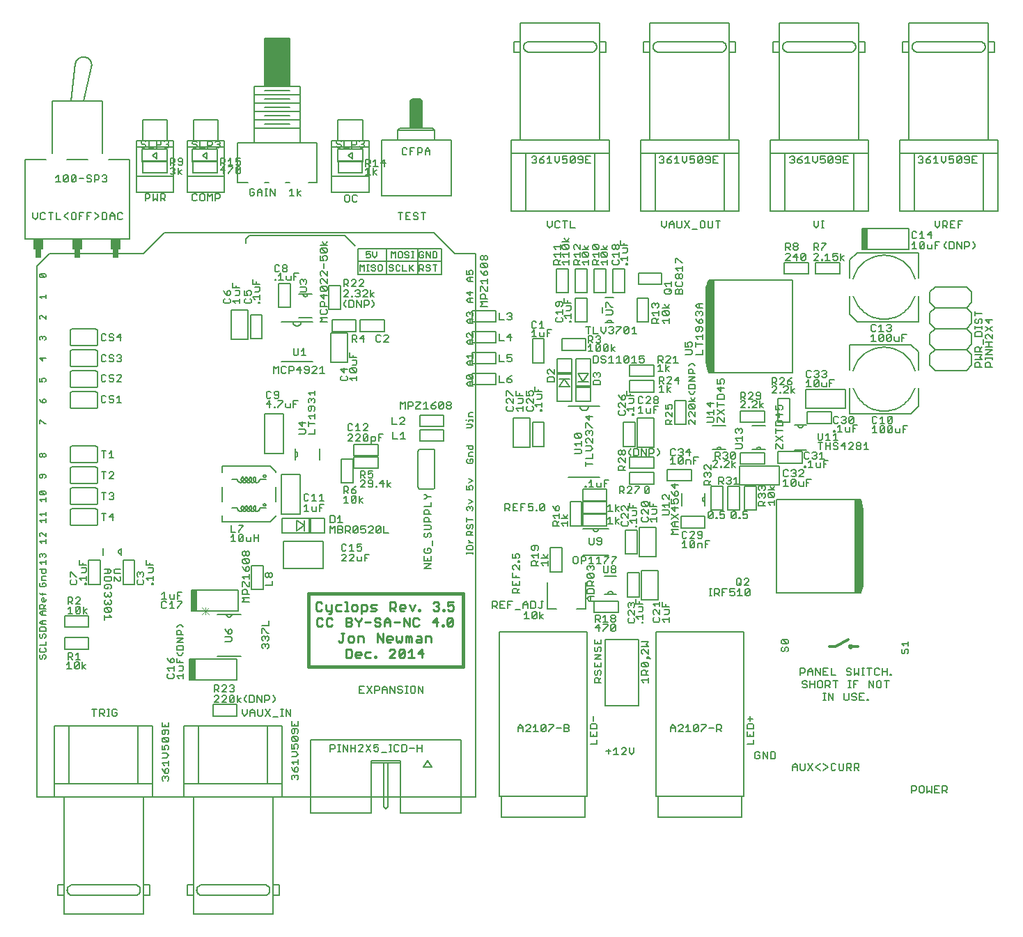
<source format=gto>
G75*
%MOIN*%
%OFA0B0*%
%FSLAX24Y24*%
%IPPOS*%
%LPD*%
%AMOC8*
5,1,8,0,0,1.08239X$1,22.5*
%
%ADD10C,0.0070*%
%ADD11C,0.0120*%
%ADD12C,0.0090*%
%ADD13C,0.0160*%
%ADD14C,0.0060*%
%ADD15C,0.0080*%
%ADD16C,0.0050*%
%ADD17R,0.0750X0.0125*%
%ADD18C,0.0030*%
%ADD19R,0.0250X0.1000*%
%ADD20R,0.1200X0.2300*%
%ADD21R,0.0500X0.0500*%
%ADD22R,0.0300X0.0400*%
%ADD23R,0.0125X0.0750*%
D10*
X011788Y009610D02*
X011788Y009940D01*
X011678Y009940D02*
X011898Y009940D01*
X012047Y009940D02*
X012212Y009940D01*
X012267Y009885D01*
X012267Y009775D01*
X012212Y009720D01*
X012047Y009720D01*
X012157Y009720D02*
X012267Y009610D01*
X012415Y009610D02*
X012525Y009610D01*
X012470Y009610D02*
X012470Y009940D01*
X012415Y009940D02*
X012525Y009940D01*
X012660Y009885D02*
X012716Y009940D01*
X012826Y009940D01*
X012881Y009885D01*
X012881Y009775D02*
X012771Y009775D01*
X012881Y009775D02*
X012881Y009665D01*
X012826Y009610D01*
X012716Y009610D01*
X012660Y009665D01*
X012660Y009885D01*
X012047Y009940D02*
X012047Y009610D01*
X011380Y011860D02*
X011215Y011970D01*
X011380Y012080D01*
X011215Y012190D02*
X011215Y011860D01*
X011067Y011915D02*
X011012Y011860D01*
X010902Y011860D01*
X010847Y011915D01*
X011067Y012135D01*
X011067Y011915D01*
X011067Y012135D02*
X011012Y012190D01*
X010902Y012190D01*
X010847Y012135D01*
X010847Y011915D01*
X010698Y011860D02*
X010478Y011860D01*
X010588Y011860D02*
X010588Y012190D01*
X010478Y012080D01*
X010528Y012310D02*
X010528Y012640D01*
X010693Y012640D01*
X010748Y012585D01*
X010748Y012475D01*
X010693Y012420D01*
X010528Y012420D01*
X010638Y012420D02*
X010748Y012310D01*
X010897Y012310D02*
X011117Y012310D01*
X011007Y012310D02*
X011007Y012640D01*
X010897Y012530D01*
X010952Y014510D02*
X010897Y014565D01*
X011117Y014785D01*
X011117Y014565D01*
X011062Y014510D01*
X010952Y014510D01*
X010897Y014565D02*
X010897Y014785D01*
X010952Y014840D01*
X011062Y014840D01*
X011117Y014785D01*
X011265Y014840D02*
X011265Y014510D01*
X011265Y014620D02*
X011430Y014730D01*
X011265Y014620D02*
X011430Y014510D01*
X011117Y014960D02*
X010897Y014960D01*
X011117Y015180D01*
X011117Y015235D01*
X011062Y015290D01*
X010952Y015290D01*
X010897Y015235D01*
X010748Y015235D02*
X010748Y015125D01*
X010693Y015070D01*
X010528Y015070D01*
X010528Y014960D02*
X010528Y015290D01*
X010693Y015290D01*
X010748Y015235D01*
X010638Y015070D02*
X010748Y014960D01*
X010638Y014840D02*
X010638Y014510D01*
X010528Y014510D02*
X010748Y014510D01*
X010528Y014730D02*
X010638Y014840D01*
X010683Y015910D02*
X010903Y015910D01*
X010958Y015965D01*
X010958Y016075D01*
X010903Y016130D01*
X010903Y016278D02*
X010958Y016278D01*
X010903Y016278D02*
X010683Y016499D01*
X010628Y016499D01*
X010628Y016278D01*
X010683Y016130D02*
X010628Y016075D01*
X010628Y015965D01*
X010683Y015910D01*
X011078Y016204D02*
X011408Y016204D01*
X011408Y016094D02*
X011408Y016314D01*
X011353Y016462D02*
X011408Y016518D01*
X011408Y016683D01*
X011188Y016683D01*
X011243Y016831D02*
X011243Y016941D01*
X011078Y016831D02*
X011078Y017051D01*
X011078Y016831D02*
X011408Y016831D01*
X011353Y016462D02*
X011188Y016462D01*
X011078Y016204D02*
X011188Y016094D01*
X011353Y015965D02*
X011408Y015965D01*
X011408Y015910D01*
X011353Y015910D01*
X011353Y015965D01*
X012278Y015848D02*
X012278Y015738D01*
X012333Y015683D01*
X012443Y015683D01*
X012443Y015793D01*
X012333Y015903D02*
X012278Y015848D01*
X012333Y015903D02*
X012554Y015903D01*
X012609Y015848D01*
X012609Y015738D01*
X012554Y015683D01*
X012554Y015535D02*
X012609Y015480D01*
X012609Y015370D01*
X012554Y015315D01*
X012498Y015315D01*
X012443Y015370D01*
X012388Y015315D01*
X012333Y015315D01*
X012278Y015370D01*
X012278Y015480D01*
X012333Y015535D01*
X012443Y015425D02*
X012443Y015370D01*
X012333Y015167D02*
X012278Y015112D01*
X012278Y015002D01*
X012333Y014947D01*
X012388Y014947D01*
X012443Y015002D01*
X012443Y015057D01*
X012443Y015002D02*
X012498Y014947D01*
X012554Y014947D01*
X012609Y015002D01*
X012609Y015112D01*
X012554Y015167D01*
X012554Y014798D02*
X012333Y014798D01*
X012554Y014578D01*
X012333Y014578D01*
X012278Y014633D01*
X012278Y014743D01*
X012333Y014798D01*
X012554Y014798D02*
X012609Y014743D01*
X012609Y014633D01*
X012554Y014578D01*
X012498Y014430D02*
X012609Y014320D01*
X012278Y014320D01*
X012278Y014430D02*
X012278Y014210D01*
X013883Y015910D02*
X014103Y015910D01*
X014158Y015965D01*
X014158Y016075D01*
X014103Y016130D01*
X014103Y016278D02*
X014158Y016333D01*
X014158Y016443D01*
X014103Y016499D01*
X014048Y016499D01*
X013993Y016443D01*
X013993Y016388D01*
X013993Y016443D02*
X013938Y016499D01*
X013883Y016499D01*
X013828Y016443D01*
X013828Y016333D01*
X013883Y016278D01*
X013883Y016130D02*
X013828Y016075D01*
X013828Y015965D01*
X013883Y015910D01*
X014278Y016204D02*
X014608Y016204D01*
X014608Y016094D02*
X014608Y016314D01*
X014553Y016462D02*
X014608Y016518D01*
X014608Y016683D01*
X014388Y016683D01*
X014443Y016831D02*
X014443Y016941D01*
X014278Y016831D02*
X014278Y017051D01*
X014278Y016831D02*
X014608Y016831D01*
X014553Y016462D02*
X014388Y016462D01*
X014278Y016204D02*
X014388Y016094D01*
X014553Y015965D02*
X014608Y015965D01*
X014608Y015910D01*
X014553Y015910D01*
X014553Y015965D01*
X015026Y015427D02*
X015136Y015538D01*
X015136Y015207D01*
X015026Y015207D02*
X015246Y015207D01*
X015191Y015088D02*
X015081Y015088D01*
X015026Y015032D01*
X015026Y014812D01*
X015081Y014757D01*
X015191Y014757D01*
X015246Y014812D01*
X015394Y014757D02*
X015615Y014757D01*
X015505Y014757D02*
X015505Y015088D01*
X015394Y014977D01*
X015246Y015032D02*
X015191Y015088D01*
X015394Y015262D02*
X015449Y015207D01*
X015615Y015207D01*
X015615Y015427D01*
X015763Y015372D02*
X015873Y015372D01*
X015763Y015207D02*
X015763Y015538D01*
X015983Y015538D01*
X015983Y015088D02*
X015983Y015032D01*
X015763Y014812D01*
X015763Y014757D01*
X015763Y015088D02*
X015983Y015088D01*
X015394Y015262D02*
X015394Y015427D01*
X015838Y013971D02*
X015728Y013860D01*
X015838Y013971D02*
X015948Y013971D01*
X016058Y013860D01*
X015893Y013712D02*
X015948Y013657D01*
X015948Y013492D01*
X016058Y013492D02*
X015728Y013492D01*
X015728Y013657D01*
X015783Y013712D01*
X015893Y013712D01*
X016058Y013344D02*
X015728Y013344D01*
X015728Y013124D02*
X016058Y013344D01*
X016058Y013124D02*
X015728Y013124D01*
X015783Y012976D02*
X015728Y012921D01*
X015728Y012756D01*
X016058Y012756D01*
X016058Y012921D01*
X016003Y012976D01*
X015783Y012976D01*
X015728Y012620D02*
X015838Y012510D01*
X015948Y012510D01*
X016058Y012620D01*
X015893Y012259D02*
X015893Y012149D01*
X015838Y012001D02*
X016058Y012001D01*
X016058Y011836D01*
X016003Y011781D01*
X015838Y011781D01*
X015608Y011781D02*
X015608Y012001D01*
X015608Y011891D02*
X015278Y011891D01*
X015388Y011781D01*
X015333Y011633D02*
X015278Y011578D01*
X015278Y011468D01*
X015333Y011413D01*
X015553Y011413D01*
X015608Y011468D01*
X015608Y011578D01*
X015553Y011633D01*
X015728Y011523D02*
X016058Y011523D01*
X016058Y011413D02*
X016058Y011633D01*
X015838Y011413D02*
X015728Y011523D01*
X015728Y012149D02*
X015728Y012370D01*
X015608Y012315D02*
X015553Y012370D01*
X015498Y012370D01*
X015443Y012315D01*
X015443Y012149D01*
X015553Y012149D01*
X015608Y012204D01*
X015608Y012315D01*
X015728Y012149D02*
X016058Y012149D01*
X015443Y012149D02*
X015333Y012259D01*
X015278Y012370D01*
X017528Y011090D02*
X017693Y011090D01*
X017748Y011035D01*
X017748Y010925D01*
X017693Y010870D01*
X017528Y010870D01*
X017528Y010760D02*
X017528Y011090D01*
X017638Y010870D02*
X017748Y010760D01*
X017897Y010760D02*
X018117Y010980D01*
X018117Y011035D01*
X018062Y011090D01*
X017952Y011090D01*
X017897Y011035D01*
X017897Y010760D02*
X018117Y010760D01*
X018265Y010815D02*
X018320Y010760D01*
X018430Y010760D01*
X018485Y010815D01*
X018485Y010870D01*
X018430Y010925D01*
X018375Y010925D01*
X018430Y010925D02*
X018485Y010980D01*
X018485Y011035D01*
X018430Y011090D01*
X018320Y011090D01*
X018265Y011035D01*
X018320Y010590D02*
X018430Y010590D01*
X018485Y010535D01*
X018265Y010315D01*
X018320Y010260D01*
X018430Y010260D01*
X018485Y010315D01*
X018485Y010535D01*
X018633Y010590D02*
X018633Y010260D01*
X018633Y010370D02*
X018798Y010480D01*
X018978Y010480D02*
X019088Y010590D01*
X019224Y010590D02*
X019389Y010590D01*
X019444Y010535D01*
X019444Y010315D01*
X019389Y010260D01*
X019224Y010260D01*
X019224Y010590D01*
X018978Y010480D02*
X018978Y010370D01*
X019088Y010260D01*
X018798Y010260D02*
X018633Y010370D01*
X018265Y010315D02*
X018265Y010535D01*
X018320Y010590D01*
X018117Y010535D02*
X018062Y010590D01*
X017952Y010590D01*
X017897Y010535D01*
X017748Y010535D02*
X017693Y010590D01*
X017583Y010590D01*
X017528Y010535D01*
X017748Y010535D02*
X017748Y010480D01*
X017528Y010260D01*
X017748Y010260D01*
X017897Y010260D02*
X018117Y010480D01*
X018117Y010535D01*
X018117Y010260D02*
X017897Y010260D01*
X018878Y009940D02*
X018878Y009720D01*
X018988Y009610D01*
X019098Y009720D01*
X019098Y009940D01*
X019247Y009830D02*
X019357Y009940D01*
X019467Y009830D01*
X019467Y009610D01*
X019615Y009665D02*
X019670Y009610D01*
X019780Y009610D01*
X019835Y009665D01*
X019835Y009940D01*
X019983Y009940D02*
X020203Y009610D01*
X020352Y009555D02*
X020572Y009555D01*
X020720Y009610D02*
X020830Y009610D01*
X020775Y009610D02*
X020775Y009940D01*
X020720Y009940D02*
X020830Y009940D01*
X020965Y009940D02*
X021186Y009610D01*
X021186Y009940D01*
X020965Y009940D02*
X020965Y009610D01*
X021228Y009358D02*
X021228Y009138D01*
X021558Y009138D01*
X021558Y009358D01*
X021393Y009248D02*
X021393Y009138D01*
X021393Y008990D02*
X021393Y008825D01*
X021338Y008770D01*
X021283Y008770D01*
X021228Y008825D01*
X021228Y008935D01*
X021283Y008990D01*
X021503Y008990D01*
X021558Y008935D01*
X021558Y008825D01*
X021503Y008770D01*
X021503Y008622D02*
X021558Y008567D01*
X021558Y008457D01*
X021503Y008402D01*
X021283Y008622D01*
X021503Y008622D01*
X021283Y008622D02*
X021228Y008567D01*
X021228Y008457D01*
X021283Y008402D01*
X021503Y008402D01*
X021503Y008253D02*
X021558Y008198D01*
X021558Y008088D01*
X021503Y008033D01*
X021393Y008033D02*
X021338Y008143D01*
X021338Y008198D01*
X021393Y008253D01*
X021503Y008253D01*
X021393Y008033D02*
X021228Y008033D01*
X021228Y008253D01*
X021228Y007885D02*
X021448Y007885D01*
X021558Y007775D01*
X021448Y007665D01*
X021228Y007665D01*
X021228Y007407D02*
X021558Y007407D01*
X021558Y007297D02*
X021558Y007517D01*
X021338Y007297D02*
X021228Y007407D01*
X021228Y007149D02*
X021283Y007038D01*
X021393Y006928D01*
X021393Y007093D01*
X021448Y007149D01*
X021503Y007149D01*
X021558Y007093D01*
X021558Y006983D01*
X021503Y006928D01*
X021393Y006928D01*
X021338Y006780D02*
X021393Y006725D01*
X021448Y006780D01*
X021503Y006780D01*
X021558Y006725D01*
X021558Y006615D01*
X021503Y006560D01*
X021393Y006670D02*
X021393Y006725D01*
X021338Y006780D02*
X021283Y006780D01*
X021228Y006725D01*
X021228Y006615D01*
X021283Y006560D01*
X023086Y007910D02*
X023086Y008240D01*
X023251Y008240D01*
X023306Y008185D01*
X023306Y008075D01*
X023251Y008020D01*
X023086Y008020D01*
X023454Y007910D02*
X023564Y007910D01*
X023509Y007910D02*
X023509Y008240D01*
X023454Y008240D02*
X023564Y008240D01*
X023700Y008240D02*
X023920Y007910D01*
X023920Y008240D01*
X024068Y008240D02*
X024068Y007910D01*
X024068Y008075D02*
X024288Y008075D01*
X024288Y008240D02*
X024288Y007910D01*
X024436Y007910D02*
X024656Y008130D01*
X024656Y008185D01*
X024601Y008240D01*
X024491Y008240D01*
X024436Y008185D01*
X024436Y007910D02*
X024656Y007910D01*
X024805Y007910D02*
X025025Y008240D01*
X025173Y008240D02*
X025173Y008075D01*
X025283Y008130D01*
X025338Y008130D01*
X025393Y008075D01*
X025393Y007965D01*
X025338Y007910D01*
X025228Y007910D01*
X025173Y007965D01*
X025025Y007910D02*
X024805Y008240D01*
X025173Y008240D02*
X025393Y008240D01*
X025541Y007855D02*
X025761Y007855D01*
X025910Y007910D02*
X026020Y007910D01*
X025965Y007910D02*
X025965Y008240D01*
X025910Y008240D02*
X026020Y008240D01*
X026155Y008185D02*
X026155Y007965D01*
X026210Y007910D01*
X026320Y007910D01*
X026375Y007965D01*
X026523Y007910D02*
X026689Y007910D01*
X026744Y007965D01*
X026744Y008185D01*
X026689Y008240D01*
X026523Y008240D01*
X026523Y007910D01*
X026375Y008185D02*
X026320Y008240D01*
X026210Y008240D01*
X026155Y008185D01*
X026892Y008075D02*
X027112Y008075D01*
X027260Y008075D02*
X027480Y008075D01*
X027480Y008240D02*
X027480Y007910D01*
X027260Y007910D02*
X027260Y008240D01*
X027302Y010710D02*
X027302Y011040D01*
X027522Y010710D01*
X027522Y011040D01*
X027154Y010985D02*
X027099Y011040D01*
X026989Y011040D01*
X026934Y010985D01*
X026934Y010765D01*
X026989Y010710D01*
X027099Y010710D01*
X027154Y010765D01*
X027154Y010985D01*
X026798Y011040D02*
X026688Y011040D01*
X026743Y011040D02*
X026743Y010710D01*
X026688Y010710D02*
X026798Y010710D01*
X026540Y010765D02*
X026485Y010710D01*
X026375Y010710D01*
X026320Y010765D01*
X026375Y010875D02*
X026485Y010875D01*
X026540Y010820D01*
X026540Y010765D01*
X026375Y010875D02*
X026320Y010930D01*
X026320Y010985D01*
X026375Y011040D01*
X026485Y011040D01*
X026540Y010985D01*
X026172Y011040D02*
X026172Y010710D01*
X025952Y011040D01*
X025952Y010710D01*
X025803Y010710D02*
X025803Y010930D01*
X025693Y011040D01*
X025583Y010930D01*
X025583Y010710D01*
X025583Y010875D02*
X025803Y010875D01*
X025435Y010875D02*
X025380Y010820D01*
X025215Y010820D01*
X025215Y010710D02*
X025215Y011040D01*
X025380Y011040D01*
X025435Y010985D01*
X025435Y010875D01*
X025067Y010710D02*
X024847Y011040D01*
X024698Y011040D02*
X024478Y011040D01*
X024478Y010710D01*
X024698Y010710D01*
X024847Y010710D02*
X025067Y011040D01*
X024588Y010875D02*
X024478Y010875D01*
X023700Y008240D02*
X023700Y007910D01*
X020203Y009940D02*
X019983Y009610D01*
X019615Y009665D02*
X019615Y009940D01*
X019467Y009775D02*
X019247Y009775D01*
X019247Y009830D02*
X019247Y009610D01*
X019592Y010260D02*
X019592Y010590D01*
X019812Y010260D01*
X019812Y010590D01*
X019960Y010590D02*
X020126Y010590D01*
X020181Y010535D01*
X020181Y010425D01*
X020126Y010370D01*
X019960Y010370D01*
X019960Y010260D02*
X019960Y010590D01*
X020329Y010590D02*
X020439Y010480D01*
X020439Y010370D01*
X020329Y010260D01*
X020086Y012837D02*
X020141Y012892D01*
X020141Y013002D01*
X020086Y013057D01*
X020031Y013057D01*
X019976Y013002D01*
X019976Y012947D01*
X019976Y013002D02*
X019921Y013057D01*
X019866Y013057D01*
X019811Y013002D01*
X019811Y012892D01*
X019866Y012837D01*
X019866Y013205D02*
X019811Y013260D01*
X019811Y013370D01*
X019866Y013425D01*
X019921Y013425D01*
X019976Y013370D01*
X020031Y013425D01*
X020086Y013425D01*
X020141Y013370D01*
X020141Y013260D01*
X020086Y013205D01*
X019976Y013315D02*
X019976Y013370D01*
X020086Y013573D02*
X020141Y013573D01*
X020086Y013573D02*
X019866Y013794D01*
X019811Y013794D01*
X019811Y013573D01*
X019811Y013942D02*
X020141Y013942D01*
X020141Y014162D01*
X019208Y015060D02*
X018878Y015060D01*
X018988Y015170D01*
X018878Y015280D01*
X019208Y015280D01*
X019208Y015428D02*
X018878Y015428D01*
X018878Y015593D01*
X018933Y015649D01*
X019043Y015649D01*
X019098Y015593D01*
X019098Y015428D01*
X019153Y015797D02*
X019208Y015797D01*
X019208Y016017D01*
X019208Y016165D02*
X019208Y016385D01*
X019208Y016275D02*
X018878Y016275D01*
X018988Y016165D01*
X018933Y016017D02*
X019153Y015797D01*
X018878Y015797D02*
X018878Y016017D01*
X018933Y016017D01*
X019043Y016533D02*
X019043Y016698D01*
X019098Y016753D01*
X019153Y016753D01*
X019208Y016698D01*
X019208Y016588D01*
X019153Y016533D01*
X019043Y016533D01*
X018933Y016643D01*
X018878Y016753D01*
X018933Y016902D02*
X018878Y016957D01*
X018878Y017067D01*
X018933Y017122D01*
X019153Y016902D01*
X019208Y016957D01*
X019208Y017067D01*
X019153Y017122D01*
X018933Y017122D01*
X018933Y017270D02*
X018988Y017270D01*
X019043Y017325D01*
X019043Y017435D01*
X019098Y017490D01*
X019153Y017490D01*
X019208Y017435D01*
X019208Y017325D01*
X019153Y017270D01*
X019098Y017270D01*
X019043Y017325D01*
X019043Y017435D02*
X018988Y017490D01*
X018933Y017490D01*
X018878Y017435D01*
X018878Y017325D01*
X018933Y017270D01*
X018933Y016902D02*
X019153Y016902D01*
X019978Y016393D02*
X020033Y016449D01*
X020088Y016449D01*
X020143Y016393D01*
X020143Y016283D01*
X020088Y016228D01*
X020033Y016228D01*
X019978Y016283D01*
X019978Y016393D01*
X020143Y016393D02*
X020198Y016449D01*
X020253Y016449D01*
X020308Y016393D01*
X020308Y016283D01*
X020253Y016228D01*
X020198Y016228D01*
X020143Y016283D01*
X020308Y016080D02*
X020308Y015860D01*
X019978Y015860D01*
X018326Y013762D02*
X018271Y013762D01*
X018216Y013707D01*
X018216Y013542D01*
X018326Y013542D01*
X018381Y013597D01*
X018381Y013707D01*
X018326Y013762D01*
X018106Y013652D02*
X018216Y013542D01*
X018106Y013652D02*
X018051Y013762D01*
X018051Y013394D02*
X018326Y013394D01*
X018381Y013339D01*
X018381Y013228D01*
X018326Y013173D01*
X018051Y013173D01*
X015358Y009308D02*
X015358Y009088D01*
X015028Y009088D01*
X015028Y009308D01*
X015193Y009198D02*
X015193Y009088D01*
X015193Y008940D02*
X015193Y008775D01*
X015138Y008720D01*
X015083Y008720D01*
X015028Y008775D01*
X015028Y008885D01*
X015083Y008940D01*
X015303Y008940D01*
X015358Y008885D01*
X015358Y008775D01*
X015303Y008720D01*
X015303Y008572D02*
X015358Y008517D01*
X015358Y008407D01*
X015303Y008352D01*
X015083Y008572D01*
X015303Y008572D01*
X015083Y008572D02*
X015028Y008517D01*
X015028Y008407D01*
X015083Y008352D01*
X015303Y008352D01*
X015303Y008203D02*
X015358Y008148D01*
X015358Y008038D01*
X015303Y007983D01*
X015193Y007983D02*
X015138Y008093D01*
X015138Y008148D01*
X015193Y008203D01*
X015303Y008203D01*
X015193Y007983D02*
X015028Y007983D01*
X015028Y008203D01*
X015028Y007835D02*
X015248Y007835D01*
X015358Y007725D01*
X015248Y007615D01*
X015028Y007615D01*
X015028Y007357D02*
X015358Y007357D01*
X015358Y007247D02*
X015358Y007467D01*
X015138Y007247D02*
X015028Y007357D01*
X015028Y007099D02*
X015083Y006988D01*
X015193Y006878D01*
X015193Y007043D01*
X015248Y007099D01*
X015303Y007099D01*
X015358Y007043D01*
X015358Y006933D01*
X015303Y006878D01*
X015193Y006878D01*
X015138Y006730D02*
X015193Y006675D01*
X015248Y006730D01*
X015303Y006730D01*
X015358Y006675D01*
X015358Y006565D01*
X015303Y006510D01*
X015193Y006620D02*
X015193Y006675D01*
X015138Y006730D02*
X015083Y006730D01*
X015028Y006675D01*
X015028Y006565D01*
X015083Y006510D01*
X013004Y016051D02*
X013059Y016107D01*
X013059Y016217D01*
X013004Y016272D01*
X013059Y016420D02*
X012783Y016420D01*
X012728Y016475D01*
X012728Y016585D01*
X012783Y016640D01*
X013059Y016640D01*
X012609Y016530D02*
X012498Y016420D01*
X012278Y016420D01*
X012278Y016272D02*
X012278Y016107D01*
X012333Y016051D01*
X012554Y016051D01*
X012609Y016107D01*
X012609Y016272D01*
X012278Y016272D01*
X012443Y016420D02*
X012443Y016640D01*
X012498Y016640D02*
X012278Y016640D01*
X012498Y016640D02*
X012609Y016530D01*
X012728Y016272D02*
X012948Y016051D01*
X013004Y016051D01*
X012728Y016051D02*
X012728Y016272D01*
X012662Y018960D02*
X012662Y019290D01*
X012497Y019125D01*
X012717Y019125D01*
X012348Y019290D02*
X012128Y019290D01*
X012238Y019290D02*
X012238Y018960D01*
X012238Y019960D02*
X012238Y020290D01*
X012128Y020290D02*
X012348Y020290D01*
X012497Y020235D02*
X012552Y020290D01*
X012662Y020290D01*
X012717Y020235D01*
X012717Y020180D01*
X012662Y020125D01*
X012717Y020070D01*
X012717Y020015D01*
X012662Y019960D01*
X012552Y019960D01*
X012497Y020015D01*
X012607Y020125D02*
X012662Y020125D01*
X012717Y020960D02*
X012497Y020960D01*
X012717Y021180D01*
X012717Y021235D01*
X012662Y021290D01*
X012552Y021290D01*
X012497Y021235D01*
X012348Y021290D02*
X012128Y021290D01*
X012238Y021290D02*
X012238Y020960D01*
X012238Y021960D02*
X012238Y022290D01*
X012128Y022290D02*
X012348Y022290D01*
X012497Y022180D02*
X012607Y022290D01*
X012607Y021960D01*
X012497Y021960D02*
X012717Y021960D01*
X012662Y024610D02*
X012552Y024610D01*
X012497Y024665D01*
X012552Y024775D02*
X012662Y024775D01*
X012717Y024720D01*
X012717Y024665D01*
X012662Y024610D01*
X012552Y024775D02*
X012497Y024830D01*
X012497Y024885D01*
X012552Y024940D01*
X012662Y024940D01*
X012717Y024885D01*
X012865Y024830D02*
X012975Y024940D01*
X012975Y024610D01*
X012865Y024610D02*
X013085Y024610D01*
X012348Y024665D02*
X012293Y024610D01*
X012183Y024610D01*
X012128Y024665D01*
X012128Y024885D01*
X012183Y024940D01*
X012293Y024940D01*
X012348Y024885D01*
X012293Y025610D02*
X012348Y025665D01*
X012293Y025610D02*
X012183Y025610D01*
X012128Y025665D01*
X012128Y025885D01*
X012183Y025940D01*
X012293Y025940D01*
X012348Y025885D01*
X012497Y025885D02*
X012552Y025940D01*
X012662Y025940D01*
X012717Y025885D01*
X012662Y025775D02*
X012717Y025720D01*
X012717Y025665D01*
X012662Y025610D01*
X012552Y025610D01*
X012497Y025665D01*
X012552Y025775D02*
X012662Y025775D01*
X012552Y025775D02*
X012497Y025830D01*
X012497Y025885D01*
X012865Y025885D02*
X012920Y025940D01*
X013030Y025940D01*
X013085Y025885D01*
X013085Y025830D01*
X012865Y025610D01*
X013085Y025610D01*
X013030Y026560D02*
X012920Y026560D01*
X012865Y026615D01*
X012717Y026615D02*
X012662Y026560D01*
X012552Y026560D01*
X012497Y026615D01*
X012552Y026725D02*
X012662Y026725D01*
X012717Y026670D01*
X012717Y026615D01*
X012552Y026725D02*
X012497Y026780D01*
X012497Y026835D01*
X012552Y026890D01*
X012662Y026890D01*
X012717Y026835D01*
X012865Y026835D02*
X012920Y026890D01*
X013030Y026890D01*
X013085Y026835D01*
X013085Y026780D01*
X013030Y026725D01*
X013085Y026670D01*
X013085Y026615D01*
X013030Y026560D01*
X013030Y026725D02*
X012975Y026725D01*
X012348Y026615D02*
X012293Y026560D01*
X012183Y026560D01*
X012128Y026615D01*
X012128Y026835D01*
X012183Y026890D01*
X012293Y026890D01*
X012348Y026835D01*
X012293Y027560D02*
X012348Y027615D01*
X012293Y027560D02*
X012183Y027560D01*
X012128Y027615D01*
X012128Y027835D01*
X012183Y027890D01*
X012293Y027890D01*
X012348Y027835D01*
X012497Y027835D02*
X012497Y027780D01*
X012552Y027725D01*
X012662Y027725D01*
X012717Y027670D01*
X012717Y027615D01*
X012662Y027560D01*
X012552Y027560D01*
X012497Y027615D01*
X012497Y027835D02*
X012552Y027890D01*
X012662Y027890D01*
X012717Y027835D01*
X012865Y027725D02*
X013085Y027725D01*
X013030Y027560D02*
X013030Y027890D01*
X012865Y027725D01*
X017975Y029415D02*
X018030Y029360D01*
X018251Y029360D01*
X018306Y029415D01*
X018306Y029525D01*
X018251Y029580D01*
X018251Y029728D02*
X018306Y029783D01*
X018306Y029893D01*
X018251Y029949D01*
X018195Y029949D01*
X018140Y029893D01*
X018140Y029728D01*
X018251Y029728D01*
X018140Y029728D02*
X018030Y029838D01*
X017975Y029949D01*
X018030Y029580D02*
X017975Y029525D01*
X017975Y029415D01*
X018425Y029470D02*
X018756Y029470D01*
X018756Y029360D02*
X018756Y029580D01*
X018701Y029728D02*
X018535Y029728D01*
X018701Y029728D02*
X018756Y029783D01*
X018756Y029949D01*
X018535Y029949D01*
X018590Y030097D02*
X018590Y030207D01*
X018425Y030097D02*
X018425Y030317D01*
X018425Y030097D02*
X018756Y030097D01*
X018975Y029949D02*
X018975Y029728D01*
X019140Y029728D01*
X019085Y029838D01*
X019085Y029893D01*
X019140Y029949D01*
X019251Y029949D01*
X019306Y029893D01*
X019306Y029783D01*
X019251Y029728D01*
X019375Y029654D02*
X019706Y029654D01*
X019706Y029544D02*
X019706Y029764D01*
X019651Y029912D02*
X019706Y029968D01*
X019706Y030133D01*
X019485Y030133D01*
X019540Y030281D02*
X019540Y030391D01*
X019375Y030281D02*
X019375Y030501D01*
X019375Y030281D02*
X019706Y030281D01*
X019651Y029912D02*
X019485Y029912D01*
X019375Y029654D02*
X019485Y029544D01*
X019306Y029525D02*
X019251Y029580D01*
X019306Y029525D02*
X019306Y029415D01*
X019251Y029360D01*
X019030Y029360D01*
X018975Y029415D01*
X018975Y029525D01*
X019030Y029580D01*
X018535Y029360D02*
X018425Y029470D01*
X019651Y029415D02*
X019706Y029415D01*
X019706Y029360D01*
X019651Y029360D01*
X019651Y029415D01*
X020428Y030460D02*
X020483Y030460D01*
X020483Y030515D01*
X020428Y030515D01*
X020428Y030460D01*
X020612Y030460D02*
X020833Y030460D01*
X020723Y030460D02*
X020723Y030790D01*
X020612Y030680D01*
X020593Y030860D02*
X020648Y030915D01*
X020593Y030860D02*
X020483Y030860D01*
X020428Y030915D01*
X020428Y031135D01*
X020483Y031190D01*
X020593Y031190D01*
X020648Y031135D01*
X020797Y031135D02*
X020797Y031080D01*
X020852Y031025D01*
X020962Y031025D01*
X021017Y030970D01*
X021017Y030915D01*
X020962Y030860D01*
X020852Y030860D01*
X020797Y030915D01*
X020797Y030970D01*
X020852Y031025D01*
X020962Y031025D02*
X021017Y031080D01*
X021017Y031135D01*
X020962Y031190D01*
X020852Y031190D01*
X020797Y031135D01*
X020981Y030680D02*
X020981Y030515D01*
X021036Y030460D01*
X021201Y030460D01*
X021201Y030680D01*
X021349Y030625D02*
X021459Y030625D01*
X021349Y030460D02*
X021349Y030790D01*
X021569Y030790D01*
X021684Y030499D02*
X021739Y030499D01*
X021794Y030443D01*
X021849Y030499D01*
X021904Y030499D01*
X021959Y030443D01*
X021959Y030333D01*
X021904Y030278D01*
X021904Y030130D02*
X021629Y030130D01*
X021684Y030278D02*
X021629Y030333D01*
X021629Y030443D01*
X021684Y030499D01*
X021794Y030443D02*
X021794Y030388D01*
X021904Y030130D02*
X021959Y030075D01*
X021959Y029965D01*
X021904Y029910D01*
X021629Y029910D01*
X022598Y029988D02*
X022598Y030098D01*
X022653Y030153D01*
X022873Y029933D01*
X022928Y029988D01*
X022928Y030098D01*
X022873Y030153D01*
X022653Y030153D01*
X022653Y030302D02*
X022598Y030357D01*
X022598Y030467D01*
X022653Y030522D01*
X022708Y030522D01*
X022928Y030302D01*
X022928Y030522D01*
X022928Y030670D02*
X022708Y030890D01*
X022653Y030890D01*
X022598Y030835D01*
X022598Y030725D01*
X022653Y030670D01*
X022928Y030670D02*
X022928Y030890D01*
X022763Y031038D02*
X022763Y031258D01*
X022763Y031407D02*
X022708Y031517D01*
X022708Y031572D01*
X022763Y031627D01*
X022873Y031627D01*
X022928Y031572D01*
X022928Y031462D01*
X022873Y031407D01*
X022763Y031407D02*
X022598Y031407D01*
X022598Y031627D01*
X022653Y031775D02*
X022598Y031830D01*
X022598Y031940D01*
X022653Y031995D01*
X022873Y031775D01*
X022928Y031830D01*
X022928Y031940D01*
X022873Y031995D01*
X022653Y031995D01*
X022598Y032143D02*
X022928Y032143D01*
X022818Y032143D02*
X022708Y032308D01*
X022818Y032143D02*
X022928Y032308D01*
X022873Y031775D02*
X022653Y031775D01*
X023728Y030490D02*
X023893Y030490D01*
X023948Y030435D01*
X023948Y030325D01*
X023893Y030270D01*
X023728Y030270D01*
X023728Y030160D02*
X023728Y030490D01*
X023838Y030270D02*
X023948Y030160D01*
X024097Y030160D02*
X024317Y030380D01*
X024317Y030435D01*
X024262Y030490D01*
X024152Y030490D01*
X024097Y030435D01*
X024097Y030160D02*
X024317Y030160D01*
X024465Y030160D02*
X024685Y030380D01*
X024685Y030435D01*
X024630Y030490D01*
X024520Y030490D01*
X024465Y030435D01*
X024465Y030160D02*
X024685Y030160D01*
X024704Y029990D02*
X024649Y029935D01*
X024704Y029990D02*
X024814Y029990D01*
X024869Y029935D01*
X024869Y029880D01*
X024649Y029660D01*
X024869Y029660D01*
X025017Y029660D02*
X025017Y029990D01*
X025183Y029880D02*
X025017Y029770D01*
X025183Y029660D01*
X025079Y029490D02*
X025189Y029380D01*
X025189Y029270D01*
X025079Y029160D01*
X024931Y029325D02*
X024876Y029270D01*
X024710Y029270D01*
X024710Y029160D02*
X024710Y029490D01*
X024876Y029490D01*
X024931Y029435D01*
X024931Y029325D01*
X024562Y029160D02*
X024562Y029490D01*
X024446Y029660D02*
X024336Y029660D01*
X024281Y029715D01*
X024152Y029715D02*
X024152Y029660D01*
X024097Y029660D01*
X024097Y029715D01*
X024152Y029715D01*
X023948Y029660D02*
X023728Y029660D01*
X023948Y029880D01*
X023948Y029935D01*
X023893Y029990D01*
X023783Y029990D01*
X023728Y029935D01*
X023838Y029490D02*
X023728Y029380D01*
X023728Y029270D01*
X023838Y029160D01*
X023974Y029160D02*
X024139Y029160D01*
X024194Y029215D01*
X024194Y029435D01*
X024139Y029490D01*
X023974Y029490D01*
X023974Y029160D01*
X024342Y029160D02*
X024342Y029490D01*
X024562Y029160D01*
X024446Y029660D02*
X024501Y029715D01*
X024501Y029770D01*
X024446Y029825D01*
X024391Y029825D01*
X024446Y029825D02*
X024501Y029880D01*
X024501Y029935D01*
X024446Y029990D01*
X024336Y029990D01*
X024281Y029935D01*
X022928Y029730D02*
X022598Y029730D01*
X022763Y029565D01*
X022763Y029785D01*
X022653Y029933D02*
X022598Y029988D01*
X022653Y029933D02*
X022873Y029933D01*
X022763Y029417D02*
X022818Y029362D01*
X022818Y029197D01*
X022928Y029197D02*
X022598Y029197D01*
X022598Y029362D01*
X022653Y029417D01*
X022763Y029417D01*
X022653Y029049D02*
X022598Y028993D01*
X022598Y028883D01*
X022653Y028828D01*
X022873Y028828D01*
X022928Y028883D01*
X022928Y028993D01*
X022873Y029049D01*
X022928Y028680D02*
X022598Y028680D01*
X022708Y028570D01*
X022598Y028460D01*
X022928Y028460D01*
X024128Y027843D02*
X024128Y027513D01*
X024128Y027623D02*
X024293Y027623D01*
X024348Y027678D01*
X024348Y027788D01*
X024293Y027843D01*
X024128Y027843D01*
X024238Y027623D02*
X024348Y027513D01*
X024497Y027678D02*
X024717Y027678D01*
X024662Y027843D02*
X024497Y027678D01*
X024662Y027513D02*
X024662Y027843D01*
X025278Y027788D02*
X025278Y027568D01*
X025333Y027513D01*
X025443Y027513D01*
X025498Y027568D01*
X025647Y027513D02*
X025867Y027733D01*
X025867Y027788D01*
X025812Y027843D01*
X025702Y027843D01*
X025647Y027788D01*
X025498Y027788D02*
X025443Y027843D01*
X025333Y027843D01*
X025278Y027788D01*
X025647Y027513D02*
X025867Y027513D01*
X024356Y026765D02*
X024025Y026765D01*
X024025Y026985D01*
X024190Y026875D02*
X024190Y026765D01*
X024135Y026617D02*
X024356Y026617D01*
X024356Y026452D01*
X024301Y026397D01*
X024135Y026397D01*
X024080Y026249D02*
X024301Y026028D01*
X024356Y026083D01*
X024356Y026193D01*
X024301Y026249D01*
X024080Y026249D01*
X024025Y026193D01*
X024025Y026083D01*
X024080Y026028D01*
X024301Y026028D01*
X024356Y025880D02*
X024356Y025660D01*
X024356Y025770D02*
X024025Y025770D01*
X024135Y025660D01*
X023906Y025715D02*
X023906Y025825D01*
X023851Y025880D01*
X023906Y025715D02*
X023851Y025660D01*
X023630Y025660D01*
X023575Y025715D01*
X023575Y025825D01*
X023630Y025880D01*
X023740Y026028D02*
X023740Y026249D01*
X023575Y026193D02*
X023740Y026028D01*
X023575Y026193D02*
X023906Y026193D01*
X022808Y026010D02*
X022588Y026010D01*
X022698Y026010D02*
X022698Y026340D01*
X022588Y026230D01*
X022440Y026230D02*
X022440Y026285D01*
X022385Y026340D01*
X022275Y026340D01*
X022220Y026285D01*
X022072Y026285D02*
X022017Y026340D01*
X021907Y026340D01*
X021852Y026285D01*
X021852Y026230D01*
X021907Y026175D01*
X022072Y026175D01*
X022072Y026065D02*
X022072Y026285D01*
X022072Y026065D02*
X022017Y026010D01*
X021907Y026010D01*
X021852Y026065D01*
X021703Y026175D02*
X021483Y026175D01*
X021648Y026340D01*
X021648Y026010D01*
X021335Y026175D02*
X021280Y026120D01*
X021115Y026120D01*
X021115Y026010D02*
X021115Y026340D01*
X021280Y026340D01*
X021335Y026285D01*
X021335Y026175D01*
X020967Y026065D02*
X020912Y026010D01*
X020802Y026010D01*
X020747Y026065D01*
X020747Y026285D01*
X020802Y026340D01*
X020912Y026340D01*
X020967Y026285D01*
X020598Y026340D02*
X020598Y026010D01*
X020378Y026010D02*
X020378Y026340D01*
X020488Y026230D01*
X020598Y026340D01*
X021328Y026915D02*
X021383Y026860D01*
X021493Y026860D01*
X021548Y026915D01*
X021548Y027190D01*
X021697Y027080D02*
X021807Y027190D01*
X021807Y026860D01*
X021697Y026860D02*
X021917Y026860D01*
X021328Y026915D02*
X021328Y027190D01*
X022440Y026230D02*
X022220Y026010D01*
X022440Y026010D01*
X022358Y025172D02*
X022358Y024952D01*
X022358Y025062D02*
X022028Y025062D01*
X022138Y024952D01*
X022138Y024803D02*
X022193Y024748D01*
X022248Y024803D01*
X022303Y024803D01*
X022358Y024748D01*
X022358Y024638D01*
X022303Y024583D01*
X022303Y024435D02*
X022083Y024435D01*
X022028Y024380D01*
X022028Y024270D01*
X022083Y024215D01*
X022138Y024215D01*
X022193Y024270D01*
X022193Y024435D01*
X022303Y024435D02*
X022358Y024380D01*
X022358Y024270D01*
X022303Y024215D01*
X022358Y024067D02*
X022358Y023847D01*
X022358Y023957D02*
X022028Y023957D01*
X022138Y023847D01*
X022028Y023699D02*
X022028Y023478D01*
X022028Y023588D02*
X022358Y023588D01*
X022358Y023330D02*
X022358Y023110D01*
X022028Y023110D01*
X021908Y023165D02*
X021908Y023275D01*
X021853Y023330D01*
X021578Y023330D01*
X021578Y023110D02*
X021853Y023110D01*
X021908Y023165D01*
X021743Y023478D02*
X021743Y023699D01*
X021578Y023643D02*
X021743Y023478D01*
X021908Y023643D02*
X021578Y023643D01*
X021317Y024360D02*
X021317Y024690D01*
X021538Y024690D01*
X021428Y024525D02*
X021317Y024525D01*
X021169Y024580D02*
X021169Y024360D01*
X021004Y024360D01*
X020949Y024415D01*
X020949Y024580D01*
X020801Y024635D02*
X020581Y024415D01*
X020581Y024360D01*
X020452Y024360D02*
X020397Y024360D01*
X020397Y024415D01*
X020452Y024415D01*
X020452Y024360D01*
X020193Y024360D02*
X020193Y024690D01*
X020028Y024525D01*
X020248Y024525D01*
X020193Y024810D02*
X020248Y024865D01*
X020193Y024810D02*
X020083Y024810D01*
X020028Y024865D01*
X020028Y025085D01*
X020083Y025140D01*
X020193Y025140D01*
X020248Y025085D01*
X020397Y025085D02*
X020397Y025030D01*
X020452Y024975D01*
X020617Y024975D01*
X020617Y024865D02*
X020617Y025085D01*
X020562Y025140D01*
X020452Y025140D01*
X020397Y025085D01*
X020397Y024865D02*
X020452Y024810D01*
X020562Y024810D01*
X020617Y024865D01*
X020581Y024690D02*
X020801Y024690D01*
X020801Y024635D01*
X022028Y024638D02*
X022028Y024748D01*
X022083Y024803D01*
X022138Y024803D01*
X022193Y024748D02*
X022193Y024693D01*
X022083Y024583D02*
X022028Y024638D01*
X023928Y023535D02*
X023928Y023315D01*
X023983Y023260D01*
X024093Y023260D01*
X024148Y023315D01*
X024297Y023260D02*
X024517Y023260D01*
X024407Y023260D02*
X024407Y023590D01*
X024297Y023480D01*
X024148Y023535D02*
X024093Y023590D01*
X023983Y023590D01*
X023928Y023535D01*
X023983Y023090D02*
X023928Y023035D01*
X023983Y023090D02*
X024093Y023090D01*
X024148Y023035D01*
X024148Y022980D01*
X023928Y022760D01*
X024148Y022760D01*
X024297Y022760D02*
X024517Y022980D01*
X024517Y023035D01*
X024462Y023090D01*
X024352Y023090D01*
X024297Y023035D01*
X024297Y022760D02*
X024517Y022760D01*
X024665Y022815D02*
X024885Y023035D01*
X024885Y022815D01*
X024830Y022760D01*
X024720Y022760D01*
X024665Y022815D01*
X024665Y023035D01*
X024720Y023090D01*
X024830Y023090D01*
X024885Y023035D01*
X025033Y022980D02*
X025198Y022980D01*
X025253Y022925D01*
X025253Y022815D01*
X025198Y022760D01*
X025033Y022760D01*
X025033Y022650D02*
X025033Y022980D01*
X024885Y023260D02*
X024665Y023260D01*
X024885Y023480D01*
X024885Y023535D01*
X024830Y023590D01*
X024720Y023590D01*
X024665Y023535D01*
X025402Y023090D02*
X025402Y022760D01*
X025402Y022925D02*
X025512Y022925D01*
X025402Y023090D02*
X025622Y023090D01*
X026092Y023190D02*
X026092Y022860D01*
X026312Y022860D01*
X026460Y022860D02*
X026680Y022860D01*
X026570Y022860D02*
X026570Y023190D01*
X026460Y023080D01*
X026410Y023560D02*
X026630Y023780D01*
X026630Y023835D01*
X026575Y023890D01*
X026465Y023890D01*
X026410Y023835D01*
X026410Y023560D02*
X026630Y023560D01*
X026262Y023560D02*
X026042Y023560D01*
X026042Y023890D01*
X026450Y024310D02*
X026450Y024640D01*
X026560Y024530D01*
X026670Y024640D01*
X026670Y024310D01*
X026818Y024310D02*
X026818Y024640D01*
X026984Y024640D01*
X027039Y024585D01*
X027039Y024475D01*
X026984Y024420D01*
X026818Y024420D01*
X027187Y024365D02*
X027407Y024585D01*
X027407Y024640D01*
X027187Y024640D01*
X027187Y024365D02*
X027187Y024310D01*
X027407Y024310D01*
X027555Y024310D02*
X027775Y024310D01*
X027665Y024310D02*
X027665Y024640D01*
X027555Y024530D01*
X027923Y024475D02*
X028089Y024475D01*
X028144Y024420D01*
X028144Y024365D01*
X028089Y024310D01*
X027978Y024310D01*
X027923Y024365D01*
X027923Y024475D01*
X028033Y024585D01*
X028144Y024640D01*
X028292Y024585D02*
X028292Y024365D01*
X028512Y024585D01*
X028512Y024365D01*
X028457Y024310D01*
X028347Y024310D01*
X028292Y024365D01*
X028292Y024585D02*
X028347Y024640D01*
X028457Y024640D01*
X028512Y024585D01*
X028660Y024585D02*
X028660Y024530D01*
X028715Y024475D01*
X028825Y024475D01*
X028880Y024420D01*
X028880Y024365D01*
X028825Y024310D01*
X028715Y024310D01*
X028660Y024365D01*
X028660Y024420D01*
X028715Y024475D01*
X028825Y024475D02*
X028880Y024530D01*
X028880Y024585D01*
X028825Y024640D01*
X028715Y024640D01*
X028660Y024585D01*
X031178Y025560D02*
X031398Y025560D01*
X031547Y025615D02*
X031602Y025560D01*
X031712Y025560D01*
X031767Y025615D01*
X031767Y025670D01*
X031712Y025725D01*
X031547Y025725D01*
X031547Y025615D01*
X031547Y025725D02*
X031657Y025835D01*
X031767Y025890D01*
X031178Y025890D02*
X031178Y025560D01*
X031525Y025167D02*
X031580Y025167D01*
X031801Y024947D01*
X031856Y024947D01*
X031975Y024947D02*
X031975Y025167D01*
X032140Y025057D02*
X032140Y024947D01*
X032085Y024799D02*
X032306Y024799D01*
X032306Y024633D01*
X032251Y024578D01*
X032085Y024578D01*
X031856Y024578D02*
X031635Y024799D01*
X031580Y024799D01*
X031525Y024743D01*
X031525Y024633D01*
X031580Y024578D01*
X031580Y024430D02*
X031525Y024375D01*
X031525Y024265D01*
X031580Y024210D01*
X031801Y024210D01*
X031856Y024265D01*
X031856Y024375D01*
X031801Y024430D01*
X031856Y024578D02*
X031856Y024799D01*
X031975Y024947D02*
X032306Y024947D01*
X032478Y024947D02*
X032643Y024947D01*
X032588Y025057D01*
X032588Y025112D01*
X032643Y025167D01*
X032753Y025167D01*
X032808Y025112D01*
X032808Y025002D01*
X032753Y024947D01*
X032808Y024799D02*
X032808Y024578D01*
X032588Y024799D01*
X032533Y024799D01*
X032478Y024743D01*
X032478Y024633D01*
X032533Y024578D01*
X032533Y024430D02*
X032478Y024375D01*
X032478Y024265D01*
X032533Y024210D01*
X032753Y024210D01*
X032808Y024265D01*
X032808Y024375D01*
X032753Y024430D01*
X032878Y024504D02*
X033208Y024504D01*
X033208Y024394D02*
X033208Y024614D01*
X033153Y024762D02*
X033208Y024818D01*
X033208Y024983D01*
X032988Y024983D01*
X033043Y025131D02*
X033043Y025241D01*
X032878Y025131D02*
X032878Y025351D01*
X032878Y025131D02*
X033208Y025131D01*
X033153Y024762D02*
X032988Y024762D01*
X032878Y024504D02*
X032988Y024394D01*
X033153Y024265D02*
X033208Y024265D01*
X033208Y024210D01*
X033153Y024210D01*
X033153Y024265D01*
X032306Y024210D02*
X032306Y024430D01*
X032306Y024320D02*
X031975Y024320D01*
X032085Y024210D01*
X032478Y024947D02*
X032478Y025167D01*
X031525Y025167D02*
X031525Y024947D01*
X031602Y026560D02*
X031547Y026615D01*
X031602Y026560D02*
X031712Y026560D01*
X031767Y026615D01*
X031767Y026725D01*
X031712Y026780D01*
X031657Y026780D01*
X031547Y026725D01*
X031547Y026890D01*
X031767Y026890D01*
X031398Y026560D02*
X031178Y026560D01*
X031178Y026890D01*
X031178Y027560D02*
X031398Y027560D01*
X031178Y027560D02*
X031178Y027890D01*
X031547Y027725D02*
X031767Y027725D01*
X031712Y027560D02*
X031712Y027890D01*
X031547Y027725D01*
X031602Y028560D02*
X031547Y028615D01*
X031602Y028560D02*
X031712Y028560D01*
X031767Y028615D01*
X031767Y028670D01*
X031712Y028725D01*
X031657Y028725D01*
X031712Y028725D02*
X031767Y028780D01*
X031767Y028835D01*
X031712Y028890D01*
X031602Y028890D01*
X031547Y028835D01*
X031398Y028560D02*
X031178Y028560D01*
X031178Y028890D01*
X030608Y029210D02*
X030278Y029210D01*
X030388Y029320D01*
X030278Y029430D01*
X030608Y029430D01*
X030608Y029578D02*
X030278Y029578D01*
X030278Y029743D01*
X030333Y029799D01*
X030443Y029799D01*
X030498Y029743D01*
X030498Y029578D01*
X030553Y029947D02*
X030608Y029947D01*
X030608Y030167D01*
X030608Y030315D02*
X030608Y030535D01*
X030608Y030425D02*
X030278Y030425D01*
X030388Y030315D01*
X030333Y030167D02*
X030553Y029947D01*
X030278Y029947D02*
X030278Y030167D01*
X030333Y030167D01*
X030443Y030683D02*
X030443Y030848D01*
X030498Y030903D01*
X030553Y030903D01*
X030608Y030848D01*
X030608Y030738D01*
X030553Y030683D01*
X030443Y030683D01*
X030333Y030793D01*
X030278Y030903D01*
X030333Y031052D02*
X030278Y031107D01*
X030278Y031217D01*
X030333Y031272D01*
X030553Y031052D01*
X030608Y031107D01*
X030608Y031217D01*
X030553Y031272D01*
X030333Y031272D01*
X030333Y031420D02*
X030388Y031420D01*
X030443Y031475D01*
X030443Y031585D01*
X030498Y031640D01*
X030553Y031640D01*
X030608Y031585D01*
X030608Y031475D01*
X030553Y031420D01*
X030498Y031420D01*
X030443Y031475D01*
X030443Y031585D02*
X030388Y031640D01*
X030333Y031640D01*
X030278Y031585D01*
X030278Y031475D01*
X030333Y031420D01*
X030333Y031052D02*
X030553Y031052D01*
X033778Y031210D02*
X033778Y031375D01*
X033833Y031430D01*
X033943Y031430D01*
X033998Y031375D01*
X033998Y031210D01*
X033998Y031320D02*
X034108Y031430D01*
X034178Y031320D02*
X034508Y031320D01*
X034508Y031210D02*
X034508Y031430D01*
X034508Y031578D02*
X034508Y031799D01*
X034508Y031688D02*
X034178Y031688D01*
X034288Y031578D01*
X034108Y031578D02*
X034108Y031799D01*
X034108Y031688D02*
X033778Y031688D01*
X033888Y031578D01*
X033888Y031947D02*
X033778Y032057D01*
X034108Y032057D01*
X034178Y032112D02*
X034233Y032167D01*
X034453Y031947D01*
X034508Y032002D01*
X034508Y032112D01*
X034453Y032167D01*
X034233Y032167D01*
X034178Y032112D02*
X034178Y032002D01*
X034233Y031947D01*
X034453Y031947D01*
X034728Y032002D02*
X034728Y032112D01*
X034783Y032167D01*
X034838Y032167D01*
X035058Y031947D01*
X035058Y032167D01*
X035238Y032112D02*
X035348Y031947D01*
X035458Y032112D01*
X035458Y031947D02*
X035128Y031947D01*
X035183Y031799D02*
X035403Y031578D01*
X035458Y031633D01*
X035458Y031743D01*
X035403Y031799D01*
X035183Y031799D01*
X035128Y031743D01*
X035128Y031633D01*
X035183Y031578D01*
X035403Y031578D01*
X035458Y031430D02*
X035458Y031210D01*
X035458Y031320D02*
X035128Y031320D01*
X035238Y031210D01*
X035058Y031210D02*
X034728Y031210D01*
X034728Y031375D01*
X034783Y031430D01*
X034893Y031430D01*
X034948Y031375D01*
X034948Y031210D01*
X034948Y031320D02*
X035058Y031430D01*
X035058Y031578D02*
X035058Y031799D01*
X035058Y031688D02*
X034728Y031688D01*
X034838Y031578D01*
X034783Y031947D02*
X034728Y032002D01*
X034508Y032315D02*
X034178Y032315D01*
X034108Y032167D02*
X034108Y031947D01*
X034398Y032315D02*
X034288Y032480D01*
X034398Y032315D02*
X034508Y032480D01*
X034583Y032960D02*
X034803Y032960D01*
X034583Y032960D02*
X034583Y033290D01*
X034435Y033290D02*
X034215Y033290D01*
X034325Y033290D02*
X034325Y032960D01*
X034067Y033015D02*
X034012Y032960D01*
X033902Y032960D01*
X033847Y033015D01*
X033847Y033235D01*
X033902Y033290D01*
X034012Y033290D01*
X034067Y033235D01*
X033698Y033290D02*
X033698Y033070D01*
X033588Y032960D01*
X033478Y033070D01*
X033478Y033290D01*
X035628Y032112D02*
X035628Y032002D01*
X035683Y031947D01*
X035903Y031947D01*
X035683Y032167D01*
X035903Y032167D01*
X035958Y032112D01*
X035958Y032002D01*
X035903Y031947D01*
X036028Y031947D02*
X036358Y031947D01*
X036248Y031947D02*
X036138Y032112D01*
X036248Y031947D02*
X036358Y032112D01*
X036578Y032112D02*
X036633Y032167D01*
X036688Y032167D01*
X036743Y032112D01*
X036743Y032002D01*
X036688Y031947D01*
X036633Y031947D01*
X036578Y032002D01*
X036578Y032112D01*
X036743Y032112D02*
X036798Y032167D01*
X036853Y032167D01*
X036908Y032112D01*
X036908Y032002D01*
X036853Y031947D01*
X036798Y031947D01*
X036743Y032002D01*
X036908Y031799D02*
X036908Y031578D01*
X036978Y031504D02*
X037308Y031504D01*
X037308Y031394D02*
X037308Y031614D01*
X037253Y031762D02*
X037308Y031818D01*
X037308Y031983D01*
X037088Y031983D01*
X037143Y032131D02*
X037143Y032241D01*
X036978Y032131D02*
X036978Y032351D01*
X036978Y032131D02*
X037308Y032131D01*
X037253Y031762D02*
X037088Y031762D01*
X036908Y031688D02*
X036578Y031688D01*
X036688Y031578D01*
X036633Y031430D02*
X036578Y031375D01*
X036578Y031265D01*
X036633Y031210D01*
X036853Y031210D01*
X036908Y031265D01*
X036908Y031375D01*
X036853Y031430D01*
X036978Y031504D02*
X037088Y031394D01*
X037253Y031265D02*
X037308Y031265D01*
X037308Y031210D01*
X037253Y031210D01*
X037253Y031265D01*
X036358Y031210D02*
X036358Y031430D01*
X036358Y031320D02*
X036028Y031320D01*
X036138Y031210D01*
X035958Y031210D02*
X035628Y031210D01*
X035628Y031375D01*
X035683Y031430D01*
X035793Y031430D01*
X035848Y031375D01*
X035848Y031210D01*
X035848Y031320D02*
X035958Y031430D01*
X035958Y031578D02*
X035958Y031799D01*
X036028Y031743D02*
X036083Y031799D01*
X036303Y031578D01*
X036358Y031633D01*
X036358Y031743D01*
X036303Y031799D01*
X036083Y031799D01*
X036028Y031743D02*
X036028Y031633D01*
X036083Y031578D01*
X036303Y031578D01*
X035958Y031688D02*
X035628Y031688D01*
X035738Y031578D01*
X035628Y032112D02*
X035683Y032167D01*
X034288Y031210D02*
X034178Y031320D01*
X034108Y031210D02*
X033778Y031210D01*
X034278Y029601D02*
X034278Y029381D01*
X034608Y029381D01*
X034608Y029233D02*
X034388Y029233D01*
X034443Y029381D02*
X034443Y029491D01*
X034208Y029362D02*
X034153Y029417D01*
X033933Y029417D01*
X033878Y029362D01*
X033878Y029252D01*
X033933Y029197D01*
X033988Y029197D01*
X034043Y029252D01*
X034043Y029417D01*
X034208Y029362D02*
X034208Y029252D01*
X034153Y029197D01*
X034208Y029049D02*
X034208Y028828D01*
X034278Y028754D02*
X034608Y028754D01*
X034608Y028644D02*
X034608Y028864D01*
X034553Y029012D02*
X034608Y029068D01*
X034608Y029233D01*
X034553Y029012D02*
X034388Y029012D01*
X034208Y028938D02*
X033878Y028938D01*
X033988Y028828D01*
X033933Y028680D02*
X033878Y028625D01*
X033878Y028515D01*
X033933Y028460D01*
X034153Y028460D01*
X034208Y028515D01*
X034208Y028625D01*
X034153Y028680D01*
X034278Y028754D02*
X034388Y028644D01*
X034553Y028515D02*
X034608Y028515D01*
X034608Y028460D01*
X034553Y028460D01*
X034553Y028515D01*
X035318Y028243D02*
X035538Y028243D01*
X035428Y028243D02*
X035428Y027913D01*
X035428Y027790D02*
X035593Y027790D01*
X035648Y027735D01*
X035648Y027625D01*
X035593Y027570D01*
X035428Y027570D01*
X035428Y027460D02*
X035428Y027790D01*
X035538Y027570D02*
X035648Y027460D01*
X035538Y027390D02*
X035538Y027060D01*
X035428Y027060D02*
X035648Y027060D01*
X035797Y027115D02*
X036017Y027335D01*
X036017Y027115D01*
X035962Y027060D01*
X035852Y027060D01*
X035797Y027115D01*
X035797Y027335D01*
X035852Y027390D01*
X035962Y027390D01*
X036017Y027335D01*
X035962Y027460D02*
X035852Y027460D01*
X035797Y027515D01*
X035907Y027625D02*
X035962Y027625D01*
X036017Y027570D01*
X036017Y027515D01*
X035962Y027460D01*
X035962Y027625D02*
X036017Y027680D01*
X036017Y027735D01*
X035962Y027790D01*
X035852Y027790D01*
X035797Y027735D01*
X035687Y027913D02*
X035907Y027913D01*
X036055Y028023D02*
X036165Y027913D01*
X036275Y028023D01*
X036275Y028243D01*
X036423Y028188D02*
X036478Y028243D01*
X036588Y028243D01*
X036643Y028188D01*
X036643Y028133D01*
X036588Y028078D01*
X036643Y028023D01*
X036643Y027968D01*
X036588Y027913D01*
X036478Y027913D01*
X036423Y027968D01*
X036533Y028078D02*
X036588Y028078D01*
X036792Y027968D02*
X036792Y027913D01*
X036792Y027968D02*
X037012Y028188D01*
X037012Y028243D01*
X036792Y028243D01*
X037160Y028188D02*
X037215Y028243D01*
X037325Y028243D01*
X037380Y028188D01*
X037160Y027968D01*
X037215Y027913D01*
X037325Y027913D01*
X037380Y027968D01*
X037380Y028188D01*
X037528Y028133D02*
X037638Y028243D01*
X037638Y027913D01*
X037528Y027913D02*
X037748Y027913D01*
X037160Y027968D02*
X037160Y028188D01*
X036533Y027390D02*
X036533Y027060D01*
X036533Y027170D02*
X036698Y027280D01*
X036533Y027170D02*
X036698Y027060D01*
X036528Y026840D02*
X036528Y026510D01*
X036418Y026510D02*
X036638Y026510D01*
X036786Y026510D02*
X037006Y026510D01*
X036896Y026510D02*
X036896Y026840D01*
X036786Y026730D01*
X036528Y026840D02*
X036418Y026730D01*
X036270Y026785D02*
X036215Y026840D01*
X036104Y026840D01*
X036049Y026785D01*
X036049Y026730D01*
X036104Y026675D01*
X036215Y026675D01*
X036270Y026620D01*
X036270Y026565D01*
X036215Y026510D01*
X036104Y026510D01*
X036049Y026565D01*
X035901Y026565D02*
X035901Y026785D01*
X035846Y026840D01*
X035681Y026840D01*
X035681Y026510D01*
X035846Y026510D01*
X035901Y026565D01*
X035898Y026046D02*
X035953Y026046D01*
X036008Y025991D01*
X036008Y025881D01*
X035953Y025826D01*
X035953Y025677D02*
X035733Y025677D01*
X035678Y025622D01*
X035678Y025457D01*
X036008Y025457D01*
X036008Y025622D01*
X035953Y025677D01*
X035733Y025826D02*
X035678Y025881D01*
X035678Y025991D01*
X035733Y026046D01*
X035788Y026046D01*
X035843Y025991D01*
X035898Y026046D01*
X035843Y025991D02*
X035843Y025936D01*
X036220Y027060D02*
X036165Y027115D01*
X036385Y027335D01*
X036385Y027115D01*
X036330Y027060D01*
X036220Y027060D01*
X036165Y027115D02*
X036165Y027335D01*
X036220Y027390D01*
X036330Y027390D01*
X036385Y027335D01*
X036055Y028023D02*
X036055Y028243D01*
X035687Y028243D02*
X035687Y027913D01*
X035538Y027390D02*
X035428Y027280D01*
X037154Y026785D02*
X037209Y026840D01*
X037319Y026840D01*
X037375Y026785D01*
X037154Y026565D01*
X037209Y026510D01*
X037319Y026510D01*
X037375Y026565D01*
X037375Y026785D01*
X037523Y026730D02*
X037633Y026840D01*
X037633Y026510D01*
X037523Y026510D02*
X037743Y026510D01*
X037891Y026565D02*
X037946Y026510D01*
X038056Y026510D01*
X038111Y026565D01*
X038111Y026675D01*
X038056Y026730D01*
X038001Y026730D01*
X037891Y026675D01*
X037891Y026840D01*
X038111Y026840D01*
X038778Y026840D02*
X038943Y026840D01*
X038998Y026785D01*
X038998Y026675D01*
X038943Y026620D01*
X038778Y026620D01*
X038778Y026510D02*
X038778Y026840D01*
X038888Y026620D02*
X038998Y026510D01*
X038888Y026440D02*
X038888Y026110D01*
X038778Y026110D02*
X038998Y026110D01*
X039147Y026110D02*
X039147Y026440D01*
X039147Y026510D02*
X039367Y026730D01*
X039367Y026785D01*
X039312Y026840D01*
X039202Y026840D01*
X039147Y026785D01*
X039147Y026510D02*
X039367Y026510D01*
X039515Y026510D02*
X039735Y026510D01*
X039625Y026510D02*
X039625Y026840D01*
X039515Y026730D01*
X039312Y026330D02*
X039147Y026220D01*
X039312Y026110D01*
X039362Y025840D02*
X039252Y025840D01*
X039197Y025785D01*
X039048Y025785D02*
X039048Y025675D01*
X038993Y025620D01*
X038828Y025620D01*
X038828Y025510D02*
X038828Y025840D01*
X038993Y025840D01*
X039048Y025785D01*
X038938Y025620D02*
X039048Y025510D01*
X038938Y025440D02*
X038938Y025110D01*
X038828Y025110D02*
X039048Y025110D01*
X039197Y025110D02*
X039197Y025440D01*
X039197Y025510D02*
X039417Y025730D01*
X039417Y025785D01*
X039362Y025840D01*
X039565Y025675D02*
X039785Y025675D01*
X039730Y025510D02*
X039730Y025840D01*
X039565Y025675D01*
X039417Y025510D02*
X039197Y025510D01*
X039362Y025330D02*
X039197Y025220D01*
X039362Y025110D01*
X038938Y025440D02*
X038828Y025330D01*
X038730Y024890D02*
X038785Y024835D01*
X038785Y024780D01*
X038730Y024725D01*
X038620Y024725D01*
X038565Y024780D01*
X038565Y024835D01*
X038620Y024890D01*
X038730Y024890D01*
X038730Y024725D02*
X038785Y024670D01*
X038785Y024615D01*
X038730Y024560D01*
X038620Y024560D01*
X038565Y024615D01*
X038565Y024670D01*
X038620Y024725D01*
X038417Y024780D02*
X038417Y024835D01*
X038362Y024890D01*
X038252Y024890D01*
X038197Y024835D01*
X038048Y024835D02*
X037993Y024890D01*
X037883Y024890D01*
X037828Y024835D01*
X037828Y024615D01*
X037883Y024560D01*
X037993Y024560D01*
X038048Y024615D01*
X038197Y024560D02*
X038417Y024780D01*
X038417Y024560D02*
X038197Y024560D01*
X038197Y024330D02*
X038197Y024165D01*
X038252Y024110D01*
X038417Y024110D01*
X038417Y024330D01*
X038565Y024275D02*
X038675Y024275D01*
X038565Y024110D02*
X038565Y024440D01*
X038785Y024440D01*
X039128Y024512D02*
X039128Y024292D01*
X039293Y024292D01*
X039238Y024402D01*
X039238Y024457D01*
X039293Y024512D01*
X039403Y024512D01*
X039458Y024457D01*
X039458Y024347D01*
X039403Y024292D01*
X039458Y024144D02*
X039458Y023923D01*
X039238Y024144D01*
X039183Y024144D01*
X039128Y024089D01*
X039128Y023978D01*
X039183Y023923D01*
X039183Y023775D02*
X039293Y023775D01*
X039348Y023720D01*
X039348Y023555D01*
X039348Y023665D02*
X039458Y023775D01*
X039458Y023555D02*
X039128Y023555D01*
X039128Y023720D01*
X039183Y023775D01*
X040228Y023725D02*
X040228Y023615D01*
X040283Y023560D01*
X040228Y023725D02*
X040283Y023780D01*
X040338Y023780D01*
X040558Y023560D01*
X040558Y023780D01*
X040558Y023928D02*
X040338Y024149D01*
X040283Y024149D01*
X040228Y024093D01*
X040228Y023983D01*
X040283Y023928D01*
X040558Y023928D02*
X040558Y024149D01*
X040503Y024297D02*
X040283Y024517D01*
X040503Y024517D01*
X040558Y024462D01*
X040558Y024352D01*
X040503Y024297D01*
X040283Y024297D01*
X040228Y024352D01*
X040228Y024462D01*
X040283Y024517D01*
X040228Y024665D02*
X040558Y024665D01*
X040448Y024665D02*
X040338Y024830D01*
X040338Y025010D02*
X040228Y025120D01*
X040228Y025256D02*
X040228Y025421D01*
X040283Y025476D01*
X040503Y025476D01*
X040558Y025421D01*
X040558Y025256D01*
X040228Y025256D01*
X040338Y025010D02*
X040448Y025010D01*
X040558Y025120D01*
X040558Y024830D02*
X040448Y024665D01*
X041125Y024565D02*
X041290Y024399D01*
X041290Y024620D01*
X041125Y024565D02*
X041456Y024565D01*
X041625Y024620D02*
X041625Y024399D01*
X041625Y024509D02*
X041956Y024509D01*
X041956Y024251D02*
X041625Y024031D01*
X041625Y023883D02*
X041680Y023883D01*
X041901Y023663D01*
X041956Y023663D01*
X041956Y023883D01*
X041956Y024031D02*
X041625Y024251D01*
X041456Y024251D02*
X041456Y024031D01*
X041456Y024141D02*
X041125Y024141D01*
X041235Y024031D01*
X041125Y023883D02*
X041401Y023883D01*
X041456Y023828D01*
X041456Y023718D01*
X041401Y023663D01*
X041125Y023663D01*
X041625Y023663D02*
X041625Y023883D01*
X041625Y024768D02*
X041625Y024933D01*
X041680Y024988D01*
X041901Y024988D01*
X041956Y024933D01*
X041956Y024768D01*
X041625Y024768D01*
X041790Y025136D02*
X041790Y025356D01*
X041790Y025504D02*
X041735Y025614D01*
X041735Y025669D01*
X041790Y025725D01*
X041901Y025725D01*
X041956Y025669D01*
X041956Y025559D01*
X041901Y025504D01*
X041790Y025504D02*
X041625Y025504D01*
X041625Y025725D01*
X041625Y025301D02*
X041790Y025136D01*
X041625Y025301D02*
X041956Y025301D01*
X042728Y025090D02*
X042728Y024760D01*
X042783Y024690D02*
X042728Y024635D01*
X042783Y024690D02*
X042893Y024690D01*
X042948Y024635D01*
X042948Y024580D01*
X042728Y024360D01*
X042948Y024360D01*
X043097Y024360D02*
X043152Y024360D01*
X043152Y024415D01*
X043097Y024415D01*
X043097Y024360D01*
X043281Y024360D02*
X043501Y024580D01*
X043501Y024635D01*
X043446Y024690D01*
X043336Y024690D01*
X043281Y024635D01*
X043317Y024760D02*
X043097Y024760D01*
X043317Y024980D01*
X043317Y025035D01*
X043262Y025090D01*
X043152Y025090D01*
X043097Y025035D01*
X042948Y025035D02*
X042948Y024925D01*
X042893Y024870D01*
X042728Y024870D01*
X042838Y024870D02*
X042948Y024760D01*
X042948Y025035D02*
X042893Y025090D01*
X042728Y025090D01*
X043465Y025035D02*
X043465Y024980D01*
X043520Y024925D01*
X043685Y024925D01*
X043685Y024815D02*
X043685Y025035D01*
X043630Y025090D01*
X043520Y025090D01*
X043465Y025035D01*
X043465Y024815D02*
X043520Y024760D01*
X043630Y024760D01*
X043685Y024815D01*
X043649Y024690D02*
X043649Y024360D01*
X043649Y024470D02*
X043814Y024580D01*
X043649Y024470D02*
X043814Y024360D01*
X043501Y024360D02*
X043281Y024360D01*
X044398Y024252D02*
X044563Y024252D01*
X044508Y024362D01*
X044508Y024417D01*
X044563Y024472D01*
X044673Y024472D01*
X044728Y024417D01*
X044728Y024307D01*
X044673Y024252D01*
X044563Y024103D02*
X044563Y023883D01*
X044398Y024048D01*
X044728Y024048D01*
X044673Y023735D02*
X044453Y023735D01*
X044398Y023680D01*
X044398Y023515D01*
X044728Y023515D01*
X044728Y023680D01*
X044673Y023735D01*
X044398Y023367D02*
X044398Y023147D01*
X044398Y023257D02*
X044728Y023257D01*
X044728Y022999D02*
X044398Y022778D01*
X044398Y022630D02*
X044453Y022630D01*
X044673Y022410D01*
X044728Y022410D01*
X044728Y022630D01*
X044728Y022778D02*
X044398Y022999D01*
X044398Y022630D02*
X044398Y022410D01*
X044833Y021390D02*
X044778Y021335D01*
X044778Y021115D01*
X044833Y021060D01*
X044943Y021060D01*
X044998Y021115D01*
X045147Y021115D02*
X045202Y021060D01*
X045312Y021060D01*
X045367Y021115D01*
X045367Y021170D01*
X045312Y021225D01*
X045257Y021225D01*
X045312Y021225D02*
X045367Y021280D01*
X045367Y021335D01*
X045312Y021390D01*
X045202Y021390D01*
X045147Y021335D01*
X044998Y021335D02*
X044943Y021390D01*
X044833Y021390D01*
X044888Y020940D02*
X044888Y020610D01*
X044778Y020610D02*
X044998Y020610D01*
X045147Y020665D02*
X045367Y020885D01*
X045367Y020665D01*
X045312Y020610D01*
X045202Y020610D01*
X045147Y020665D01*
X045147Y020885D01*
X045202Y020940D01*
X045312Y020940D01*
X045367Y020885D01*
X045515Y020830D02*
X045515Y020665D01*
X045570Y020610D01*
X045735Y020610D01*
X045735Y020830D01*
X045883Y020775D02*
X045993Y020775D01*
X045883Y020610D02*
X045883Y020940D01*
X046103Y020940D01*
X045735Y021060D02*
X045515Y021060D01*
X045735Y021280D01*
X045735Y021335D01*
X045680Y021390D01*
X045570Y021390D01*
X045515Y021335D01*
X045778Y021510D02*
X045833Y021510D01*
X045833Y021565D01*
X045778Y021565D01*
X045778Y021510D01*
X045962Y021510D02*
X046183Y021510D01*
X046073Y021510D02*
X046073Y021840D01*
X045962Y021730D01*
X045943Y021910D02*
X045998Y021965D01*
X045943Y021910D02*
X045833Y021910D01*
X045778Y021965D01*
X045778Y022185D01*
X045833Y022240D01*
X045943Y022240D01*
X045998Y022185D01*
X046147Y022185D02*
X046202Y022240D01*
X046312Y022240D01*
X046367Y022185D01*
X046367Y022130D01*
X046312Y022075D01*
X046367Y022020D01*
X046367Y021965D01*
X046312Y021910D01*
X046202Y021910D01*
X046147Y021965D01*
X046257Y022075D02*
X046312Y022075D01*
X046515Y022130D02*
X046625Y022240D01*
X046625Y021910D01*
X046699Y021840D02*
X046919Y021840D01*
X046735Y021910D02*
X046515Y021910D01*
X046551Y021730D02*
X046551Y021510D01*
X046386Y021510D01*
X046331Y021565D01*
X046331Y021730D01*
X046699Y021675D02*
X046809Y021675D01*
X046699Y021510D02*
X046699Y021840D01*
X046797Y022360D02*
X046797Y022690D01*
X046797Y022810D02*
X047017Y022810D01*
X046907Y022810D02*
X046907Y023140D01*
X046797Y023030D01*
X046648Y023140D02*
X046648Y022865D01*
X046593Y022810D01*
X046483Y022810D01*
X046428Y022865D01*
X046428Y023140D01*
X046428Y022690D02*
X046648Y022690D01*
X046538Y022690D02*
X046538Y022360D01*
X046797Y022525D02*
X047017Y022525D01*
X047165Y022580D02*
X047220Y022525D01*
X047330Y022525D01*
X047385Y022470D01*
X047385Y022415D01*
X047330Y022360D01*
X047220Y022360D01*
X047165Y022415D01*
X047017Y022360D02*
X047017Y022690D01*
X047165Y022635D02*
X047165Y022580D01*
X047165Y022635D02*
X047220Y022690D01*
X047330Y022690D01*
X047385Y022635D01*
X047385Y022810D02*
X047165Y022810D01*
X047275Y022810D02*
X047275Y023140D01*
X047165Y023030D01*
X047178Y023210D02*
X047233Y023210D01*
X047233Y023265D01*
X047178Y023265D01*
X047178Y023210D01*
X047362Y023210D02*
X047583Y023210D01*
X047473Y023210D02*
X047473Y023540D01*
X047362Y023430D01*
X047343Y023610D02*
X047398Y023665D01*
X047343Y023610D02*
X047233Y023610D01*
X047178Y023665D01*
X047178Y023885D01*
X047233Y023940D01*
X047343Y023940D01*
X047398Y023885D01*
X047547Y023885D02*
X047602Y023940D01*
X047712Y023940D01*
X047767Y023885D01*
X047767Y023830D01*
X047712Y023775D01*
X047767Y023720D01*
X047767Y023665D01*
X047712Y023610D01*
X047602Y023610D01*
X047547Y023665D01*
X047657Y023775D02*
X047712Y023775D01*
X047915Y023665D02*
X048135Y023885D01*
X048135Y023665D01*
X048080Y023610D01*
X047970Y023610D01*
X047915Y023665D01*
X047915Y023885D01*
X047970Y023940D01*
X048080Y023940D01*
X048135Y023885D01*
X048099Y023540D02*
X048319Y023540D01*
X048209Y023375D02*
X048099Y023375D01*
X047951Y023430D02*
X047951Y023210D01*
X047786Y023210D01*
X047731Y023265D01*
X047731Y023430D01*
X048099Y023540D02*
X048099Y023210D01*
X048067Y022690D02*
X047957Y022690D01*
X047902Y022635D01*
X048067Y022690D02*
X048122Y022635D01*
X048122Y022580D01*
X047902Y022360D01*
X048122Y022360D01*
X048270Y022415D02*
X048270Y022470D01*
X048325Y022525D01*
X048435Y022525D01*
X048490Y022470D01*
X048490Y022415D01*
X048435Y022360D01*
X048325Y022360D01*
X048270Y022415D01*
X048325Y022525D02*
X048270Y022580D01*
X048270Y022635D01*
X048325Y022690D01*
X048435Y022690D01*
X048490Y022635D01*
X048490Y022580D01*
X048435Y022525D01*
X048638Y022580D02*
X048748Y022690D01*
X048748Y022360D01*
X048638Y022360D02*
X048858Y022360D01*
X049028Y023160D02*
X049248Y023160D01*
X049138Y023160D02*
X049138Y023490D01*
X049028Y023380D01*
X049083Y023610D02*
X049193Y023610D01*
X049248Y023665D01*
X049397Y023610D02*
X049617Y023610D01*
X049507Y023610D02*
X049507Y023940D01*
X049397Y023830D01*
X049248Y023885D02*
X049193Y023940D01*
X049083Y023940D01*
X049028Y023885D01*
X049028Y023665D01*
X049083Y023610D01*
X049397Y023435D02*
X049452Y023490D01*
X049562Y023490D01*
X049617Y023435D01*
X049397Y023215D01*
X049452Y023160D01*
X049562Y023160D01*
X049617Y023215D01*
X049617Y023435D01*
X049765Y023435D02*
X049820Y023490D01*
X049930Y023490D01*
X049985Y023435D01*
X049765Y023215D01*
X049820Y023160D01*
X049930Y023160D01*
X049985Y023215D01*
X049985Y023435D01*
X050133Y023380D02*
X050133Y023215D01*
X050188Y023160D01*
X050353Y023160D01*
X050353Y023380D01*
X050502Y023325D02*
X050612Y023325D01*
X050502Y023490D02*
X050722Y023490D01*
X050502Y023490D02*
X050502Y023160D01*
X049985Y023665D02*
X049930Y023610D01*
X049820Y023610D01*
X049765Y023665D01*
X049985Y023885D01*
X049985Y023665D01*
X049765Y023665D02*
X049765Y023885D01*
X049820Y023940D01*
X049930Y023940D01*
X049985Y023885D01*
X049765Y023435D02*
X049765Y023215D01*
X049397Y023215D02*
X049397Y023435D01*
X047698Y022690D02*
X047533Y022525D01*
X047753Y022525D01*
X047698Y022360D02*
X047698Y022690D01*
X046983Y025360D02*
X046983Y025690D01*
X047203Y025690D01*
X047093Y025525D02*
X046983Y025525D01*
X046835Y025580D02*
X046835Y025360D01*
X046670Y025360D01*
X046615Y025415D01*
X046615Y025580D01*
X046467Y025635D02*
X046247Y025415D01*
X046302Y025360D01*
X046412Y025360D01*
X046467Y025415D01*
X046467Y025635D01*
X046412Y025690D01*
X046302Y025690D01*
X046247Y025635D01*
X046247Y025415D01*
X046098Y025360D02*
X045878Y025360D01*
X045988Y025360D02*
X045988Y025690D01*
X045878Y025580D01*
X045933Y025810D02*
X046043Y025810D01*
X046098Y025865D01*
X046247Y025865D02*
X046302Y025810D01*
X046412Y025810D01*
X046467Y025865D01*
X046467Y025920D01*
X046412Y025975D01*
X046357Y025975D01*
X046412Y025975D02*
X046467Y026030D01*
X046467Y026085D01*
X046412Y026140D01*
X046302Y026140D01*
X046247Y026085D01*
X046098Y026085D02*
X046043Y026140D01*
X045933Y026140D01*
X045878Y026085D01*
X045878Y025865D01*
X045933Y025810D01*
X046615Y025865D02*
X046670Y025810D01*
X046780Y025810D01*
X046835Y025865D01*
X046835Y025920D01*
X046780Y025975D01*
X046725Y025975D01*
X046780Y025975D02*
X046835Y026030D01*
X046835Y026085D01*
X046780Y026140D01*
X046670Y026140D01*
X046615Y026085D01*
X045314Y025280D02*
X045149Y025170D01*
X045314Y025060D01*
X045149Y025060D02*
X045149Y025390D01*
X045130Y025460D02*
X045185Y025515D01*
X045185Y025570D01*
X045130Y025625D01*
X044965Y025625D01*
X044965Y025515D01*
X045020Y025460D01*
X045130Y025460D01*
X045001Y025335D02*
X044946Y025390D01*
X044836Y025390D01*
X044781Y025335D01*
X044817Y025460D02*
X044597Y025460D01*
X044817Y025680D01*
X044817Y025735D01*
X044762Y025790D01*
X044652Y025790D01*
X044597Y025735D01*
X044448Y025735D02*
X044448Y025625D01*
X044393Y025570D01*
X044228Y025570D01*
X044228Y025460D02*
X044228Y025790D01*
X044393Y025790D01*
X044448Y025735D01*
X044338Y025570D02*
X044448Y025460D01*
X044393Y025390D02*
X044283Y025390D01*
X044228Y025335D01*
X044393Y025390D02*
X044448Y025335D01*
X044448Y025280D01*
X044228Y025060D01*
X044448Y025060D01*
X044597Y025060D02*
X044652Y025060D01*
X044652Y025115D01*
X044597Y025115D01*
X044597Y025060D01*
X044781Y025060D02*
X045001Y025280D01*
X045001Y025335D01*
X045001Y025060D02*
X044781Y025060D01*
X044965Y025625D02*
X045075Y025735D01*
X045185Y025790D01*
X044398Y024472D02*
X044398Y024252D01*
X042809Y023312D02*
X042809Y023202D01*
X042754Y023147D01*
X042644Y023257D02*
X042644Y023312D01*
X042699Y023367D01*
X042754Y023367D01*
X042809Y023312D01*
X042644Y023312D02*
X042589Y023367D01*
X042534Y023367D01*
X042479Y023312D01*
X042479Y023202D01*
X042534Y023147D01*
X042479Y022888D02*
X042809Y022888D01*
X042809Y022778D02*
X042809Y022999D01*
X042589Y022778D02*
X042479Y022888D01*
X042479Y022630D02*
X042754Y022630D01*
X042809Y022575D01*
X042809Y022465D01*
X042754Y022410D01*
X042479Y022410D01*
X042425Y022240D02*
X042480Y022185D01*
X042260Y021965D01*
X042315Y021910D01*
X042425Y021910D01*
X042480Y021965D01*
X042480Y022185D01*
X042425Y022240D02*
X042315Y022240D01*
X042260Y022185D01*
X042260Y021965D01*
X042321Y021840D02*
X042321Y021510D01*
X042321Y021620D02*
X042487Y021730D01*
X042321Y021620D02*
X042487Y021510D01*
X042173Y021510D02*
X041953Y021510D01*
X042173Y021730D01*
X042173Y021785D01*
X042118Y021840D01*
X042008Y021840D01*
X041953Y021785D01*
X041947Y021910D02*
X041892Y021965D01*
X041947Y021910D02*
X042057Y021910D01*
X042112Y021965D01*
X042112Y022020D01*
X042057Y022075D01*
X042002Y022075D01*
X042057Y022075D02*
X042112Y022130D01*
X042112Y022185D01*
X042057Y022240D01*
X041947Y022240D01*
X041892Y022185D01*
X041744Y022185D02*
X041744Y022075D01*
X041689Y022020D01*
X041523Y022020D01*
X041523Y021910D02*
X041523Y022240D01*
X041689Y022240D01*
X041744Y022185D01*
X041633Y022020D02*
X041744Y021910D01*
X041621Y021785D02*
X041566Y021840D01*
X041456Y021840D01*
X041401Y021785D01*
X041308Y021617D02*
X041308Y021397D01*
X041088Y021617D01*
X041033Y021617D01*
X040978Y021562D01*
X040978Y021452D01*
X041033Y021397D01*
X041033Y021249D02*
X041088Y021249D01*
X041143Y021193D01*
X041198Y021249D01*
X041253Y021249D01*
X041308Y021193D01*
X041308Y021083D01*
X041253Y021028D01*
X041143Y021138D02*
X041143Y021193D01*
X041033Y021249D02*
X040978Y021193D01*
X040978Y021083D01*
X041033Y021028D01*
X041033Y020880D02*
X041143Y020880D01*
X041198Y020825D01*
X041198Y020660D01*
X041198Y020770D02*
X041308Y020880D01*
X041308Y020660D02*
X040978Y020660D01*
X040978Y020825D01*
X041033Y020880D01*
X041678Y020820D02*
X041843Y020820D01*
X041898Y020875D01*
X041898Y020985D01*
X041843Y021040D01*
X041678Y021040D01*
X041678Y020710D01*
X041788Y020820D02*
X041898Y020710D01*
X042047Y020765D02*
X042102Y020710D01*
X042212Y020710D01*
X042267Y020765D01*
X042267Y020820D01*
X042212Y020875D01*
X042157Y020875D01*
X042212Y020875D02*
X042267Y020930D01*
X042267Y020985D01*
X042212Y021040D01*
X042102Y021040D01*
X042047Y020985D01*
X042415Y020930D02*
X042525Y021040D01*
X042525Y020710D01*
X042415Y020710D02*
X042635Y020710D01*
X043578Y020562D02*
X043633Y020617D01*
X043688Y020617D01*
X043743Y020562D01*
X043798Y020617D01*
X043853Y020617D01*
X043908Y020562D01*
X043908Y020452D01*
X043853Y020397D01*
X043853Y020249D02*
X043908Y020193D01*
X043908Y020083D01*
X043853Y020028D01*
X043743Y020138D02*
X043743Y020193D01*
X043798Y020249D01*
X043853Y020249D01*
X043743Y020193D02*
X043688Y020249D01*
X043633Y020249D01*
X043578Y020193D01*
X043578Y020083D01*
X043633Y020028D01*
X043633Y019880D02*
X043743Y019880D01*
X043798Y019825D01*
X043798Y019660D01*
X043798Y019770D02*
X043908Y019880D01*
X044028Y019820D02*
X044358Y019820D01*
X044358Y019710D02*
X044358Y019930D01*
X044303Y020078D02*
X044083Y020299D01*
X044303Y020299D01*
X044358Y020243D01*
X044358Y020133D01*
X044303Y020078D01*
X044083Y020078D01*
X044028Y020133D01*
X044028Y020243D01*
X044083Y020299D01*
X044028Y020447D02*
X044358Y020447D01*
X044248Y020447D02*
X044138Y020612D01*
X044248Y020447D02*
X044358Y020612D01*
X044778Y020830D02*
X044888Y020940D01*
X043743Y020562D02*
X043743Y020507D01*
X043633Y020397D02*
X043578Y020452D01*
X043578Y020562D01*
X043633Y019880D02*
X043578Y019825D01*
X043578Y019660D01*
X043908Y019660D01*
X044028Y019820D02*
X044138Y019710D01*
X043051Y019390D02*
X042831Y019390D01*
X042831Y019225D01*
X042941Y019280D01*
X042996Y019280D01*
X043051Y019225D01*
X043051Y019115D01*
X042996Y019060D01*
X042886Y019060D01*
X042831Y019115D01*
X042702Y019115D02*
X042702Y019060D01*
X042647Y019060D01*
X042647Y019115D01*
X042702Y019115D01*
X042498Y019115D02*
X042443Y019060D01*
X042333Y019060D01*
X042278Y019115D01*
X042498Y019335D01*
X042498Y019115D01*
X042278Y019115D02*
X042278Y019335D01*
X042333Y019390D01*
X042443Y019390D01*
X042498Y019335D01*
X041951Y019390D02*
X041731Y019390D01*
X041731Y019225D01*
X041841Y019280D01*
X041896Y019280D01*
X041951Y019225D01*
X041951Y019115D01*
X041896Y019060D01*
X041786Y019060D01*
X041731Y019115D01*
X041602Y019115D02*
X041602Y019060D01*
X041547Y019060D01*
X041547Y019115D01*
X041602Y019115D01*
X041398Y019115D02*
X041343Y019060D01*
X041233Y019060D01*
X041178Y019115D01*
X041398Y019335D01*
X041398Y019115D01*
X041178Y019115D02*
X041178Y019335D01*
X041233Y019390D01*
X041343Y019390D01*
X041398Y019335D01*
X040830Y018440D02*
X040720Y018440D01*
X040665Y018385D01*
X040665Y018330D01*
X040720Y018275D01*
X040885Y018275D01*
X040885Y018165D02*
X040885Y018385D01*
X040830Y018440D01*
X040885Y018165D02*
X040830Y018110D01*
X040720Y018110D01*
X040665Y018165D01*
X040517Y018110D02*
X040297Y018110D01*
X040517Y018330D01*
X040517Y018385D01*
X040462Y018440D01*
X040352Y018440D01*
X040297Y018385D01*
X040148Y018385D02*
X040093Y018440D01*
X039983Y018440D01*
X039928Y018385D01*
X039928Y018165D01*
X039983Y018110D01*
X040093Y018110D01*
X040148Y018165D01*
X040038Y017990D02*
X040038Y017660D01*
X039928Y017660D02*
X040148Y017660D01*
X040297Y017715D02*
X040517Y017935D01*
X040517Y017715D01*
X040462Y017660D01*
X040352Y017660D01*
X040297Y017715D01*
X040297Y017935D01*
X040352Y017990D01*
X040462Y017990D01*
X040517Y017935D01*
X040665Y017880D02*
X040830Y017880D01*
X040885Y017825D01*
X040885Y017660D01*
X041033Y017660D02*
X041033Y017990D01*
X041253Y017990D01*
X041143Y017825D02*
X041033Y017825D01*
X040665Y017880D02*
X040665Y017660D01*
X040038Y017990D02*
X039928Y017880D01*
X039731Y018305D02*
X039400Y018305D01*
X039511Y018415D01*
X039400Y018525D01*
X039731Y018525D01*
X039731Y018674D02*
X039511Y018674D01*
X039400Y018784D01*
X039511Y018894D01*
X039731Y018894D01*
X039731Y019042D02*
X039400Y019262D01*
X039318Y019284D02*
X039318Y019394D01*
X039263Y019449D01*
X038987Y019449D01*
X039098Y019597D02*
X038987Y019707D01*
X039318Y019707D01*
X039400Y019779D02*
X039566Y019779D01*
X039511Y019889D01*
X039511Y019944D01*
X039566Y019999D01*
X039676Y019999D01*
X039731Y019944D01*
X039731Y019834D01*
X039676Y019779D01*
X039566Y019630D02*
X039566Y019410D01*
X039400Y019575D01*
X039731Y019575D01*
X039731Y019262D02*
X039400Y019042D01*
X039566Y018894D02*
X039566Y018674D01*
X039263Y019229D02*
X038987Y019229D01*
X039263Y019229D02*
X039318Y019284D01*
X039318Y019597D02*
X039318Y019817D01*
X039400Y019779D02*
X039400Y019999D01*
X039318Y019966D02*
X039098Y020186D01*
X039043Y020186D01*
X038987Y020131D01*
X038987Y020021D01*
X039043Y019966D01*
X039318Y019966D02*
X039318Y020186D01*
X039456Y020257D02*
X039566Y020147D01*
X039566Y020312D01*
X039621Y020367D01*
X039676Y020367D01*
X039731Y020312D01*
X039731Y020202D01*
X039676Y020147D01*
X039566Y020147D01*
X039456Y020257D02*
X039400Y020367D01*
X039566Y020515D02*
X039566Y020735D01*
X039731Y020680D02*
X039400Y020680D01*
X039566Y020515D01*
X039598Y021660D02*
X039378Y021660D01*
X039488Y021660D02*
X039488Y021990D01*
X039378Y021880D01*
X039433Y022060D02*
X039543Y022060D01*
X039598Y022115D01*
X039747Y022115D02*
X039802Y022060D01*
X039912Y022060D01*
X039967Y022115D01*
X039967Y022170D01*
X039912Y022225D01*
X039857Y022225D01*
X039912Y022225D02*
X039967Y022280D01*
X039967Y022335D01*
X039912Y022390D01*
X039802Y022390D01*
X039747Y022335D01*
X039598Y022335D02*
X039543Y022390D01*
X039433Y022390D01*
X039378Y022335D01*
X039378Y022115D01*
X039433Y022060D01*
X039747Y021935D02*
X039802Y021990D01*
X039912Y021990D01*
X039967Y021935D01*
X039747Y021715D01*
X039802Y021660D01*
X039912Y021660D01*
X039967Y021715D01*
X039967Y021935D01*
X040115Y021880D02*
X040280Y021880D01*
X040335Y021825D01*
X040335Y021660D01*
X040483Y021660D02*
X040483Y021990D01*
X040703Y021990D01*
X040593Y021825D02*
X040483Y021825D01*
X040280Y022060D02*
X040280Y022390D01*
X040115Y022225D01*
X040335Y022225D01*
X040115Y021880D02*
X040115Y021660D01*
X039747Y021715D02*
X039747Y021935D01*
X038839Y022170D02*
X038729Y022060D01*
X038839Y022170D02*
X038839Y022280D01*
X038729Y022390D01*
X038581Y022335D02*
X038581Y022225D01*
X038526Y022170D01*
X038360Y022170D01*
X038360Y022060D02*
X038360Y022390D01*
X038526Y022390D01*
X038581Y022335D01*
X038212Y022390D02*
X038212Y022060D01*
X037992Y022390D01*
X037992Y022060D01*
X037844Y022115D02*
X037844Y022335D01*
X037789Y022390D01*
X037624Y022390D01*
X037624Y022060D01*
X037789Y022060D01*
X037844Y022115D01*
X037488Y022060D02*
X037378Y022170D01*
X037378Y022280D01*
X037488Y022390D01*
X037208Y022262D02*
X037208Y022152D01*
X037153Y022097D01*
X037098Y022097D01*
X037043Y022152D01*
X037043Y022262D01*
X037098Y022317D01*
X037153Y022317D01*
X037208Y022262D01*
X037043Y022262D02*
X036988Y022317D01*
X036933Y022317D01*
X036878Y022262D01*
X036878Y022152D01*
X036933Y022097D01*
X036988Y022097D01*
X037043Y022152D01*
X036988Y021949D02*
X036933Y021949D01*
X036878Y021893D01*
X036878Y021783D01*
X036933Y021728D01*
X036933Y021580D02*
X037043Y021580D01*
X037098Y021525D01*
X037098Y021360D01*
X037098Y021470D02*
X037208Y021580D01*
X037208Y021728D02*
X036988Y021949D01*
X037208Y021949D02*
X037208Y021728D01*
X036933Y021580D02*
X036878Y021525D01*
X036878Y021360D01*
X037208Y021360D01*
X036419Y020890D02*
X036199Y020890D01*
X036199Y020560D01*
X036051Y020560D02*
X036051Y020780D01*
X036199Y020725D02*
X036309Y020725D01*
X036051Y020560D02*
X035886Y020560D01*
X035831Y020615D01*
X035831Y020780D01*
X035683Y020560D02*
X035462Y020560D01*
X035573Y020560D02*
X035573Y020890D01*
X035462Y020780D01*
X035333Y020615D02*
X035333Y020560D01*
X035278Y020560D01*
X035278Y020615D01*
X035333Y020615D01*
X035325Y021560D02*
X035325Y021780D01*
X035325Y021670D02*
X035656Y021670D01*
X035656Y021928D02*
X035325Y021928D01*
X035656Y021928D02*
X035656Y022149D01*
X035545Y022297D02*
X035656Y022407D01*
X035545Y022517D01*
X035325Y022517D01*
X035380Y022665D02*
X035325Y022720D01*
X035325Y022830D01*
X035380Y022885D01*
X035435Y022885D01*
X035656Y022665D01*
X035656Y022885D01*
X035601Y023033D02*
X035656Y023088D01*
X035656Y023198D01*
X035601Y023253D01*
X035545Y023253D01*
X035490Y023198D01*
X035490Y023143D01*
X035490Y023198D02*
X035435Y023253D01*
X035380Y023253D01*
X035325Y023198D01*
X035325Y023088D01*
X035380Y023033D01*
X035106Y023062D02*
X035106Y022952D01*
X035051Y022897D01*
X034830Y023117D01*
X035051Y023117D01*
X035106Y023062D01*
X035051Y022897D02*
X034830Y022897D01*
X034775Y022952D01*
X034775Y023062D01*
X034830Y023117D01*
X035106Y022749D02*
X035106Y022528D01*
X035106Y022638D02*
X034775Y022638D01*
X034885Y022528D01*
X034775Y022380D02*
X035051Y022380D01*
X035106Y022325D01*
X035106Y022215D01*
X035051Y022160D01*
X034775Y022160D01*
X035325Y022297D02*
X035545Y022297D01*
X035601Y023402D02*
X035656Y023402D01*
X035601Y023402D02*
X035380Y023622D01*
X035325Y023622D01*
X035325Y023402D01*
X035490Y023770D02*
X035490Y023990D01*
X035325Y023935D02*
X035490Y023770D01*
X035325Y023935D02*
X035656Y023935D01*
X036878Y024065D02*
X036933Y024010D01*
X037153Y024010D01*
X037208Y024065D01*
X037208Y024175D01*
X037153Y024230D01*
X037278Y024304D02*
X037608Y024304D01*
X037608Y024194D02*
X037608Y024414D01*
X037553Y024562D02*
X037608Y024618D01*
X037608Y024783D01*
X037388Y024783D01*
X037443Y024931D02*
X037443Y025041D01*
X037278Y024931D02*
X037278Y025151D01*
X037278Y024931D02*
X037608Y024931D01*
X037553Y024562D02*
X037388Y024562D01*
X037208Y024599D02*
X037208Y024378D01*
X036988Y024599D01*
X036933Y024599D01*
X036878Y024543D01*
X036878Y024433D01*
X036933Y024378D01*
X036933Y024230D02*
X036878Y024175D01*
X036878Y024065D01*
X037278Y024304D02*
X037388Y024194D01*
X037553Y024065D02*
X037608Y024065D01*
X037608Y024010D01*
X037553Y024010D01*
X037553Y024065D01*
X037828Y024110D02*
X038048Y024110D01*
X037938Y024110D02*
X037938Y024440D01*
X037828Y024330D01*
X037208Y024802D02*
X037208Y024912D01*
X037153Y024967D01*
X037098Y024967D01*
X037043Y024912D01*
X037043Y024747D01*
X037153Y024747D01*
X037208Y024802D01*
X037043Y024747D02*
X036933Y024857D01*
X036878Y024967D01*
X038778Y026330D02*
X038888Y026440D01*
X040078Y026910D02*
X040353Y026910D01*
X040408Y026965D01*
X040408Y027075D01*
X040353Y027130D01*
X040078Y027130D01*
X040078Y027278D02*
X040243Y027278D01*
X040188Y027388D01*
X040188Y027443D01*
X040243Y027499D01*
X040353Y027499D01*
X040408Y027443D01*
X040408Y027333D01*
X040353Y027278D01*
X040578Y027278D02*
X040578Y027499D01*
X040578Y027388D02*
X040908Y027388D01*
X040908Y027130D02*
X040908Y026910D01*
X040578Y026910D01*
X040448Y026471D02*
X040338Y026471D01*
X040228Y026360D01*
X040283Y026212D02*
X040393Y026212D01*
X040448Y026157D01*
X040448Y025992D01*
X040558Y025992D02*
X040228Y025992D01*
X040228Y026157D01*
X040283Y026212D01*
X040448Y026471D02*
X040558Y026360D01*
X040558Y025844D02*
X040228Y025844D01*
X040228Y025624D02*
X040558Y025844D01*
X040558Y025624D02*
X040228Y025624D01*
X040078Y027278D02*
X040078Y027499D01*
X040578Y027757D02*
X040908Y027757D01*
X040908Y027647D02*
X040908Y027867D01*
X040853Y028015D02*
X040908Y028070D01*
X040908Y028180D01*
X040853Y028235D01*
X040633Y028235D01*
X040578Y028180D01*
X040578Y028070D01*
X040633Y028015D01*
X040688Y028015D01*
X040743Y028070D01*
X040743Y028235D01*
X040743Y028383D02*
X040633Y028493D01*
X040578Y028603D01*
X040633Y028752D02*
X040578Y028807D01*
X040578Y028917D01*
X040633Y028972D01*
X040688Y028972D01*
X040743Y028917D01*
X040798Y028972D01*
X040853Y028972D01*
X040908Y028917D01*
X040908Y028807D01*
X040853Y028752D01*
X040853Y028603D02*
X040798Y028603D01*
X040743Y028548D01*
X040743Y028383D01*
X040853Y028383D01*
X040908Y028438D01*
X040908Y028548D01*
X040853Y028603D01*
X040743Y028862D02*
X040743Y028917D01*
X040743Y029120D02*
X040743Y029340D01*
X040688Y029340D02*
X040908Y029340D01*
X040688Y029340D02*
X040578Y029230D01*
X040688Y029120D01*
X040908Y029120D01*
X039956Y029810D02*
X039956Y029975D01*
X039901Y030030D01*
X039845Y030030D01*
X039790Y029975D01*
X039790Y029810D01*
X039625Y029810D02*
X039625Y029975D01*
X039680Y030030D01*
X039735Y030030D01*
X039790Y029975D01*
X039680Y030178D02*
X039901Y030178D01*
X039956Y030233D01*
X039956Y030343D01*
X039901Y030399D01*
X039901Y030547D02*
X039845Y030547D01*
X039790Y030602D01*
X039790Y030712D01*
X039845Y030767D01*
X039901Y030767D01*
X039956Y030712D01*
X039956Y030602D01*
X039901Y030547D01*
X039790Y030602D02*
X039735Y030547D01*
X039680Y030547D01*
X039625Y030602D01*
X039625Y030712D01*
X039680Y030767D01*
X039735Y030767D01*
X039790Y030712D01*
X039735Y030915D02*
X039625Y031025D01*
X039956Y031025D01*
X039956Y030915D02*
X039956Y031135D01*
X039956Y031283D02*
X039901Y031283D01*
X039680Y031503D01*
X039625Y031503D01*
X039625Y031283D01*
X039680Y030399D02*
X039625Y030343D01*
X039625Y030233D01*
X039680Y030178D01*
X039406Y030178D02*
X039406Y030399D01*
X039406Y030288D02*
X039075Y030288D01*
X039185Y030178D01*
X039130Y030030D02*
X039351Y030030D01*
X039406Y029975D01*
X039406Y029865D01*
X039351Y029810D01*
X039130Y029810D01*
X039075Y029865D01*
X039075Y029975D01*
X039130Y030030D01*
X039295Y029920D02*
X039406Y030030D01*
X039625Y029810D02*
X039956Y029810D01*
X039306Y029312D02*
X039195Y029147D01*
X039085Y029312D01*
X038975Y029147D02*
X039306Y029147D01*
X039251Y028999D02*
X039306Y028943D01*
X039306Y028833D01*
X039251Y028778D01*
X039030Y028999D01*
X039251Y028999D01*
X039030Y028999D02*
X038975Y028943D01*
X038975Y028833D01*
X039030Y028778D01*
X039251Y028778D01*
X039306Y028630D02*
X039306Y028410D01*
X039306Y028520D02*
X038975Y028520D01*
X039085Y028410D01*
X038811Y028410D02*
X038481Y028410D01*
X038481Y028575D01*
X038536Y028630D01*
X038646Y028630D01*
X038701Y028575D01*
X038701Y028410D01*
X038701Y028520D02*
X038811Y028630D01*
X038811Y028778D02*
X038811Y028999D01*
X038811Y028888D02*
X038481Y028888D01*
X038591Y028778D01*
X038536Y029147D02*
X038481Y029202D01*
X038481Y029312D01*
X038536Y029367D01*
X038591Y029367D01*
X038646Y029312D01*
X038701Y029367D01*
X038756Y029367D01*
X038811Y029312D01*
X038811Y029202D01*
X038756Y029147D01*
X038646Y029257D02*
X038646Y029312D01*
X036606Y029168D02*
X036551Y029168D01*
X036330Y029389D01*
X036275Y029389D01*
X036275Y029168D01*
X036275Y029020D02*
X036551Y029020D01*
X036606Y028965D01*
X036606Y028855D01*
X036551Y028800D01*
X036275Y028800D01*
X037154Y026785D02*
X037154Y026565D01*
X033808Y026201D02*
X033808Y025981D01*
X033588Y026201D01*
X033533Y026201D01*
X033478Y026146D01*
X033478Y026036D01*
X033533Y025981D01*
X033533Y025833D02*
X033478Y025778D01*
X033478Y025613D01*
X033808Y025613D01*
X033808Y025778D01*
X033753Y025833D01*
X033533Y025833D01*
X033465Y027760D02*
X033465Y028090D01*
X033685Y028090D01*
X033575Y027925D02*
X033465Y027925D01*
X033317Y027980D02*
X033317Y027760D01*
X033152Y027760D01*
X033097Y027815D01*
X033097Y027980D01*
X033097Y028160D02*
X033317Y028160D01*
X033207Y028160D02*
X033207Y028490D01*
X033097Y028380D01*
X032948Y028435D02*
X032893Y028490D01*
X032783Y028490D01*
X032728Y028435D01*
X032728Y028215D01*
X032783Y028160D01*
X032893Y028160D01*
X032948Y028215D01*
X032838Y028090D02*
X032838Y027760D01*
X032728Y027760D02*
X032948Y027760D01*
X032728Y027980D02*
X032838Y028090D01*
X027546Y033360D02*
X027546Y033690D01*
X027436Y033690D02*
X027656Y033690D01*
X027288Y033635D02*
X027233Y033690D01*
X027123Y033690D01*
X027068Y033635D01*
X027068Y033580D01*
X027123Y033525D01*
X027233Y033525D01*
X027288Y033470D01*
X027288Y033415D01*
X027233Y033360D01*
X027123Y033360D01*
X027068Y033415D01*
X026920Y033360D02*
X026699Y033360D01*
X026699Y033690D01*
X026920Y033690D01*
X026809Y033525D02*
X026699Y033525D01*
X026551Y033690D02*
X026331Y033690D01*
X026441Y033690D02*
X026441Y033360D01*
X024367Y034265D02*
X024312Y034210D01*
X024202Y034210D01*
X024147Y034265D01*
X024147Y034485D01*
X024202Y034540D01*
X024312Y034540D01*
X024367Y034485D01*
X023998Y034485D02*
X023998Y034265D01*
X023943Y034210D01*
X023833Y034210D01*
X023778Y034265D01*
X023778Y034485D01*
X023833Y034540D01*
X023943Y034540D01*
X023998Y034485D01*
X024778Y035510D02*
X024998Y035510D01*
X024888Y035510D02*
X024888Y035840D01*
X024778Y035730D01*
X024778Y035910D02*
X024778Y036240D01*
X024943Y036240D01*
X024998Y036185D01*
X024998Y036075D01*
X024943Y036020D01*
X024778Y036020D01*
X024888Y036020D02*
X024998Y035910D01*
X025147Y035910D02*
X025367Y035910D01*
X025257Y035910D02*
X025257Y036240D01*
X025147Y036130D01*
X025147Y035840D02*
X025147Y035510D01*
X025147Y035620D02*
X025312Y035730D01*
X025147Y035620D02*
X025312Y035510D01*
X025680Y035910D02*
X025680Y036240D01*
X025515Y036075D01*
X025735Y036075D01*
X026531Y036515D02*
X026586Y036460D01*
X026696Y036460D01*
X026751Y036515D01*
X026899Y036460D02*
X026899Y036790D01*
X027120Y036790D01*
X027268Y036790D02*
X027268Y036460D01*
X027268Y036570D02*
X027433Y036570D01*
X027488Y036625D01*
X027488Y036735D01*
X027433Y036790D01*
X027268Y036790D01*
X027009Y036625D02*
X026899Y036625D01*
X026751Y036735D02*
X026696Y036790D01*
X026586Y036790D01*
X026531Y036735D01*
X026531Y036515D01*
X027636Y036460D02*
X027636Y036680D01*
X027746Y036790D01*
X027856Y036680D01*
X027856Y036460D01*
X027856Y036625D02*
X027636Y036625D01*
X024703Y036865D02*
X024648Y036810D01*
X024538Y036810D01*
X024483Y036865D01*
X024593Y036975D02*
X024648Y036975D01*
X024703Y036920D01*
X024703Y036865D01*
X024648Y036975D02*
X024703Y037030D01*
X024703Y037085D01*
X024648Y037140D01*
X024538Y037140D01*
X024483Y037085D01*
X024335Y037085D02*
X024335Y036975D01*
X024280Y036920D01*
X024115Y036920D01*
X024115Y036810D02*
X024115Y037140D01*
X024280Y037140D01*
X024335Y037085D01*
X023967Y036810D02*
X023747Y036810D01*
X023747Y037140D01*
X023598Y037085D02*
X023543Y037140D01*
X023433Y037140D01*
X023378Y037085D01*
X023378Y037030D01*
X023433Y036975D01*
X023543Y036975D01*
X023598Y036920D01*
X023598Y036865D01*
X023543Y036810D01*
X023433Y036810D01*
X023378Y036865D01*
X021662Y034730D02*
X021497Y034620D01*
X021662Y034510D01*
X021497Y034510D02*
X021497Y034840D01*
X021238Y034840D02*
X021238Y034510D01*
X021128Y034510D02*
X021348Y034510D01*
X021128Y034730D02*
X021238Y034840D01*
X020431Y034840D02*
X020431Y034510D01*
X020210Y034840D01*
X020210Y034510D01*
X020075Y034510D02*
X019965Y034510D01*
X020020Y034510D02*
X020020Y034840D01*
X019965Y034840D02*
X020075Y034840D01*
X019817Y034730D02*
X019817Y034510D01*
X019817Y034675D02*
X019597Y034675D01*
X019597Y034730D02*
X019707Y034840D01*
X019817Y034730D01*
X019597Y034730D02*
X019597Y034510D01*
X019448Y034565D02*
X019448Y034675D01*
X019338Y034675D01*
X019228Y034565D02*
X019283Y034510D01*
X019393Y034510D01*
X019448Y034565D01*
X019228Y034565D02*
X019228Y034785D01*
X019283Y034840D01*
X019393Y034840D01*
X019448Y034785D01*
X018730Y035560D02*
X018620Y035560D01*
X018565Y035615D01*
X018785Y035835D01*
X018785Y035615D01*
X018730Y035560D01*
X018565Y035615D02*
X018565Y035835D01*
X018620Y035890D01*
X018730Y035890D01*
X018785Y035835D01*
X018730Y035960D02*
X018620Y035960D01*
X018565Y036015D01*
X018565Y036125D02*
X018675Y036180D01*
X018730Y036180D01*
X018785Y036125D01*
X018785Y036015D01*
X018730Y035960D01*
X018565Y036125D02*
X018565Y036290D01*
X018785Y036290D01*
X018307Y036290D02*
X018307Y035960D01*
X018197Y035960D02*
X018417Y035960D01*
X018417Y035890D02*
X018417Y035835D01*
X018197Y035615D01*
X018197Y035560D01*
X017993Y035560D02*
X017993Y035890D01*
X017828Y035725D01*
X018048Y035725D01*
X018197Y035890D02*
X018417Y035890D01*
X018197Y036180D02*
X018307Y036290D01*
X018048Y036235D02*
X018048Y036125D01*
X017993Y036070D01*
X017828Y036070D01*
X017828Y035960D02*
X017828Y036290D01*
X017993Y036290D01*
X018048Y036235D01*
X017938Y036070D02*
X018048Y035960D01*
X017748Y036785D02*
X017638Y036785D01*
X017583Y036840D01*
X017693Y036950D02*
X017748Y036950D01*
X017803Y036895D01*
X017803Y036840D01*
X017748Y036785D01*
X017748Y036950D02*
X017803Y037005D01*
X017803Y037060D01*
X017748Y037115D01*
X017638Y037115D01*
X017583Y037060D01*
X017435Y037060D02*
X017435Y036950D01*
X017380Y036895D01*
X017215Y036895D01*
X017215Y036785D02*
X017215Y037115D01*
X017380Y037115D01*
X017435Y037060D01*
X017067Y036785D02*
X016847Y036785D01*
X016847Y037115D01*
X016698Y037060D02*
X016643Y037115D01*
X016533Y037115D01*
X016478Y037060D01*
X016478Y037005D01*
X016533Y036950D01*
X016643Y036950D01*
X016698Y036895D01*
X016698Y036840D01*
X016643Y036785D01*
X016533Y036785D01*
X016478Y036840D01*
X015962Y036296D02*
X015852Y036296D01*
X015797Y036241D01*
X015797Y036186D01*
X015852Y036131D01*
X016017Y036131D01*
X016017Y036241D02*
X015962Y036296D01*
X016017Y036241D02*
X016017Y036021D01*
X015962Y035966D01*
X015852Y035966D01*
X015797Y036021D01*
X015648Y035966D02*
X015538Y036076D01*
X015593Y036076D02*
X015428Y036076D01*
X015428Y035966D02*
X015428Y036296D01*
X015593Y036296D01*
X015648Y036241D01*
X015648Y036131D01*
X015593Y036076D01*
X015593Y035846D02*
X015648Y035791D01*
X015648Y035736D01*
X015593Y035681D01*
X015648Y035626D01*
X015648Y035571D01*
X015593Y035516D01*
X015483Y035516D01*
X015428Y035571D01*
X015538Y035681D02*
X015593Y035681D01*
X015593Y035846D02*
X015483Y035846D01*
X015428Y035791D01*
X015797Y035846D02*
X015797Y035516D01*
X015797Y035626D02*
X015962Y035736D01*
X015797Y035626D02*
X015962Y035516D01*
X016533Y034590D02*
X016478Y034535D01*
X016478Y034315D01*
X016533Y034260D01*
X016643Y034260D01*
X016698Y034315D01*
X016847Y034315D02*
X016902Y034260D01*
X017012Y034260D01*
X017067Y034315D01*
X017067Y034535D01*
X017012Y034590D01*
X016902Y034590D01*
X016847Y034535D01*
X016847Y034315D01*
X016698Y034535D02*
X016643Y034590D01*
X016533Y034590D01*
X017215Y034590D02*
X017215Y034260D01*
X017435Y034260D02*
X017435Y034590D01*
X017325Y034480D01*
X017215Y034590D01*
X017583Y034590D02*
X017583Y034260D01*
X017583Y034370D02*
X017748Y034370D01*
X017803Y034425D01*
X017803Y034535D01*
X017748Y034590D01*
X017583Y034590D01*
X015185Y034535D02*
X015185Y034425D01*
X015130Y034370D01*
X014965Y034370D01*
X014965Y034260D02*
X014965Y034590D01*
X015130Y034590D01*
X015185Y034535D01*
X015075Y034370D02*
X015185Y034260D01*
X014817Y034260D02*
X014817Y034590D01*
X014597Y034590D02*
X014597Y034260D01*
X014707Y034370D01*
X014817Y034260D01*
X014448Y034425D02*
X014393Y034370D01*
X014228Y034370D01*
X014228Y034260D02*
X014228Y034590D01*
X014393Y034590D01*
X014448Y034535D01*
X014448Y034425D01*
X013130Y033635D02*
X013075Y033690D01*
X012965Y033690D01*
X012910Y033635D01*
X012910Y033415D01*
X012965Y033360D01*
X013075Y033360D01*
X013130Y033415D01*
X012762Y033360D02*
X012762Y033580D01*
X012652Y033690D01*
X012541Y033580D01*
X012541Y033360D01*
X012393Y033415D02*
X012393Y033635D01*
X012338Y033690D01*
X012173Y033690D01*
X012173Y033360D01*
X012338Y033360D01*
X012393Y033415D01*
X012541Y033525D02*
X012762Y033525D01*
X012025Y033525D02*
X011805Y033360D01*
X012025Y033525D02*
X011805Y033690D01*
X011657Y033690D02*
X011437Y033690D01*
X011437Y033360D01*
X011437Y033525D02*
X011547Y033525D01*
X011288Y033690D02*
X011068Y033690D01*
X011068Y033360D01*
X010920Y033415D02*
X010920Y033635D01*
X010865Y033690D01*
X010755Y033690D01*
X010700Y033635D01*
X010700Y033415D01*
X010755Y033360D01*
X010865Y033360D01*
X010920Y033415D01*
X011068Y033525D02*
X011178Y033525D01*
X010552Y033360D02*
X010332Y033525D01*
X010552Y033690D01*
X010183Y033360D02*
X009963Y033360D01*
X009963Y033690D01*
X009815Y033690D02*
X009595Y033690D01*
X009705Y033690D02*
X009705Y033360D01*
X009447Y033415D02*
X009392Y033360D01*
X009282Y033360D01*
X009227Y033415D01*
X009227Y033635D01*
X009282Y033690D01*
X009392Y033690D01*
X009447Y033635D01*
X009078Y033690D02*
X009078Y033470D01*
X008968Y033360D01*
X008858Y033470D01*
X008858Y033690D01*
X009958Y035160D02*
X010178Y035160D01*
X010068Y035160D02*
X010068Y035490D01*
X009958Y035380D01*
X010327Y035435D02*
X010327Y035215D01*
X010547Y035435D01*
X010547Y035215D01*
X010492Y035160D01*
X010382Y035160D01*
X010327Y035215D01*
X010327Y035435D02*
X010382Y035490D01*
X010492Y035490D01*
X010547Y035435D01*
X010695Y035435D02*
X010750Y035490D01*
X010860Y035490D01*
X010915Y035435D01*
X010695Y035215D01*
X010750Y035160D01*
X010860Y035160D01*
X010915Y035215D01*
X010915Y035435D01*
X011063Y035325D02*
X011283Y035325D01*
X011432Y035380D02*
X011487Y035325D01*
X011597Y035325D01*
X011652Y035270D01*
X011652Y035215D01*
X011597Y035160D01*
X011487Y035160D01*
X011432Y035215D01*
X011432Y035380D02*
X011432Y035435D01*
X011487Y035490D01*
X011597Y035490D01*
X011652Y035435D01*
X011800Y035490D02*
X011965Y035490D01*
X012020Y035435D01*
X012020Y035325D01*
X011965Y035270D01*
X011800Y035270D01*
X011800Y035160D02*
X011800Y035490D01*
X012168Y035435D02*
X012223Y035490D01*
X012333Y035490D01*
X012388Y035435D01*
X012388Y035380D01*
X012333Y035325D01*
X012388Y035270D01*
X012388Y035215D01*
X012333Y035160D01*
X012223Y035160D01*
X012168Y035215D01*
X012278Y035325D02*
X012333Y035325D01*
X010695Y035215D02*
X010695Y035435D01*
X014028Y036865D02*
X014083Y036810D01*
X014193Y036810D01*
X014248Y036865D01*
X014248Y036920D01*
X014193Y036975D01*
X014083Y036975D01*
X014028Y037030D01*
X014028Y037085D01*
X014083Y037140D01*
X014193Y037140D01*
X014248Y037085D01*
X014397Y037140D02*
X014397Y036810D01*
X014617Y036810D01*
X014765Y036810D02*
X014765Y037140D01*
X014930Y037140D01*
X014985Y037085D01*
X014985Y036975D01*
X014930Y036920D01*
X014765Y036920D01*
X015133Y036865D02*
X015188Y036810D01*
X015298Y036810D01*
X015353Y036865D01*
X015353Y036920D01*
X015298Y036975D01*
X015243Y036975D01*
X015298Y036975D02*
X015353Y037030D01*
X015353Y037085D01*
X015298Y037140D01*
X015188Y037140D01*
X015133Y037085D01*
X032732Y036335D02*
X032787Y036390D01*
X032897Y036390D01*
X032952Y036335D01*
X032952Y036280D01*
X032897Y036225D01*
X032952Y036170D01*
X032952Y036115D01*
X032897Y036060D01*
X032787Y036060D01*
X032732Y036115D01*
X032842Y036225D02*
X032897Y036225D01*
X033100Y036225D02*
X033265Y036225D01*
X033320Y036170D01*
X033320Y036115D01*
X033265Y036060D01*
X033155Y036060D01*
X033100Y036115D01*
X033100Y036225D01*
X033210Y036335D01*
X033320Y036390D01*
X033468Y036280D02*
X033579Y036390D01*
X033579Y036060D01*
X033689Y036060D02*
X033468Y036060D01*
X033837Y036170D02*
X033947Y036060D01*
X034057Y036170D01*
X034057Y036390D01*
X034205Y036390D02*
X034205Y036225D01*
X034315Y036280D01*
X034370Y036280D01*
X034425Y036225D01*
X034425Y036115D01*
X034370Y036060D01*
X034260Y036060D01*
X034205Y036115D01*
X034205Y036390D02*
X034425Y036390D01*
X034573Y036335D02*
X034573Y036115D01*
X034794Y036335D01*
X034794Y036115D01*
X034739Y036060D01*
X034628Y036060D01*
X034573Y036115D01*
X034573Y036335D02*
X034628Y036390D01*
X034739Y036390D01*
X034794Y036335D01*
X034942Y036335D02*
X034942Y036280D01*
X034997Y036225D01*
X035162Y036225D01*
X035162Y036115D02*
X035162Y036335D01*
X035107Y036390D01*
X034997Y036390D01*
X034942Y036335D01*
X034942Y036115D02*
X034997Y036060D01*
X035107Y036060D01*
X035162Y036115D01*
X035310Y036060D02*
X035530Y036060D01*
X035420Y036225D02*
X035310Y036225D01*
X035310Y036390D02*
X035310Y036060D01*
X035310Y036390D02*
X035530Y036390D01*
X033837Y036390D02*
X033837Y036170D01*
X038832Y036115D02*
X038887Y036060D01*
X038997Y036060D01*
X039052Y036115D01*
X039052Y036170D01*
X038997Y036225D01*
X038942Y036225D01*
X038997Y036225D02*
X039052Y036280D01*
X039052Y036335D01*
X038997Y036390D01*
X038887Y036390D01*
X038832Y036335D01*
X039200Y036225D02*
X039365Y036225D01*
X039420Y036170D01*
X039420Y036115D01*
X039365Y036060D01*
X039255Y036060D01*
X039200Y036115D01*
X039200Y036225D01*
X039310Y036335D01*
X039420Y036390D01*
X039568Y036280D02*
X039679Y036390D01*
X039679Y036060D01*
X039789Y036060D02*
X039568Y036060D01*
X039937Y036170D02*
X039937Y036390D01*
X039937Y036170D02*
X040047Y036060D01*
X040157Y036170D01*
X040157Y036390D01*
X040305Y036390D02*
X040305Y036225D01*
X040415Y036280D01*
X040470Y036280D01*
X040525Y036225D01*
X040525Y036115D01*
X040470Y036060D01*
X040360Y036060D01*
X040305Y036115D01*
X040305Y036390D02*
X040525Y036390D01*
X040673Y036335D02*
X040728Y036390D01*
X040839Y036390D01*
X040894Y036335D01*
X040673Y036115D01*
X040728Y036060D01*
X040839Y036060D01*
X040894Y036115D01*
X040894Y036335D01*
X041042Y036335D02*
X041042Y036280D01*
X041097Y036225D01*
X041262Y036225D01*
X041262Y036115D02*
X041262Y036335D01*
X041207Y036390D01*
X041097Y036390D01*
X041042Y036335D01*
X041042Y036115D02*
X041097Y036060D01*
X041207Y036060D01*
X041262Y036115D01*
X041410Y036060D02*
X041410Y036390D01*
X041630Y036390D01*
X041520Y036225D02*
X041410Y036225D01*
X041410Y036060D02*
X041630Y036060D01*
X040673Y036115D02*
X040673Y036335D01*
X040850Y033290D02*
X040795Y033235D01*
X040795Y033015D01*
X040850Y032960D01*
X040960Y032960D01*
X041015Y033015D01*
X041015Y033235D01*
X040960Y033290D01*
X040850Y033290D01*
X041163Y033290D02*
X041163Y033015D01*
X041218Y032960D01*
X041328Y032960D01*
X041383Y033015D01*
X041383Y033290D01*
X041532Y033290D02*
X041752Y033290D01*
X041642Y033290D02*
X041642Y032960D01*
X040647Y032905D02*
X040427Y032905D01*
X040278Y032960D02*
X040058Y033290D01*
X039910Y033290D02*
X039910Y033015D01*
X039855Y032960D01*
X039745Y032960D01*
X039690Y033015D01*
X039690Y033290D01*
X039542Y033180D02*
X039542Y032960D01*
X039542Y033125D02*
X039322Y033125D01*
X039322Y033180D02*
X039432Y033290D01*
X039542Y033180D01*
X039322Y033180D02*
X039322Y032960D01*
X039173Y033070D02*
X039063Y032960D01*
X038953Y033070D01*
X038953Y033290D01*
X039173Y033290D02*
X039173Y033070D01*
X040058Y032960D02*
X040278Y033290D01*
X044878Y032240D02*
X044878Y031910D01*
X044878Y032020D02*
X045043Y032020D01*
X045098Y032075D01*
X045098Y032185D01*
X045043Y032240D01*
X044878Y032240D01*
X044988Y032020D02*
X045098Y031910D01*
X045247Y031965D02*
X045247Y032020D01*
X045302Y032075D01*
X045412Y032075D01*
X045467Y032020D01*
X045467Y031965D01*
X045412Y031910D01*
X045302Y031910D01*
X045247Y031965D01*
X045302Y032075D02*
X045247Y032130D01*
X045247Y032185D01*
X045302Y032240D01*
X045412Y032240D01*
X045467Y032185D01*
X045467Y032130D01*
X045412Y032075D01*
X045412Y031740D02*
X045247Y031575D01*
X045467Y031575D01*
X045412Y031410D02*
X045412Y031740D01*
X045615Y031685D02*
X045670Y031740D01*
X045780Y031740D01*
X045835Y031685D01*
X045615Y031465D01*
X045670Y031410D01*
X045780Y031410D01*
X045835Y031465D01*
X045835Y031685D01*
X045615Y031685D02*
X045615Y031465D01*
X045098Y031410D02*
X044878Y031410D01*
X045098Y031630D01*
X045098Y031685D01*
X045043Y031740D01*
X044933Y031740D01*
X044878Y031685D01*
X046228Y031685D02*
X046283Y031740D01*
X046393Y031740D01*
X046448Y031685D01*
X046448Y031630D01*
X046228Y031410D01*
X046448Y031410D01*
X046597Y031410D02*
X046652Y031410D01*
X046652Y031465D01*
X046597Y031465D01*
X046597Y031410D01*
X046781Y031410D02*
X047001Y031410D01*
X046891Y031410D02*
X046891Y031740D01*
X046781Y031630D01*
X046597Y031910D02*
X046597Y031965D01*
X046817Y032185D01*
X046817Y032240D01*
X046597Y032240D01*
X046448Y032185D02*
X046448Y032075D01*
X046393Y032020D01*
X046228Y032020D01*
X046228Y031910D02*
X046228Y032240D01*
X046393Y032240D01*
X046448Y032185D01*
X046338Y032020D02*
X046448Y031910D01*
X047149Y031740D02*
X047149Y031575D01*
X047259Y031630D01*
X047314Y031630D01*
X047369Y031575D01*
X047369Y031465D01*
X047314Y031410D01*
X047204Y031410D01*
X047149Y031465D01*
X047149Y031740D02*
X047369Y031740D01*
X047517Y031740D02*
X047517Y031410D01*
X047517Y031520D02*
X047683Y031630D01*
X047517Y031520D02*
X047683Y031410D01*
X046707Y032960D02*
X046597Y032960D01*
X046652Y032960D02*
X046652Y033290D01*
X046597Y033290D02*
X046707Y033290D01*
X046448Y033290D02*
X046448Y033070D01*
X046338Y032960D01*
X046228Y033070D01*
X046228Y033290D01*
X046297Y036060D02*
X046407Y036170D01*
X046407Y036390D01*
X046555Y036390D02*
X046555Y036225D01*
X046665Y036280D01*
X046720Y036280D01*
X046775Y036225D01*
X046775Y036115D01*
X046720Y036060D01*
X046610Y036060D01*
X046555Y036115D01*
X046297Y036060D02*
X046187Y036170D01*
X046187Y036390D01*
X045929Y036390D02*
X045929Y036060D01*
X046039Y036060D02*
X045818Y036060D01*
X045670Y036115D02*
X045670Y036170D01*
X045615Y036225D01*
X045450Y036225D01*
X045450Y036115D01*
X045505Y036060D01*
X045615Y036060D01*
X045670Y036115D01*
X045818Y036280D02*
X045929Y036390D01*
X045670Y036390D02*
X045560Y036335D01*
X045450Y036225D01*
X045302Y036170D02*
X045302Y036115D01*
X045247Y036060D01*
X045137Y036060D01*
X045082Y036115D01*
X045192Y036225D02*
X045247Y036225D01*
X045302Y036170D01*
X045247Y036225D02*
X045302Y036280D01*
X045302Y036335D01*
X045247Y036390D01*
X045137Y036390D01*
X045082Y036335D01*
X046555Y036390D02*
X046775Y036390D01*
X046923Y036335D02*
X046978Y036390D01*
X047089Y036390D01*
X047144Y036335D01*
X046923Y036115D01*
X046978Y036060D01*
X047089Y036060D01*
X047144Y036115D01*
X047144Y036335D01*
X047292Y036335D02*
X047292Y036280D01*
X047347Y036225D01*
X047512Y036225D01*
X047512Y036115D02*
X047512Y036335D01*
X047457Y036390D01*
X047347Y036390D01*
X047292Y036335D01*
X047292Y036115D02*
X047347Y036060D01*
X047457Y036060D01*
X047512Y036115D01*
X047660Y036060D02*
X047660Y036390D01*
X047880Y036390D01*
X047770Y036225D02*
X047660Y036225D01*
X047660Y036060D02*
X047880Y036060D01*
X046923Y036115D02*
X046923Y036335D01*
X051232Y036335D02*
X051287Y036390D01*
X051397Y036390D01*
X051452Y036335D01*
X051452Y036280D01*
X051397Y036225D01*
X051452Y036170D01*
X051452Y036115D01*
X051397Y036060D01*
X051287Y036060D01*
X051232Y036115D01*
X051342Y036225D02*
X051397Y036225D01*
X051600Y036225D02*
X051710Y036335D01*
X051820Y036390D01*
X051765Y036225D02*
X051600Y036225D01*
X051600Y036115D01*
X051655Y036060D01*
X051765Y036060D01*
X051820Y036115D01*
X051820Y036170D01*
X051765Y036225D01*
X051968Y036280D02*
X052079Y036390D01*
X052079Y036060D01*
X052189Y036060D02*
X051968Y036060D01*
X052337Y036170D02*
X052337Y036390D01*
X052337Y036170D02*
X052447Y036060D01*
X052557Y036170D01*
X052557Y036390D01*
X052705Y036390D02*
X052705Y036225D01*
X052815Y036280D01*
X052870Y036280D01*
X052925Y036225D01*
X052925Y036115D01*
X052870Y036060D01*
X052760Y036060D01*
X052705Y036115D01*
X052705Y036390D02*
X052925Y036390D01*
X053073Y036335D02*
X053128Y036390D01*
X053239Y036390D01*
X053294Y036335D01*
X053073Y036115D01*
X053128Y036060D01*
X053239Y036060D01*
X053294Y036115D01*
X053294Y036335D01*
X053442Y036335D02*
X053442Y036280D01*
X053497Y036225D01*
X053662Y036225D01*
X053662Y036115D02*
X053662Y036335D01*
X053607Y036390D01*
X053497Y036390D01*
X053442Y036335D01*
X053442Y036115D02*
X053497Y036060D01*
X053607Y036060D01*
X053662Y036115D01*
X053810Y036060D02*
X053810Y036390D01*
X054030Y036390D01*
X053920Y036225D02*
X053810Y036225D01*
X053810Y036060D02*
X054030Y036060D01*
X053073Y036115D02*
X053073Y036335D01*
X053133Y033290D02*
X053353Y033290D01*
X053243Y033125D02*
X053133Y033125D01*
X053133Y032960D02*
X053133Y033290D01*
X052985Y033290D02*
X052765Y033290D01*
X052765Y032960D01*
X052985Y032960D01*
X052875Y033125D02*
X052765Y033125D01*
X052617Y033125D02*
X052562Y033070D01*
X052397Y033070D01*
X052507Y033070D02*
X052617Y032960D01*
X052617Y033125D02*
X052617Y033235D01*
X052562Y033290D01*
X052397Y033290D01*
X052397Y032960D01*
X052248Y033070D02*
X052138Y032960D01*
X052028Y033070D01*
X052028Y033290D01*
X052248Y033290D02*
X052248Y033070D01*
X051830Y032790D02*
X051665Y032625D01*
X051885Y032625D01*
X051830Y032460D02*
X051830Y032790D01*
X051407Y032790D02*
X051407Y032460D01*
X051297Y032460D02*
X051517Y032460D01*
X051462Y032290D02*
X051517Y032235D01*
X051297Y032015D01*
X051352Y031960D01*
X051462Y031960D01*
X051517Y032015D01*
X051517Y032235D01*
X051462Y032290D02*
X051352Y032290D01*
X051297Y032235D01*
X051297Y032015D01*
X051148Y031960D02*
X050928Y031960D01*
X051038Y031960D02*
X051038Y032290D01*
X050928Y032180D01*
X050983Y032460D02*
X051093Y032460D01*
X051148Y032515D01*
X050983Y032460D02*
X050928Y032515D01*
X050928Y032735D01*
X050983Y032790D01*
X051093Y032790D01*
X051148Y032735D01*
X051297Y032680D02*
X051407Y032790D01*
X051665Y032180D02*
X051665Y032015D01*
X051720Y031960D01*
X051885Y031960D01*
X051885Y032180D01*
X052033Y032125D02*
X052143Y032125D01*
X052033Y031960D02*
X052033Y032290D01*
X052253Y032290D01*
X052478Y032180D02*
X052588Y032290D01*
X052724Y032290D02*
X052724Y031960D01*
X052889Y031960D01*
X052944Y032015D01*
X052944Y032235D01*
X052889Y032290D01*
X052724Y032290D01*
X052478Y032180D02*
X052478Y032070D01*
X052588Y031960D01*
X053092Y031960D02*
X053092Y032290D01*
X053312Y031960D01*
X053312Y032290D01*
X053460Y032290D02*
X053626Y032290D01*
X053681Y032235D01*
X053681Y032125D01*
X053626Y032070D01*
X053460Y032070D01*
X053460Y031960D02*
X053460Y032290D01*
X053829Y032290D02*
X053939Y032180D01*
X053939Y032070D01*
X053829Y031960D01*
X053955Y028975D02*
X053955Y028754D01*
X053955Y028864D02*
X054285Y028864D01*
X054230Y028606D02*
X054285Y028551D01*
X054285Y028441D01*
X054230Y028386D01*
X054120Y028441D02*
X054120Y028551D01*
X054175Y028606D01*
X054230Y028606D01*
X054120Y028441D02*
X054065Y028386D01*
X054010Y028386D01*
X053955Y028441D01*
X053955Y028551D01*
X054010Y028606D01*
X053955Y028251D02*
X053955Y028141D01*
X053955Y028196D02*
X054285Y028196D01*
X054285Y028141D02*
X054285Y028251D01*
X054455Y028238D02*
X054785Y028018D01*
X054785Y027870D02*
X054785Y027649D01*
X054565Y027870D01*
X054510Y027870D01*
X054455Y027815D01*
X054455Y027705D01*
X054510Y027649D01*
X054455Y027501D02*
X054785Y027501D01*
X054620Y027501D02*
X054620Y027281D01*
X054785Y027281D02*
X054455Y027281D01*
X054455Y027133D02*
X054785Y027133D01*
X054455Y026913D01*
X054785Y026913D01*
X054785Y026777D02*
X054785Y026667D01*
X054785Y026722D02*
X054455Y026722D01*
X054455Y026667D02*
X054455Y026777D01*
X054285Y026667D02*
X054175Y026777D01*
X054285Y026887D01*
X053955Y026887D01*
X053955Y027036D02*
X053955Y027201D01*
X054010Y027256D01*
X054120Y027256D01*
X054175Y027201D01*
X054175Y027036D01*
X054175Y027146D02*
X054285Y027256D01*
X054341Y027404D02*
X054341Y027624D01*
X054285Y027772D02*
X054285Y027937D01*
X054230Y027992D01*
X054010Y027992D01*
X053955Y027937D01*
X053955Y027772D01*
X054285Y027772D01*
X054455Y028018D02*
X054785Y028238D01*
X054620Y028386D02*
X054620Y028606D01*
X054455Y028551D02*
X054620Y028386D01*
X054785Y028551D02*
X054455Y028551D01*
X054285Y027036D02*
X053955Y027036D01*
X053955Y026667D02*
X054285Y026667D01*
X054120Y026519D02*
X054175Y026464D01*
X054175Y026299D01*
X054285Y026299D02*
X053955Y026299D01*
X053955Y026464D01*
X054010Y026519D01*
X054120Y026519D01*
X054455Y026464D02*
X054455Y026299D01*
X054785Y026299D01*
X054675Y026299D02*
X054675Y026464D01*
X054620Y026519D01*
X054510Y026519D01*
X054455Y026464D01*
X050669Y027863D02*
X050449Y027863D01*
X050449Y027532D01*
X050301Y027532D02*
X050301Y027753D01*
X050449Y027698D02*
X050559Y027698D01*
X050301Y027532D02*
X050136Y027532D01*
X050080Y027587D01*
X050080Y027753D01*
X049932Y027808D02*
X049932Y027587D01*
X049877Y027532D01*
X049767Y027532D01*
X049712Y027587D01*
X049932Y027808D01*
X049877Y027863D01*
X049767Y027863D01*
X049712Y027808D01*
X049712Y027587D01*
X049564Y027587D02*
X049509Y027532D01*
X049399Y027532D01*
X049344Y027587D01*
X049564Y027808D01*
X049564Y027587D01*
X049344Y027587D02*
X049344Y027808D01*
X049399Y027863D01*
X049509Y027863D01*
X049564Y027808D01*
X049567Y028010D02*
X049347Y028010D01*
X049457Y028010D02*
X049457Y028340D01*
X049347Y028230D01*
X049198Y028285D02*
X049143Y028340D01*
X049033Y028340D01*
X048978Y028285D01*
X048978Y028065D01*
X049033Y028010D01*
X049143Y028010D01*
X049198Y028065D01*
X049086Y027863D02*
X049086Y027532D01*
X048976Y027532D02*
X049196Y027532D01*
X048976Y027753D02*
X049086Y027863D01*
X049715Y028065D02*
X049770Y028010D01*
X049880Y028010D01*
X049935Y028065D01*
X049935Y028120D01*
X049880Y028175D01*
X049825Y028175D01*
X049880Y028175D02*
X049935Y028230D01*
X049935Y028285D01*
X049880Y028340D01*
X049770Y028340D01*
X049715Y028285D01*
X041621Y021785D02*
X041621Y021730D01*
X041401Y021510D01*
X041621Y021510D01*
X041769Y021510D02*
X041824Y021510D01*
X041824Y021565D01*
X041769Y021565D01*
X041769Y021510D01*
X038706Y019647D02*
X038375Y019647D01*
X038375Y019867D01*
X038306Y019812D02*
X038306Y019702D01*
X038251Y019647D01*
X038030Y019867D01*
X038251Y019867D01*
X038306Y019812D01*
X038251Y019647D02*
X038030Y019647D01*
X037975Y019702D01*
X037975Y019812D01*
X038030Y019867D01*
X038030Y019499D02*
X037975Y019443D01*
X037975Y019333D01*
X038030Y019278D01*
X038030Y019130D02*
X037975Y019075D01*
X037975Y018965D01*
X038030Y018910D01*
X038251Y018910D01*
X038306Y018965D01*
X038306Y019075D01*
X038251Y019130D01*
X038306Y019278D02*
X038085Y019499D01*
X038030Y019499D01*
X038306Y019499D02*
X038306Y019278D01*
X038485Y019278D02*
X038651Y019278D01*
X038706Y019333D01*
X038706Y019499D01*
X038485Y019499D01*
X038540Y019647D02*
X038540Y019757D01*
X038296Y020260D02*
X038186Y020260D01*
X038131Y020315D01*
X038351Y020535D01*
X038351Y020315D01*
X038296Y020260D01*
X038131Y020315D02*
X038131Y020535D01*
X038186Y020590D01*
X038296Y020590D01*
X038351Y020535D01*
X037885Y020535D02*
X037665Y020315D01*
X037665Y020260D01*
X037517Y020260D02*
X037297Y020260D01*
X037517Y020480D01*
X037517Y020535D01*
X037462Y020590D01*
X037352Y020590D01*
X037297Y020535D01*
X037148Y020535D02*
X037148Y020425D01*
X037093Y020370D01*
X036928Y020370D01*
X036928Y020260D02*
X036928Y020590D01*
X037093Y020590D01*
X037148Y020535D01*
X037038Y020370D02*
X037148Y020260D01*
X037425Y019801D02*
X037425Y019581D01*
X037756Y019581D01*
X037756Y019433D02*
X037535Y019433D01*
X037590Y019581D02*
X037590Y019691D01*
X037356Y019667D02*
X037356Y019447D01*
X037135Y019667D01*
X037080Y019667D01*
X037025Y019612D01*
X037025Y019502D01*
X037080Y019447D01*
X037080Y019299D02*
X037025Y019243D01*
X037025Y019133D01*
X037080Y019078D01*
X037080Y018930D02*
X037025Y018875D01*
X037025Y018765D01*
X037080Y018710D01*
X037301Y018710D01*
X037356Y018765D01*
X037356Y018875D01*
X037301Y018930D01*
X037425Y018954D02*
X037535Y018844D01*
X037425Y018954D02*
X037756Y018954D01*
X037756Y018844D02*
X037756Y019064D01*
X037701Y019212D02*
X037756Y019268D01*
X037756Y019433D01*
X037701Y019212D02*
X037535Y019212D01*
X037356Y019299D02*
X037356Y019078D01*
X037135Y019299D01*
X037080Y019299D01*
X036912Y019410D02*
X036747Y019520D01*
X036912Y019630D01*
X036747Y019740D02*
X036747Y019410D01*
X036598Y019410D02*
X036378Y019410D01*
X036488Y019410D02*
X036488Y019740D01*
X036378Y019630D01*
X036488Y019140D02*
X036488Y018810D01*
X036378Y018810D02*
X036598Y018810D01*
X036747Y018810D02*
X036747Y019140D01*
X036912Y019030D02*
X036747Y018920D01*
X036912Y018810D01*
X036488Y019140D02*
X036378Y019030D01*
X036009Y018140D02*
X035899Y018140D01*
X035844Y018085D01*
X035844Y018030D01*
X035899Y017975D01*
X036064Y017975D01*
X036064Y017865D02*
X036064Y018085D01*
X036009Y018140D01*
X036064Y017865D02*
X036009Y017810D01*
X035899Y017810D01*
X035844Y017865D01*
X035696Y017865D02*
X035696Y018140D01*
X035476Y018140D02*
X035476Y017865D01*
X035531Y017810D01*
X035641Y017810D01*
X035696Y017865D01*
X035572Y017240D02*
X035572Y016910D01*
X035595Y016803D02*
X035651Y016803D01*
X035706Y016748D01*
X035706Y016638D01*
X035651Y016583D01*
X035651Y016435D02*
X035430Y016435D01*
X035651Y016215D01*
X035706Y016270D01*
X035706Y016380D01*
X035651Y016435D01*
X035651Y016215D02*
X035430Y016215D01*
X035375Y016270D01*
X035375Y016380D01*
X035430Y016435D01*
X035430Y016583D02*
X035375Y016638D01*
X035375Y016748D01*
X035430Y016803D01*
X035485Y016803D01*
X035540Y016748D01*
X035595Y016803D01*
X035540Y016748D02*
X035540Y016693D01*
X035462Y016910D02*
X035682Y016910D01*
X035830Y016910D02*
X036051Y016910D01*
X035941Y016910D02*
X035941Y017240D01*
X035830Y017130D01*
X035572Y017240D02*
X035462Y017130D01*
X035314Y017075D02*
X035259Y017020D01*
X035094Y017020D01*
X035094Y016910D02*
X035094Y017240D01*
X035259Y017240D01*
X035314Y017185D01*
X035314Y017075D01*
X034946Y016965D02*
X034891Y016910D01*
X034781Y016910D01*
X034726Y016965D01*
X034726Y017185D01*
X034781Y017240D01*
X034891Y017240D01*
X034946Y017185D01*
X034946Y016965D01*
X035430Y016067D02*
X035540Y016067D01*
X035595Y016012D01*
X035595Y015847D01*
X035595Y015957D02*
X035706Y016067D01*
X035706Y015847D02*
X035375Y015847D01*
X035375Y016012D01*
X035430Y016067D01*
X035430Y015699D02*
X035375Y015643D01*
X035375Y015478D01*
X035706Y015478D01*
X035706Y015643D01*
X035651Y015699D01*
X035430Y015699D01*
X035485Y015330D02*
X035706Y015330D01*
X035540Y015330D02*
X035540Y015110D01*
X035485Y015110D02*
X035375Y015220D01*
X035485Y015330D01*
X035485Y015110D02*
X035706Y015110D01*
X035781Y014440D02*
X035946Y014440D01*
X036001Y014385D01*
X036001Y014275D01*
X035946Y014220D01*
X035781Y014220D01*
X035781Y014110D02*
X035781Y014440D01*
X035891Y014220D02*
X036001Y014110D01*
X035946Y013990D02*
X035781Y013825D01*
X036001Y013825D01*
X035946Y013660D02*
X035946Y013990D01*
X036149Y013990D02*
X036370Y013990D01*
X036370Y013935D01*
X036149Y013715D01*
X036149Y013660D01*
X036518Y013715D02*
X036738Y013935D01*
X036738Y013715D01*
X036683Y013660D01*
X036573Y013660D01*
X036518Y013715D01*
X036518Y013935D01*
X036573Y013990D01*
X036683Y013990D01*
X036738Y013935D01*
X036683Y014110D02*
X036573Y014110D01*
X036518Y014165D01*
X036518Y014220D01*
X036573Y014275D01*
X036683Y014275D01*
X036738Y014220D01*
X036738Y014165D01*
X036683Y014110D01*
X036683Y014275D02*
X036738Y014330D01*
X036738Y014385D01*
X036683Y014440D01*
X036573Y014440D01*
X036518Y014385D01*
X036518Y014330D01*
X036573Y014275D01*
X036370Y014110D02*
X036149Y014110D01*
X036259Y014110D02*
X036259Y014440D01*
X036149Y014330D01*
X036058Y013275D02*
X036058Y013054D01*
X035728Y013054D01*
X035728Y013275D01*
X035893Y013164D02*
X035893Y013054D01*
X035948Y012906D02*
X036003Y012906D01*
X036058Y012851D01*
X036058Y012741D01*
X036003Y012686D01*
X035893Y012741D02*
X035838Y012686D01*
X035783Y012686D01*
X035728Y012741D01*
X035728Y012851D01*
X035783Y012906D01*
X035893Y012851D02*
X035948Y012906D01*
X035893Y012851D02*
X035893Y012741D01*
X036058Y012538D02*
X035728Y012538D01*
X035728Y012318D02*
X036058Y012538D01*
X036058Y012318D02*
X035728Y012318D01*
X035728Y012170D02*
X035728Y011949D01*
X036058Y011949D01*
X036058Y012170D01*
X035893Y012059D02*
X035893Y011949D01*
X035948Y011801D02*
X036003Y011801D01*
X036058Y011746D01*
X036058Y011636D01*
X036003Y011581D01*
X035893Y011636D02*
X035893Y011746D01*
X035948Y011801D01*
X035783Y011801D02*
X035728Y011746D01*
X035728Y011636D01*
X035783Y011581D01*
X035838Y011581D01*
X035893Y011636D01*
X035893Y011433D02*
X035948Y011378D01*
X035948Y011213D01*
X035948Y011323D02*
X036058Y011433D01*
X035893Y011433D02*
X035783Y011433D01*
X035728Y011378D01*
X035728Y011213D01*
X036058Y011213D01*
X035693Y009585D02*
X035693Y009365D01*
X035803Y009217D02*
X035583Y009217D01*
X035528Y009162D01*
X035528Y008997D01*
X035858Y008997D01*
X035858Y009162D01*
X035803Y009217D01*
X035858Y008849D02*
X035858Y008628D01*
X035528Y008628D01*
X035528Y008849D01*
X035693Y008738D02*
X035693Y008628D01*
X035858Y008480D02*
X035858Y008260D01*
X035528Y008260D01*
X034508Y008915D02*
X034453Y008860D01*
X034288Y008860D01*
X034288Y009190D01*
X034453Y009190D01*
X034508Y009135D01*
X034508Y009080D01*
X034453Y009025D01*
X034288Y009025D01*
X034140Y009025D02*
X033920Y009025D01*
X033772Y009135D02*
X033552Y008915D01*
X033552Y008860D01*
X033403Y008915D02*
X033348Y008860D01*
X033238Y008860D01*
X033183Y008915D01*
X033403Y009135D01*
X033403Y008915D01*
X033183Y008915D02*
X033183Y009135D01*
X033238Y009190D01*
X033348Y009190D01*
X033403Y009135D01*
X033552Y009190D02*
X033772Y009190D01*
X033772Y009135D01*
X034453Y009025D02*
X034508Y008970D01*
X034508Y008915D01*
X033035Y008860D02*
X032815Y008860D01*
X032925Y008860D02*
X032925Y009190D01*
X032815Y009080D01*
X032667Y009080D02*
X032447Y008860D01*
X032667Y008860D01*
X032667Y009080D02*
X032667Y009135D01*
X032612Y009190D01*
X032502Y009190D01*
X032447Y009135D01*
X032298Y009080D02*
X032298Y008860D01*
X032298Y009025D02*
X032078Y009025D01*
X032078Y009080D02*
X032188Y009190D01*
X032298Y009080D01*
X032078Y009080D02*
X032078Y008860D01*
X036292Y007925D02*
X036512Y007925D01*
X036402Y008035D02*
X036402Y007815D01*
X036660Y007760D02*
X036880Y007760D01*
X036770Y007760D02*
X036770Y008090D01*
X036660Y007980D01*
X037028Y008035D02*
X037083Y008090D01*
X037193Y008090D01*
X037248Y008035D01*
X037248Y007980D01*
X037028Y007760D01*
X037248Y007760D01*
X037397Y007870D02*
X037397Y008090D01*
X037617Y008090D02*
X037617Y007870D01*
X037507Y007760D01*
X037397Y007870D01*
X039378Y008860D02*
X039378Y009080D01*
X039488Y009190D01*
X039598Y009080D01*
X039598Y008860D01*
X039747Y008860D02*
X039967Y009080D01*
X039967Y009135D01*
X039912Y009190D01*
X039802Y009190D01*
X039747Y009135D01*
X039598Y009025D02*
X039378Y009025D01*
X039747Y008860D02*
X039967Y008860D01*
X040115Y008860D02*
X040335Y008860D01*
X040225Y008860D02*
X040225Y009190D01*
X040115Y009080D01*
X040483Y009135D02*
X040483Y008915D01*
X040703Y009135D01*
X040703Y008915D01*
X040648Y008860D01*
X040538Y008860D01*
X040483Y008915D01*
X040483Y009135D02*
X040538Y009190D01*
X040648Y009190D01*
X040703Y009135D01*
X040852Y009190D02*
X041072Y009190D01*
X041072Y009135D01*
X040852Y008915D01*
X040852Y008860D01*
X041220Y009025D02*
X041440Y009025D01*
X041588Y008970D02*
X041753Y008970D01*
X041808Y009025D01*
X041808Y009135D01*
X041753Y009190D01*
X041588Y009190D01*
X041588Y008860D01*
X041698Y008970D02*
X041808Y008860D01*
X043028Y008849D02*
X043028Y008628D01*
X043358Y008628D01*
X043358Y008849D01*
X043358Y008997D02*
X043358Y009162D01*
X043303Y009217D01*
X043083Y009217D01*
X043028Y009162D01*
X043028Y008997D01*
X043358Y008997D01*
X043193Y008738D02*
X043193Y008628D01*
X043358Y008480D02*
X043358Y008260D01*
X043028Y008260D01*
X043426Y007835D02*
X043426Y007615D01*
X043481Y007560D01*
X043591Y007560D01*
X043646Y007615D01*
X043646Y007725D01*
X043536Y007725D01*
X043646Y007835D02*
X043591Y007890D01*
X043481Y007890D01*
X043426Y007835D01*
X043794Y007890D02*
X044014Y007560D01*
X044014Y007890D01*
X044162Y007890D02*
X044328Y007890D01*
X044383Y007835D01*
X044383Y007615D01*
X044328Y007560D01*
X044162Y007560D01*
X044162Y007890D01*
X043794Y007890D02*
X043794Y007560D01*
X045219Y007230D02*
X045219Y007010D01*
X045219Y007175D02*
X045439Y007175D01*
X045439Y007230D02*
X045439Y007010D01*
X045587Y007065D02*
X045642Y007010D01*
X045752Y007010D01*
X045807Y007065D01*
X045807Y007340D01*
X045956Y007340D02*
X046176Y007010D01*
X045956Y007010D02*
X046176Y007340D01*
X046324Y007175D02*
X046544Y007010D01*
X046692Y007010D02*
X046912Y007175D01*
X046692Y007340D01*
X046544Y007340D02*
X046324Y007175D01*
X045587Y007065D02*
X045587Y007340D01*
X045439Y007230D02*
X045329Y007340D01*
X045219Y007230D01*
X047061Y007285D02*
X047061Y007065D01*
X047116Y007010D01*
X047226Y007010D01*
X047281Y007065D01*
X047429Y007065D02*
X047484Y007010D01*
X047594Y007010D01*
X047649Y007065D01*
X047649Y007340D01*
X047797Y007340D02*
X047962Y007340D01*
X048017Y007285D01*
X048017Y007175D01*
X047962Y007120D01*
X047797Y007120D01*
X047797Y007010D02*
X047797Y007340D01*
X047907Y007120D02*
X048017Y007010D01*
X048166Y007010D02*
X048166Y007340D01*
X048331Y007340D01*
X048386Y007285D01*
X048386Y007175D01*
X048331Y007120D01*
X048166Y007120D01*
X048276Y007120D02*
X048386Y007010D01*
X047429Y007065D02*
X047429Y007340D01*
X047281Y007285D02*
X047226Y007340D01*
X047116Y007340D01*
X047061Y007285D01*
X047158Y010360D02*
X047158Y010690D01*
X046938Y010690D02*
X046938Y010360D01*
X046803Y010360D02*
X046693Y010360D01*
X046748Y010360D02*
X046748Y010690D01*
X046693Y010690D02*
X046803Y010690D01*
X046938Y010690D02*
X047158Y010360D01*
X047675Y010415D02*
X047730Y010360D01*
X047840Y010360D01*
X047895Y010415D01*
X047895Y010690D01*
X048043Y010635D02*
X048043Y010580D01*
X048098Y010525D01*
X048208Y010525D01*
X048263Y010470D01*
X048263Y010415D01*
X048208Y010360D01*
X048098Y010360D01*
X048043Y010415D01*
X048043Y010635D02*
X048098Y010690D01*
X048208Y010690D01*
X048263Y010635D01*
X048411Y010690D02*
X048411Y010360D01*
X048632Y010360D01*
X048780Y010360D02*
X048780Y010415D01*
X048835Y010415D01*
X048835Y010360D01*
X048780Y010360D01*
X048522Y010525D02*
X048411Y010525D01*
X048411Y010690D02*
X048632Y010690D01*
X048872Y010960D02*
X048872Y011290D01*
X049092Y010960D01*
X049092Y011290D01*
X049240Y011235D02*
X049240Y011015D01*
X049295Y010960D01*
X049405Y010960D01*
X049460Y011015D01*
X049460Y011235D01*
X049405Y011290D01*
X049295Y011290D01*
X049240Y011235D01*
X049203Y011560D02*
X049313Y011560D01*
X049368Y011615D01*
X049516Y011560D02*
X049516Y011890D01*
X049368Y011835D02*
X049313Y011890D01*
X049203Y011890D01*
X049148Y011835D01*
X049148Y011615D01*
X049203Y011560D01*
X048890Y011560D02*
X048890Y011890D01*
X048780Y011890D02*
X049000Y011890D01*
X048644Y011890D02*
X048534Y011890D01*
X048589Y011890D02*
X048589Y011560D01*
X048534Y011560D02*
X048644Y011560D01*
X048386Y011560D02*
X048386Y011890D01*
X048166Y011890D02*
X048166Y011560D01*
X048276Y011670D01*
X048386Y011560D01*
X048355Y011290D02*
X048135Y011290D01*
X048135Y010960D01*
X048000Y010960D02*
X047890Y010960D01*
X047945Y010960D02*
X047945Y011290D01*
X047890Y011290D02*
X048000Y011290D01*
X048135Y011125D02*
X048245Y011125D01*
X047963Y011560D02*
X047853Y011560D01*
X047798Y011615D01*
X047853Y011725D02*
X047963Y011725D01*
X048018Y011670D01*
X048018Y011615D01*
X047963Y011560D01*
X047853Y011725D02*
X047798Y011780D01*
X047798Y011835D01*
X047853Y011890D01*
X047963Y011890D01*
X048018Y011835D01*
X047281Y011560D02*
X047061Y011560D01*
X047061Y011890D01*
X046913Y011890D02*
X046693Y011890D01*
X046693Y011560D01*
X046913Y011560D01*
X046803Y011725D02*
X046693Y011725D01*
X046545Y011560D02*
X046545Y011890D01*
X046324Y011890D02*
X046324Y011560D01*
X046176Y011560D02*
X046176Y011780D01*
X046066Y011890D01*
X045956Y011780D01*
X045956Y011560D01*
X045956Y011725D02*
X046176Y011725D01*
X046324Y011890D02*
X046545Y011560D01*
X046582Y011290D02*
X046637Y011235D01*
X046637Y011015D01*
X046582Y010960D01*
X046471Y010960D01*
X046416Y011015D01*
X046416Y011235D01*
X046471Y011290D01*
X046582Y011290D01*
X046785Y011290D02*
X046950Y011290D01*
X047005Y011235D01*
X047005Y011125D01*
X046950Y011070D01*
X046785Y011070D01*
X046895Y011070D02*
X047005Y010960D01*
X046785Y010960D02*
X046785Y011290D01*
X047153Y011290D02*
X047373Y011290D01*
X047263Y011290D02*
X047263Y010960D01*
X047675Y010690D02*
X047675Y010415D01*
X046268Y010960D02*
X046268Y011290D01*
X046268Y011125D02*
X046048Y011125D01*
X045900Y011070D02*
X045900Y011015D01*
X045845Y010960D01*
X045735Y010960D01*
X045680Y011015D01*
X045735Y011125D02*
X045845Y011125D01*
X045900Y011070D01*
X045900Y011235D02*
X045845Y011290D01*
X045735Y011290D01*
X045680Y011235D01*
X045680Y011180D01*
X045735Y011125D01*
X046048Y010960D02*
X046048Y011290D01*
X045753Y011670D02*
X045588Y011670D01*
X045588Y011560D02*
X045588Y011890D01*
X045753Y011890D01*
X045808Y011835D01*
X045808Y011725D01*
X045753Y011670D01*
X044953Y012692D02*
X045008Y012747D01*
X045008Y012857D01*
X044953Y012912D01*
X044898Y012912D01*
X044843Y012857D01*
X044843Y012747D01*
X044788Y012692D01*
X044733Y012692D01*
X044678Y012747D01*
X044678Y012857D01*
X044733Y012912D01*
X044733Y013060D02*
X044678Y013115D01*
X044678Y013225D01*
X044733Y013280D01*
X044953Y013060D01*
X045008Y013115D01*
X045008Y013225D01*
X044953Y013280D01*
X044733Y013280D01*
X044733Y013060D02*
X044953Y013060D01*
X043112Y015360D02*
X043002Y015360D01*
X042947Y015415D01*
X043167Y015635D01*
X043167Y015415D01*
X043112Y015360D01*
X042947Y015415D02*
X042947Y015635D01*
X043002Y015690D01*
X043112Y015690D01*
X043167Y015635D01*
X043117Y015860D02*
X042897Y015860D01*
X043117Y016080D01*
X043117Y016135D01*
X043062Y016190D01*
X042952Y016190D01*
X042897Y016135D01*
X042748Y016135D02*
X042748Y015915D01*
X042693Y015860D01*
X042583Y015860D01*
X042528Y015915D01*
X042528Y016135D01*
X042583Y016190D01*
X042693Y016190D01*
X042748Y016135D01*
X042638Y015970D02*
X042748Y015860D01*
X042689Y015690D02*
X042689Y015360D01*
X042579Y015360D02*
X042799Y015360D01*
X042579Y015580D02*
X042689Y015690D01*
X042431Y015690D02*
X042210Y015690D01*
X042210Y015525D01*
X042321Y015580D01*
X042376Y015580D01*
X042431Y015525D01*
X042431Y015415D01*
X042376Y015360D01*
X042266Y015360D01*
X042210Y015415D01*
X041952Y015525D02*
X041842Y015525D01*
X041694Y015525D02*
X041639Y015470D01*
X041474Y015470D01*
X041584Y015470D02*
X041694Y015360D01*
X041842Y015360D02*
X041842Y015690D01*
X042062Y015690D01*
X041694Y015635D02*
X041694Y015525D01*
X041694Y015635D02*
X041639Y015690D01*
X041474Y015690D01*
X041474Y015360D01*
X041338Y015360D02*
X041228Y015360D01*
X041283Y015360D02*
X041283Y015690D01*
X041228Y015690D02*
X041338Y015690D01*
X039306Y014847D02*
X038975Y014847D01*
X038975Y015067D01*
X038858Y015070D02*
X038858Y014849D01*
X038858Y014959D02*
X038528Y014959D01*
X038638Y014849D01*
X038638Y014701D02*
X038583Y014701D01*
X038528Y014646D01*
X038528Y014536D01*
X038583Y014481D01*
X038583Y014333D02*
X038528Y014278D01*
X038528Y014168D01*
X038583Y014113D01*
X038803Y014113D01*
X038858Y014168D01*
X038858Y014278D01*
X038803Y014333D01*
X038858Y014481D02*
X038638Y014701D01*
X038858Y014701D02*
X038858Y014481D01*
X039085Y014478D02*
X039251Y014478D01*
X039306Y014533D01*
X039306Y014699D01*
X039085Y014699D01*
X039140Y014847D02*
X039140Y014957D01*
X039306Y014330D02*
X039306Y014110D01*
X039306Y014220D02*
X038975Y014220D01*
X039085Y014110D01*
X038056Y014115D02*
X038056Y014060D01*
X038001Y014060D01*
X038001Y014115D01*
X038056Y014115D01*
X038056Y014244D02*
X038056Y014464D01*
X038056Y014354D02*
X037725Y014354D01*
X037835Y014244D01*
X037658Y014228D02*
X037603Y014283D01*
X037658Y014228D02*
X037658Y014118D01*
X037603Y014063D01*
X037383Y014063D01*
X037328Y014118D01*
X037328Y014228D01*
X037383Y014283D01*
X037383Y014431D02*
X037328Y014486D01*
X037328Y014596D01*
X037383Y014651D01*
X037438Y014651D01*
X037658Y014431D01*
X037658Y014651D01*
X037603Y014799D02*
X037658Y014854D01*
X037658Y014965D01*
X037603Y015020D01*
X037548Y015020D01*
X037493Y014965D01*
X037493Y014909D01*
X037493Y014965D02*
X037438Y015020D01*
X037383Y015020D01*
X037328Y014965D01*
X037328Y014854D01*
X037383Y014799D01*
X037725Y014981D02*
X037725Y015201D01*
X037890Y015091D02*
X037890Y014981D01*
X037835Y014833D02*
X038056Y014833D01*
X038056Y014668D01*
X038001Y014612D01*
X037835Y014612D01*
X037725Y014981D02*
X038056Y014981D01*
X036699Y016460D02*
X036589Y016460D01*
X036534Y016515D01*
X036534Y016570D01*
X036589Y016625D01*
X036699Y016625D01*
X036754Y016570D01*
X036754Y016515D01*
X036699Y016460D01*
X036699Y016625D02*
X036754Y016680D01*
X036754Y016735D01*
X036699Y016790D01*
X036589Y016790D01*
X036534Y016735D01*
X036534Y016680D01*
X036589Y016625D01*
X036386Y016515D02*
X036386Y016790D01*
X036567Y016910D02*
X036567Y016965D01*
X036787Y017185D01*
X036787Y017240D01*
X036567Y017240D01*
X036419Y017240D02*
X036419Y017185D01*
X036199Y016965D01*
X036199Y016910D01*
X036166Y016790D02*
X036166Y016515D01*
X036221Y016460D01*
X036331Y016460D01*
X036386Y016515D01*
X036419Y017240D02*
X036199Y017240D01*
X037701Y018660D02*
X037701Y018715D01*
X037756Y018715D01*
X037756Y018660D01*
X037701Y018660D01*
X038375Y019020D02*
X038706Y019020D01*
X038706Y018910D02*
X038706Y019130D01*
X038485Y018910D02*
X038375Y019020D01*
X037885Y020535D02*
X037885Y020590D01*
X037665Y020590D01*
X034458Y019243D02*
X034348Y019078D01*
X034238Y019243D01*
X034058Y019188D02*
X033728Y019188D01*
X033838Y019078D01*
X033783Y018930D02*
X033893Y018930D01*
X033948Y018875D01*
X033948Y018710D01*
X033948Y018820D02*
X034058Y018930D01*
X034128Y018820D02*
X034458Y018820D01*
X034458Y018710D02*
X034458Y018930D01*
X034458Y019078D02*
X034128Y019078D01*
X034058Y019078D02*
X034058Y019299D01*
X034003Y019447D02*
X033893Y019447D01*
X033893Y019612D01*
X033948Y019667D01*
X034003Y019667D01*
X034058Y019612D01*
X034058Y019502D01*
X034003Y019447D01*
X033893Y019447D02*
X033783Y019557D01*
X033728Y019667D01*
X033338Y019696D02*
X033118Y019475D01*
X033173Y019420D01*
X033283Y019420D01*
X033338Y019475D01*
X033338Y019696D01*
X033283Y019751D01*
X033173Y019751D01*
X033118Y019696D01*
X033118Y019475D01*
X032989Y019475D02*
X032989Y019420D01*
X032933Y019420D01*
X032933Y019475D01*
X032989Y019475D01*
X032785Y019475D02*
X032730Y019420D01*
X032620Y019420D01*
X032565Y019475D01*
X032565Y019585D02*
X032675Y019640D01*
X032730Y019640D01*
X032785Y019585D01*
X032785Y019475D01*
X032565Y019585D02*
X032565Y019751D01*
X032785Y019751D01*
X032417Y019751D02*
X032197Y019751D01*
X032197Y019420D01*
X032049Y019420D02*
X031829Y019420D01*
X031829Y019751D01*
X032049Y019751D01*
X031939Y019585D02*
X031829Y019585D01*
X031680Y019585D02*
X031625Y019530D01*
X031460Y019530D01*
X031460Y019420D02*
X031460Y019751D01*
X031625Y019751D01*
X031680Y019696D01*
X031680Y019585D01*
X031570Y019530D02*
X031680Y019420D01*
X032197Y019585D02*
X032307Y019585D01*
X033728Y018875D02*
X033728Y018710D01*
X034058Y018710D01*
X034128Y018820D02*
X034238Y018710D01*
X033783Y018930D02*
X033728Y018875D01*
X033001Y017767D02*
X032780Y017767D01*
X032725Y017712D01*
X032725Y017602D01*
X032780Y017547D01*
X032835Y017547D01*
X032890Y017602D01*
X032890Y017767D01*
X033001Y017767D02*
X033056Y017712D01*
X033056Y017602D01*
X033001Y017547D01*
X033056Y017399D02*
X033056Y017178D01*
X033056Y017288D02*
X032725Y017288D01*
X032835Y017178D01*
X032780Y017030D02*
X032890Y017030D01*
X032945Y016975D01*
X032945Y016810D01*
X032945Y016920D02*
X033056Y017030D01*
X033175Y016920D02*
X033506Y016920D01*
X033506Y016810D02*
X033506Y017030D01*
X033506Y017178D02*
X033175Y017178D01*
X033285Y017343D02*
X033395Y017178D01*
X033506Y017343D01*
X033175Y016920D02*
X033285Y016810D01*
X033056Y016810D02*
X032725Y016810D01*
X032725Y016975D01*
X032780Y017030D01*
X032148Y017020D02*
X032148Y016965D01*
X032093Y016965D01*
X032093Y017020D01*
X032148Y017020D01*
X032093Y017149D02*
X032148Y017204D01*
X032148Y017314D01*
X032093Y017369D01*
X031983Y017369D01*
X031928Y017314D01*
X031928Y017259D01*
X031983Y017149D01*
X031818Y017149D01*
X031818Y017369D01*
X031873Y016817D02*
X031818Y016762D01*
X031818Y016652D01*
X031873Y016597D01*
X031818Y016449D02*
X031818Y016229D01*
X032148Y016229D01*
X032148Y016080D02*
X032148Y015860D01*
X031818Y015860D01*
X031818Y016080D01*
X031983Y015970D02*
X031983Y015860D01*
X031983Y015712D02*
X032038Y015657D01*
X032038Y015492D01*
X032038Y015602D02*
X032148Y015712D01*
X031983Y015712D02*
X031873Y015712D01*
X031818Y015657D01*
X031818Y015492D01*
X032148Y015492D01*
X032433Y015088D02*
X032544Y014977D01*
X032544Y014757D01*
X032692Y014757D02*
X032857Y014757D01*
X032912Y014812D01*
X032912Y015032D01*
X032857Y015088D01*
X032692Y015088D01*
X032692Y014757D01*
X032805Y014590D02*
X032915Y014590D01*
X032970Y014535D01*
X032750Y014315D01*
X032805Y014260D01*
X032915Y014260D01*
X032970Y014315D01*
X032970Y014535D01*
X033119Y014590D02*
X033119Y014260D01*
X033119Y014370D02*
X033284Y014480D01*
X033119Y014370D02*
X033284Y014260D01*
X033170Y014757D02*
X033225Y014812D01*
X033225Y015088D01*
X033170Y015088D02*
X033280Y015088D01*
X033170Y014757D02*
X033115Y014757D01*
X033060Y014812D01*
X032805Y014590D02*
X032750Y014535D01*
X032750Y014315D01*
X032602Y014260D02*
X032382Y014260D01*
X032492Y014260D02*
X032492Y014590D01*
X032382Y014480D01*
X032323Y014757D02*
X032323Y014977D01*
X032433Y015088D01*
X032323Y014922D02*
X032544Y014922D01*
X032175Y014702D02*
X031955Y014702D01*
X031697Y014922D02*
X031587Y014922D01*
X031587Y014757D02*
X031587Y015088D01*
X031807Y015088D01*
X031439Y015088D02*
X031218Y015088D01*
X031218Y014757D01*
X031439Y014757D01*
X031329Y014922D02*
X031218Y014922D01*
X031070Y014922D02*
X031015Y014867D01*
X030850Y014867D01*
X030850Y014757D02*
X030850Y015088D01*
X031015Y015088D01*
X031070Y015032D01*
X031070Y014922D01*
X030960Y014867D02*
X031070Y014757D01*
X031983Y016229D02*
X031983Y016339D01*
X032148Y016597D02*
X031928Y016817D01*
X031873Y016817D01*
X032148Y016817D02*
X032148Y016597D01*
X027908Y016677D02*
X027578Y016677D01*
X027908Y016897D01*
X027578Y016897D01*
X027578Y017045D02*
X027908Y017045D01*
X027908Y017265D01*
X027853Y017413D02*
X027908Y017469D01*
X027908Y017579D01*
X027853Y017634D01*
X027743Y017634D01*
X027743Y017524D01*
X027633Y017634D02*
X027578Y017579D01*
X027578Y017469D01*
X027633Y017413D01*
X027853Y017413D01*
X027743Y017155D02*
X027743Y017045D01*
X027578Y017045D02*
X027578Y017265D01*
X027963Y017782D02*
X027963Y018002D01*
X027853Y018150D02*
X027908Y018205D01*
X027908Y018315D01*
X027853Y018370D01*
X027798Y018370D01*
X027743Y018315D01*
X027743Y018205D01*
X027688Y018150D01*
X027633Y018150D01*
X027578Y018205D01*
X027578Y018315D01*
X027633Y018370D01*
X027578Y018518D02*
X027853Y018518D01*
X027908Y018573D01*
X027908Y018684D01*
X027853Y018739D01*
X027578Y018739D01*
X027578Y018887D02*
X027578Y019052D01*
X027633Y019107D01*
X027743Y019107D01*
X027798Y019052D01*
X027798Y018887D01*
X027908Y018887D02*
X027578Y018887D01*
X027578Y019255D02*
X027578Y019420D01*
X027633Y019475D01*
X027743Y019475D01*
X027798Y019420D01*
X027798Y019255D01*
X027908Y019255D02*
X027578Y019255D01*
X027578Y019623D02*
X027908Y019623D01*
X027908Y019844D01*
X027908Y020102D02*
X027743Y020102D01*
X027633Y020212D01*
X027578Y020212D01*
X027743Y020102D02*
X027633Y019992D01*
X027578Y019992D01*
X025983Y020560D02*
X025817Y020670D01*
X025983Y020780D01*
X025817Y020890D02*
X025817Y020560D01*
X025614Y020560D02*
X025614Y020890D01*
X025449Y020725D01*
X025669Y020725D01*
X025320Y020615D02*
X025320Y020560D01*
X025265Y020560D01*
X025265Y020615D01*
X025320Y020615D01*
X025117Y020615D02*
X025117Y020835D01*
X025062Y020890D01*
X024952Y020890D01*
X024897Y020835D01*
X024897Y020780D01*
X024952Y020725D01*
X025117Y020725D01*
X025117Y020615D02*
X025062Y020560D01*
X024952Y020560D01*
X024897Y020615D01*
X024748Y020560D02*
X024528Y020560D01*
X024748Y020780D01*
X024748Y020835D01*
X024693Y020890D01*
X024583Y020890D01*
X024528Y020835D01*
X024528Y021010D02*
X024528Y021340D01*
X024693Y021340D01*
X024748Y021285D01*
X024748Y021175D01*
X024693Y021120D01*
X024528Y021120D01*
X024638Y021120D02*
X024748Y021010D01*
X024897Y021065D02*
X024952Y021010D01*
X025062Y021010D01*
X025117Y021065D01*
X025117Y021175D01*
X025062Y021230D01*
X025007Y021230D01*
X024897Y021175D01*
X024897Y021340D01*
X025117Y021340D01*
X024317Y020590D02*
X024207Y020535D01*
X024097Y020425D01*
X024262Y020425D01*
X024317Y020370D01*
X024317Y020315D01*
X024262Y020260D01*
X024152Y020260D01*
X024097Y020315D01*
X024097Y020425D01*
X023948Y020425D02*
X023893Y020370D01*
X023728Y020370D01*
X023728Y020260D02*
X023728Y020590D01*
X023893Y020590D01*
X023948Y020535D01*
X023948Y020425D01*
X023838Y020370D02*
X023948Y020260D01*
X023838Y020140D02*
X023838Y019810D01*
X023728Y019810D02*
X023948Y019810D01*
X024097Y019865D02*
X024317Y020085D01*
X024317Y019865D01*
X024262Y019810D01*
X024152Y019810D01*
X024097Y019865D01*
X024097Y020085D01*
X024152Y020140D01*
X024262Y020140D01*
X024317Y020085D01*
X024465Y020140D02*
X024465Y019810D01*
X024465Y019920D02*
X024630Y020030D01*
X024465Y019920D02*
X024630Y019810D01*
X023838Y020140D02*
X023728Y020030D01*
X022785Y019910D02*
X022565Y019910D01*
X022675Y019910D02*
X022675Y020240D01*
X022565Y020130D01*
X022417Y019910D02*
X022197Y019910D01*
X022307Y019910D02*
X022307Y020240D01*
X022197Y020130D01*
X022048Y020185D02*
X021993Y020240D01*
X021883Y020240D01*
X021828Y020185D01*
X021828Y019965D01*
X021883Y019910D01*
X021993Y019910D01*
X022048Y019965D01*
X021938Y019740D02*
X021938Y019410D01*
X021828Y019410D02*
X022048Y019410D01*
X022197Y019465D02*
X022252Y019410D01*
X022417Y019410D01*
X022417Y019630D01*
X022565Y019575D02*
X022675Y019575D01*
X022565Y019410D02*
X022565Y019740D01*
X022785Y019740D01*
X022197Y019630D02*
X022197Y019465D01*
X021938Y019740D02*
X021828Y019630D01*
X023078Y019190D02*
X023243Y019190D01*
X023298Y019135D01*
X023298Y018915D01*
X023243Y018860D01*
X023078Y018860D01*
X023078Y019190D01*
X023447Y019080D02*
X023557Y019190D01*
X023557Y018860D01*
X023447Y018860D02*
X023667Y018860D01*
X023612Y018690D02*
X023667Y018635D01*
X023667Y018580D01*
X023612Y018525D01*
X023447Y018525D01*
X023612Y018525D02*
X023667Y018470D01*
X023667Y018415D01*
X023612Y018360D01*
X023447Y018360D01*
X023447Y018690D01*
X023612Y018690D01*
X023815Y018690D02*
X023815Y018360D01*
X023815Y018470D02*
X023980Y018470D01*
X024035Y018525D01*
X024035Y018635D01*
X023980Y018690D01*
X023815Y018690D01*
X023925Y018470D02*
X024035Y018360D01*
X024183Y018415D02*
X024238Y018360D01*
X024348Y018360D01*
X024403Y018415D01*
X024403Y018635D01*
X024183Y018415D01*
X024183Y018635D01*
X024238Y018690D01*
X024348Y018690D01*
X024403Y018635D01*
X024552Y018690D02*
X024552Y018525D01*
X024662Y018580D01*
X024717Y018580D01*
X024772Y018525D01*
X024772Y018415D01*
X024717Y018360D01*
X024607Y018360D01*
X024552Y018415D01*
X024552Y018690D02*
X024772Y018690D01*
X024920Y018635D02*
X024975Y018690D01*
X025085Y018690D01*
X025140Y018635D01*
X025140Y018580D01*
X024920Y018360D01*
X025140Y018360D01*
X025288Y018415D02*
X025343Y018360D01*
X025453Y018360D01*
X025508Y018415D01*
X025508Y018635D01*
X025288Y018415D01*
X025288Y018635D01*
X025343Y018690D01*
X025453Y018690D01*
X025508Y018635D01*
X025657Y018690D02*
X025657Y018360D01*
X025877Y018360D01*
X024953Y017347D02*
X024733Y017347D01*
X024733Y017016D01*
X024585Y017016D02*
X024585Y017236D01*
X024733Y017181D02*
X024843Y017181D01*
X024585Y017016D02*
X024420Y017016D01*
X024365Y017071D01*
X024365Y017236D01*
X024217Y017236D02*
X024217Y017292D01*
X024162Y017347D01*
X024052Y017347D01*
X023997Y017292D01*
X023848Y017292D02*
X023793Y017347D01*
X023683Y017347D01*
X023628Y017292D01*
X023683Y017504D02*
X023793Y017504D01*
X023848Y017559D01*
X023997Y017504D02*
X024217Y017504D01*
X024107Y017504D02*
X024107Y017834D01*
X023997Y017724D01*
X023848Y017779D02*
X023793Y017834D01*
X023683Y017834D01*
X023628Y017779D01*
X023628Y017559D01*
X023683Y017504D01*
X023848Y017292D02*
X023848Y017236D01*
X023628Y017016D01*
X023848Y017016D01*
X023997Y017016D02*
X024217Y017236D01*
X024217Y017016D02*
X023997Y017016D01*
X024420Y017504D02*
X024365Y017559D01*
X024420Y017504D02*
X024530Y017504D01*
X024585Y017559D01*
X024585Y017669D01*
X024530Y017724D01*
X024475Y017724D01*
X024365Y017669D01*
X024365Y017834D01*
X024585Y017834D01*
X023298Y018360D02*
X023298Y018690D01*
X023188Y018580D01*
X023078Y018690D01*
X023078Y018360D01*
X019653Y018290D02*
X019653Y017960D01*
X019653Y018125D02*
X019433Y018125D01*
X019285Y018180D02*
X019285Y017960D01*
X019120Y017960D01*
X019065Y018015D01*
X019065Y018180D01*
X018917Y018235D02*
X018697Y018015D01*
X018752Y017960D01*
X018862Y017960D01*
X018917Y018015D01*
X018917Y018235D01*
X018862Y018290D01*
X018752Y018290D01*
X018697Y018235D01*
X018697Y018015D01*
X018548Y017960D02*
X018328Y017960D01*
X018438Y017960D02*
X018438Y018290D01*
X018328Y018180D01*
X018328Y018410D02*
X018548Y018410D01*
X018697Y018410D02*
X018697Y018465D01*
X018917Y018685D01*
X018917Y018740D01*
X018697Y018740D01*
X018328Y018740D02*
X018328Y018410D01*
X019433Y018290D02*
X019433Y017960D01*
X037978Y013152D02*
X038308Y013152D01*
X038198Y013042D01*
X038308Y012932D01*
X037978Y012932D01*
X038033Y012783D02*
X037978Y012728D01*
X037978Y012618D01*
X038033Y012563D01*
X038033Y012783D02*
X038088Y012783D01*
X038308Y012563D01*
X038308Y012783D01*
X038308Y012428D02*
X038308Y012373D01*
X038253Y012373D01*
X038253Y012428D01*
X038308Y012428D01*
X038418Y012318D01*
X038253Y012170D02*
X038308Y012115D01*
X038308Y012004D01*
X038253Y011949D01*
X038033Y012170D01*
X038253Y012170D01*
X038033Y012170D02*
X037978Y012115D01*
X037978Y012004D01*
X038033Y011949D01*
X038253Y011949D01*
X038308Y011801D02*
X038198Y011691D01*
X038198Y011746D02*
X038198Y011581D01*
X038308Y011581D02*
X037978Y011581D01*
X037978Y011746D01*
X038033Y011801D01*
X038143Y011801D01*
X038198Y011746D01*
X038308Y011433D02*
X038308Y011213D01*
X038308Y011323D02*
X037978Y011323D01*
X038088Y011213D01*
X043083Y009475D02*
X043303Y009475D01*
X043193Y009365D02*
X043193Y009585D01*
X049608Y011290D02*
X049829Y011290D01*
X049719Y011290D02*
X049719Y010960D01*
X049737Y011560D02*
X049737Y011890D01*
X049737Y011725D02*
X049516Y011725D01*
X049885Y011615D02*
X049940Y011615D01*
X049940Y011560D01*
X049885Y011560D01*
X049885Y011615D01*
X050483Y012592D02*
X050538Y012592D01*
X050593Y012647D01*
X050593Y012757D01*
X050648Y012812D01*
X050703Y012812D01*
X050758Y012757D01*
X050758Y012647D01*
X050703Y012592D01*
X050483Y012592D02*
X050428Y012647D01*
X050428Y012757D01*
X050483Y012812D01*
X050538Y012960D02*
X050428Y013070D01*
X050758Y013070D01*
X050758Y012960D02*
X050758Y013180D01*
X050913Y006266D02*
X051078Y006266D01*
X051133Y006211D01*
X051133Y006101D01*
X051078Y006046D01*
X050913Y006046D01*
X050913Y005936D02*
X050913Y006266D01*
X051281Y006211D02*
X051281Y005991D01*
X051336Y005936D01*
X051446Y005936D01*
X051501Y005991D01*
X051501Y006211D01*
X051446Y006266D01*
X051336Y006266D01*
X051281Y006211D01*
X051649Y006266D02*
X051649Y005936D01*
X051759Y006046D01*
X051870Y005936D01*
X051870Y006266D01*
X052018Y006266D02*
X052018Y005936D01*
X052238Y005936D01*
X052386Y005936D02*
X052386Y006266D01*
X052551Y006266D01*
X052606Y006211D01*
X052606Y006101D01*
X052551Y006046D01*
X052386Y006046D01*
X052496Y006046D02*
X052606Y005936D01*
X052238Y006266D02*
X052018Y006266D01*
X052018Y006101D02*
X052128Y006101D01*
X040688Y027647D02*
X040578Y027757D01*
D11*
X047893Y013275D02*
X047293Y012925D01*
X046993Y012925D01*
X047943Y012925D02*
X047945Y012938D01*
X047950Y012951D01*
X047959Y012962D01*
X047970Y012969D01*
X047983Y012974D01*
X047996Y012975D01*
X048010Y012972D01*
X048022Y012966D01*
X048032Y012957D01*
X048039Y012945D01*
X048043Y012932D01*
X048043Y012918D01*
X048039Y012905D01*
X048032Y012893D01*
X048022Y012884D01*
X048010Y012878D01*
X047996Y012875D01*
X047983Y012876D01*
X047970Y012881D01*
X047959Y012888D01*
X047950Y012899D01*
X047945Y012912D01*
X047943Y012925D01*
X048043Y012925D02*
X048343Y012925D01*
D12*
X028939Y013963D02*
X028871Y013895D01*
X028734Y013895D01*
X028666Y013963D01*
X028939Y014237D01*
X028939Y013963D01*
X028666Y013963D02*
X028666Y014237D01*
X028734Y014305D01*
X028871Y014305D01*
X028939Y014237D01*
X028909Y014645D02*
X028773Y014645D01*
X028704Y014713D01*
X028704Y014850D02*
X028841Y014919D01*
X028909Y014919D01*
X028978Y014850D01*
X028978Y014713D01*
X028909Y014645D01*
X028704Y014850D02*
X028704Y015055D01*
X028978Y015055D01*
X028542Y014713D02*
X028542Y014645D01*
X028474Y014645D01*
X028474Y014713D01*
X028542Y014713D01*
X028287Y014713D02*
X028219Y014645D01*
X028082Y014645D01*
X028014Y014713D01*
X028150Y014850D02*
X028219Y014850D01*
X028287Y014782D01*
X028287Y014713D01*
X028219Y014850D02*
X028287Y014919D01*
X028287Y014987D01*
X028219Y015055D01*
X028082Y015055D01*
X028014Y014987D01*
X027391Y014713D02*
X027391Y014645D01*
X027323Y014645D01*
X027323Y014713D01*
X027391Y014713D01*
X027136Y014919D02*
X026999Y014645D01*
X026863Y014919D01*
X026676Y014850D02*
X026676Y014782D01*
X026402Y014782D01*
X026402Y014850D02*
X026471Y014919D01*
X026607Y014919D01*
X026676Y014850D01*
X026607Y014645D02*
X026471Y014645D01*
X026402Y014713D01*
X026402Y014850D01*
X026215Y014850D02*
X026147Y014782D01*
X025942Y014782D01*
X026079Y014782D02*
X026215Y014645D01*
X026215Y014850D02*
X026215Y014987D01*
X026147Y015055D01*
X025942Y015055D01*
X025942Y014645D01*
X025810Y014305D02*
X025947Y014169D01*
X025947Y013895D01*
X025947Y014100D02*
X025673Y014100D01*
X025673Y014169D02*
X025673Y013895D01*
X025486Y013963D02*
X025418Y013895D01*
X025281Y013895D01*
X025213Y013963D01*
X025281Y014100D02*
X025418Y014100D01*
X025486Y014032D01*
X025486Y013963D01*
X025281Y014100D02*
X025213Y014169D01*
X025213Y014237D01*
X025281Y014305D01*
X025418Y014305D01*
X025486Y014237D01*
X025673Y014169D02*
X025810Y014305D01*
X026134Y014100D02*
X026407Y014100D01*
X026594Y013895D02*
X026594Y014305D01*
X026868Y013895D01*
X026868Y014305D01*
X027054Y014237D02*
X027054Y013963D01*
X027123Y013895D01*
X027260Y013895D01*
X027328Y013963D01*
X027328Y014237D02*
X027260Y014305D01*
X027123Y014305D01*
X027054Y014237D01*
X026914Y013419D02*
X026983Y013350D01*
X026983Y013145D01*
X026846Y013145D02*
X026846Y013350D01*
X026914Y013419D01*
X026846Y013350D02*
X026777Y013419D01*
X026709Y013419D01*
X026709Y013145D01*
X026522Y013213D02*
X026522Y013419D01*
X026522Y013213D02*
X026454Y013145D01*
X026385Y013213D01*
X026317Y013145D01*
X026249Y013213D01*
X026249Y013419D01*
X026062Y013350D02*
X026062Y013282D01*
X025788Y013282D01*
X025788Y013350D02*
X025857Y013419D01*
X025993Y013419D01*
X026062Y013350D01*
X025993Y013145D02*
X025857Y013145D01*
X025788Y013213D01*
X025788Y013350D01*
X025601Y013145D02*
X025601Y013555D01*
X025328Y013555D02*
X025328Y013145D01*
X025601Y013145D02*
X025328Y013555D01*
X025026Y014100D02*
X024752Y014100D01*
X024566Y014237D02*
X024429Y014100D01*
X024429Y013895D01*
X024429Y014100D02*
X024292Y014237D01*
X024292Y014305D01*
X024105Y014237D02*
X024105Y014169D01*
X024037Y014100D01*
X023832Y014100D01*
X024037Y014100D02*
X024105Y014032D01*
X024105Y013963D01*
X024037Y013895D01*
X023832Y013895D01*
X023832Y014305D01*
X024037Y014305D01*
X024105Y014237D01*
X024169Y014645D02*
X024100Y014713D01*
X024100Y014850D01*
X024169Y014919D01*
X024305Y014919D01*
X024374Y014850D01*
X024374Y014713D01*
X024305Y014645D01*
X024169Y014645D01*
X023930Y014645D02*
X023793Y014645D01*
X023862Y014645D02*
X023862Y015055D01*
X023793Y015055D01*
X023606Y014919D02*
X023401Y014919D01*
X023333Y014850D01*
X023333Y014713D01*
X023401Y014645D01*
X023606Y014645D01*
X023146Y014645D02*
X022941Y014645D01*
X022872Y014713D01*
X022872Y014919D01*
X022686Y014987D02*
X022617Y015055D01*
X022480Y015055D01*
X022412Y014987D01*
X022412Y014713D01*
X022480Y014645D01*
X022617Y014645D01*
X022686Y014713D01*
X023009Y014508D02*
X023078Y014508D01*
X023146Y014577D01*
X023146Y014919D01*
X023116Y014305D02*
X022979Y014305D01*
X022911Y014237D01*
X022911Y013963D01*
X022979Y013895D01*
X023116Y013895D01*
X023184Y013963D01*
X023184Y014237D02*
X023116Y014305D01*
X022724Y014237D02*
X022656Y014305D01*
X022519Y014305D01*
X022450Y014237D01*
X022450Y013963D01*
X022519Y013895D01*
X022656Y013895D01*
X022724Y013963D01*
X023623Y013555D02*
X023760Y013555D01*
X023692Y013555D02*
X023692Y013213D01*
X023623Y013145D01*
X023555Y013145D01*
X023486Y013213D01*
X023947Y013213D02*
X024015Y013145D01*
X024152Y013145D01*
X024220Y013213D01*
X024220Y013350D01*
X024152Y013419D01*
X024015Y013419D01*
X023947Y013350D01*
X023947Y013213D01*
X024037Y012805D02*
X023832Y012805D01*
X023832Y012395D01*
X024037Y012395D01*
X024105Y012463D01*
X024105Y012737D01*
X024037Y012805D01*
X024292Y012600D02*
X024360Y012669D01*
X024497Y012669D01*
X024566Y012600D01*
X024566Y012532D01*
X024292Y012532D01*
X024292Y012600D02*
X024292Y012463D01*
X024360Y012395D01*
X024497Y012395D01*
X024752Y012463D02*
X024821Y012395D01*
X025026Y012395D01*
X025213Y012395D02*
X025281Y012395D01*
X025281Y012463D01*
X025213Y012463D01*
X025213Y012395D01*
X025026Y012669D02*
X024821Y012669D01*
X024752Y012600D01*
X024752Y012463D01*
X024681Y013145D02*
X024681Y013350D01*
X024612Y013419D01*
X024407Y013419D01*
X024407Y013145D01*
X025903Y012737D02*
X025972Y012805D01*
X026109Y012805D01*
X026177Y012737D01*
X026177Y012669D01*
X025903Y012395D01*
X026177Y012395D01*
X026364Y012463D02*
X026637Y012737D01*
X026637Y012463D01*
X026569Y012395D01*
X026432Y012395D01*
X026364Y012463D01*
X026364Y012737D01*
X026432Y012805D01*
X026569Y012805D01*
X026637Y012737D01*
X026824Y012669D02*
X026961Y012805D01*
X026961Y012395D01*
X026824Y012395D02*
X027098Y012395D01*
X027285Y012600D02*
X027490Y012805D01*
X027490Y012395D01*
X027558Y012600D02*
X027285Y012600D01*
X027238Y013145D02*
X027169Y013213D01*
X027238Y013282D01*
X027443Y013282D01*
X027443Y013350D02*
X027443Y013145D01*
X027238Y013145D01*
X027238Y013419D02*
X027375Y013419D01*
X027443Y013350D01*
X027630Y013419D02*
X027835Y013419D01*
X027903Y013350D01*
X027903Y013145D01*
X027630Y013145D02*
X027630Y013419D01*
X028180Y013895D02*
X028180Y014305D01*
X027975Y014100D01*
X028249Y014100D01*
X028436Y013963D02*
X028504Y013963D01*
X028504Y013895D01*
X028436Y013895D01*
X028436Y013963D01*
X025295Y014713D02*
X025226Y014782D01*
X025089Y014782D01*
X025021Y014850D01*
X025089Y014919D01*
X025295Y014919D01*
X025295Y014713D02*
X025226Y014645D01*
X025021Y014645D01*
X024834Y014713D02*
X024766Y014645D01*
X024561Y014645D01*
X024561Y014508D02*
X024561Y014919D01*
X024766Y014919D01*
X024834Y014850D01*
X024834Y014713D01*
X024566Y014305D02*
X024566Y014237D01*
D13*
X022043Y015475D02*
X022043Y011975D01*
X029443Y011975D01*
X029443Y015475D01*
X022043Y015475D01*
D14*
X030041Y005725D02*
X009041Y005725D01*
X009041Y031125D01*
X009641Y031725D01*
X014141Y031725D01*
X015141Y032725D01*
X028041Y032725D01*
X029041Y031725D01*
X030041Y031725D01*
X030041Y005725D01*
X031193Y005775D02*
X031293Y005775D01*
X035293Y005775D01*
X035293Y004775D01*
X031293Y004775D01*
X031293Y005775D01*
X031193Y005775D02*
X031193Y013625D01*
X035393Y013625D01*
X035393Y005775D01*
X035293Y005775D01*
X038693Y005775D02*
X038793Y005775D01*
X042793Y005775D01*
X042793Y004775D01*
X038793Y004775D01*
X038793Y005775D01*
X038693Y005775D02*
X038693Y013625D01*
X042893Y013625D01*
X042893Y005775D01*
X042793Y005775D01*
X044443Y015500D02*
X044443Y019950D01*
X048218Y019950D01*
X048218Y015500D01*
X048468Y015500D01*
X048593Y015875D01*
X048593Y019450D01*
X048468Y019950D01*
X048218Y019950D01*
X048218Y019941D02*
X048471Y019941D01*
X048485Y019882D02*
X048218Y019882D01*
X048218Y019824D02*
X048500Y019824D01*
X048515Y019765D02*
X048218Y019765D01*
X048218Y019707D02*
X048529Y019707D01*
X048544Y019648D02*
X048218Y019648D01*
X048218Y019590D02*
X048558Y019590D01*
X048573Y019531D02*
X048218Y019531D01*
X048218Y019473D02*
X048588Y019473D01*
X048593Y019414D02*
X048218Y019414D01*
X048218Y019356D02*
X048593Y019356D01*
X048593Y019297D02*
X048218Y019297D01*
X048218Y019239D02*
X048593Y019239D01*
X048593Y019180D02*
X048218Y019180D01*
X048218Y019122D02*
X048593Y019122D01*
X048593Y019063D02*
X048218Y019063D01*
X048218Y019005D02*
X048593Y019005D01*
X048593Y018946D02*
X048218Y018946D01*
X048218Y018888D02*
X048593Y018888D01*
X048593Y018829D02*
X048218Y018829D01*
X048218Y018771D02*
X048593Y018771D01*
X048593Y018712D02*
X048218Y018712D01*
X048218Y018654D02*
X048593Y018654D01*
X048593Y018595D02*
X048218Y018595D01*
X048218Y018537D02*
X048593Y018537D01*
X048593Y018478D02*
X048218Y018478D01*
X048218Y018420D02*
X048593Y018420D01*
X048593Y018361D02*
X048218Y018361D01*
X048218Y018303D02*
X048593Y018303D01*
X048593Y018244D02*
X048218Y018244D01*
X048218Y018186D02*
X048593Y018186D01*
X048593Y018127D02*
X048218Y018127D01*
X048218Y018069D02*
X048593Y018069D01*
X048593Y018010D02*
X048218Y018010D01*
X048218Y017952D02*
X048593Y017952D01*
X048593Y017893D02*
X048218Y017893D01*
X048218Y017835D02*
X048593Y017835D01*
X048593Y017776D02*
X048218Y017776D01*
X048218Y017718D02*
X048593Y017718D01*
X048593Y017659D02*
X048218Y017659D01*
X048218Y017601D02*
X048593Y017601D01*
X048593Y017542D02*
X048218Y017542D01*
X048218Y017484D02*
X048593Y017484D01*
X048593Y017425D02*
X048218Y017425D01*
X048218Y017367D02*
X048593Y017367D01*
X048593Y017308D02*
X048218Y017308D01*
X048218Y017250D02*
X048593Y017250D01*
X048593Y017191D02*
X048218Y017191D01*
X048218Y017133D02*
X048593Y017133D01*
X048593Y017074D02*
X048218Y017074D01*
X048218Y017016D02*
X048593Y017016D01*
X048593Y016957D02*
X048218Y016957D01*
X048218Y016899D02*
X048593Y016899D01*
X048593Y016840D02*
X048218Y016840D01*
X048218Y016782D02*
X048593Y016782D01*
X048593Y016723D02*
X048218Y016723D01*
X048218Y016665D02*
X048593Y016665D01*
X048593Y016606D02*
X048218Y016606D01*
X048218Y016548D02*
X048593Y016548D01*
X048593Y016489D02*
X048218Y016489D01*
X048218Y016431D02*
X048593Y016431D01*
X048593Y016372D02*
X048218Y016372D01*
X048218Y016314D02*
X048593Y016314D01*
X048593Y016255D02*
X048218Y016255D01*
X048218Y016197D02*
X048593Y016197D01*
X048593Y016138D02*
X048218Y016138D01*
X048218Y016080D02*
X048593Y016080D01*
X048593Y016021D02*
X048218Y016021D01*
X048218Y015963D02*
X048593Y015963D01*
X048593Y015904D02*
X048218Y015904D01*
X048218Y015846D02*
X048583Y015846D01*
X048564Y015787D02*
X048218Y015787D01*
X048218Y015729D02*
X048544Y015729D01*
X048525Y015670D02*
X048218Y015670D01*
X048218Y015612D02*
X048505Y015612D01*
X048486Y015553D02*
X048218Y015553D01*
X048218Y015500D02*
X044443Y015500D01*
X041023Y019680D02*
X041023Y019855D01*
X041023Y020095D01*
X041023Y020270D01*
X041023Y020095D02*
X041002Y020093D01*
X040982Y020088D01*
X040963Y020079D01*
X040946Y020067D01*
X040931Y020052D01*
X040919Y020035D01*
X040910Y020016D01*
X040905Y019996D01*
X040903Y019975D01*
X040905Y019954D01*
X040910Y019934D01*
X040919Y019915D01*
X040931Y019898D01*
X040946Y019883D01*
X040963Y019871D01*
X040982Y019862D01*
X041002Y019857D01*
X041023Y019855D01*
X039907Y019680D02*
X039907Y020270D01*
X041386Y022365D02*
X042001Y022365D01*
X041793Y022375D02*
X041791Y022393D01*
X041786Y022411D01*
X041778Y022428D01*
X041767Y022442D01*
X041753Y022455D01*
X041738Y022465D01*
X041720Y022471D01*
X041702Y022475D01*
X041684Y022475D01*
X041666Y022471D01*
X041648Y022465D01*
X041633Y022455D01*
X041619Y022442D01*
X041608Y022428D01*
X041600Y022411D01*
X041595Y022393D01*
X041593Y022375D01*
X041386Y023485D02*
X042001Y023485D01*
X043286Y023485D02*
X043901Y023485D01*
X043901Y022365D02*
X043286Y022365D01*
X043493Y022375D02*
X043495Y022393D01*
X043500Y022411D01*
X043508Y022428D01*
X043519Y022442D01*
X043533Y022455D01*
X043548Y022465D01*
X043566Y022471D01*
X043584Y022475D01*
X043602Y022475D01*
X043620Y022471D01*
X043638Y022465D01*
X043653Y022455D01*
X043667Y022442D01*
X043678Y022428D01*
X043686Y022411D01*
X043691Y022393D01*
X043693Y022375D01*
X045223Y026020D02*
X041448Y026020D01*
X041448Y030470D01*
X041198Y030470D01*
X041073Y030095D01*
X041073Y026520D01*
X041198Y026020D01*
X041448Y026020D01*
X041448Y026025D02*
X041197Y026025D01*
X041183Y026083D02*
X041448Y026083D01*
X041448Y026142D02*
X041168Y026142D01*
X041153Y026200D02*
X041448Y026200D01*
X041448Y026259D02*
X041139Y026259D01*
X041124Y026317D02*
X041448Y026317D01*
X041448Y026376D02*
X041109Y026376D01*
X041095Y026434D02*
X041448Y026434D01*
X041448Y026493D02*
X041080Y026493D01*
X041073Y026551D02*
X041448Y026551D01*
X041448Y026610D02*
X041073Y026610D01*
X041073Y026668D02*
X041448Y026668D01*
X041448Y026727D02*
X041073Y026727D01*
X041073Y026785D02*
X041448Y026785D01*
X041448Y026844D02*
X041073Y026844D01*
X041073Y026902D02*
X041448Y026902D01*
X041448Y026961D02*
X041073Y026961D01*
X041073Y027019D02*
X041448Y027019D01*
X041448Y027078D02*
X041073Y027078D01*
X041073Y027136D02*
X041448Y027136D01*
X041448Y027195D02*
X041073Y027195D01*
X041073Y027253D02*
X041448Y027253D01*
X041448Y027312D02*
X041073Y027312D01*
X041073Y027370D02*
X041448Y027370D01*
X041448Y027429D02*
X041073Y027429D01*
X041073Y027487D02*
X041448Y027487D01*
X041448Y027546D02*
X041073Y027546D01*
X041073Y027604D02*
X041448Y027604D01*
X041448Y027663D02*
X041073Y027663D01*
X041073Y027721D02*
X041448Y027721D01*
X041448Y027780D02*
X041073Y027780D01*
X041073Y027838D02*
X041448Y027838D01*
X041448Y027897D02*
X041073Y027897D01*
X041073Y027955D02*
X041448Y027955D01*
X041448Y028014D02*
X041073Y028014D01*
X041073Y028072D02*
X041448Y028072D01*
X041448Y028131D02*
X041073Y028131D01*
X041073Y028189D02*
X041448Y028189D01*
X041448Y028248D02*
X041073Y028248D01*
X041073Y028306D02*
X041448Y028306D01*
X041448Y028365D02*
X041073Y028365D01*
X041073Y028423D02*
X041448Y028423D01*
X041448Y028482D02*
X041073Y028482D01*
X041073Y028540D02*
X041448Y028540D01*
X041448Y028599D02*
X041073Y028599D01*
X041073Y028657D02*
X041448Y028657D01*
X041448Y028716D02*
X041073Y028716D01*
X041073Y028774D02*
X041448Y028774D01*
X041448Y028833D02*
X041073Y028833D01*
X041073Y028891D02*
X041448Y028891D01*
X041448Y028950D02*
X041073Y028950D01*
X041073Y029008D02*
X041448Y029008D01*
X041448Y029067D02*
X041073Y029067D01*
X041073Y029125D02*
X041448Y029125D01*
X041448Y029184D02*
X041073Y029184D01*
X041073Y029242D02*
X041448Y029242D01*
X041448Y029301D02*
X041073Y029301D01*
X041073Y029359D02*
X041448Y029359D01*
X041448Y029418D02*
X041073Y029418D01*
X041073Y029476D02*
X041448Y029476D01*
X041448Y029535D02*
X041073Y029535D01*
X041073Y029593D02*
X041448Y029593D01*
X041448Y029652D02*
X041073Y029652D01*
X041073Y029710D02*
X041448Y029710D01*
X041448Y029769D02*
X041073Y029769D01*
X041073Y029827D02*
X041448Y029827D01*
X041448Y029886D02*
X041073Y029886D01*
X041073Y029944D02*
X041448Y029944D01*
X041448Y030003D02*
X041073Y030003D01*
X041073Y030061D02*
X041448Y030061D01*
X041448Y030120D02*
X041082Y030120D01*
X041101Y030178D02*
X041448Y030178D01*
X041448Y030237D02*
X041121Y030237D01*
X041140Y030295D02*
X041448Y030295D01*
X041448Y030354D02*
X041160Y030354D01*
X041179Y030412D02*
X041448Y030412D01*
X041448Y030470D02*
X045223Y030470D01*
X045223Y026020D01*
X038953Y030268D02*
X037833Y030268D01*
X037833Y030788D01*
X038953Y030788D01*
X038953Y030268D01*
X036656Y029625D02*
X036236Y029625D01*
X036106Y029155D02*
X036106Y028895D01*
X036236Y028425D02*
X036326Y028425D01*
X036566Y028425D01*
X036656Y028425D01*
X036566Y028425D02*
X036564Y028446D01*
X036559Y028466D01*
X036550Y028485D01*
X036538Y028502D01*
X036523Y028517D01*
X036506Y028529D01*
X036487Y028538D01*
X036467Y028543D01*
X036446Y028545D01*
X036425Y028543D01*
X036405Y028538D01*
X036386Y028529D01*
X036369Y028517D01*
X036354Y028502D01*
X036342Y028485D01*
X036333Y028466D01*
X036328Y028446D01*
X036326Y028425D01*
X035989Y024420D02*
X034689Y024420D01*
X034493Y024420D01*
X035041Y024425D02*
X035043Y024398D01*
X035048Y024371D01*
X035058Y024345D01*
X035070Y024321D01*
X035086Y024299D01*
X035104Y024279D01*
X035126Y024262D01*
X035149Y024247D01*
X035174Y024237D01*
X035200Y024229D01*
X035227Y024225D01*
X035255Y024225D01*
X035282Y024229D01*
X035308Y024237D01*
X035333Y024247D01*
X035356Y024262D01*
X035378Y024279D01*
X035396Y024299D01*
X035412Y024321D01*
X035424Y024345D01*
X035434Y024371D01*
X035439Y024398D01*
X035441Y024425D01*
X035989Y021030D02*
X034689Y021030D01*
X034493Y021030D01*
X035161Y018555D02*
X035671Y018555D01*
X035911Y018555D01*
X036421Y018555D01*
X035911Y018555D02*
X035909Y018534D01*
X035904Y018514D01*
X035895Y018495D01*
X035883Y018478D01*
X035868Y018463D01*
X035851Y018451D01*
X035832Y018442D01*
X035812Y018437D01*
X035791Y018435D01*
X035770Y018437D01*
X035750Y018442D01*
X035731Y018451D01*
X035714Y018463D01*
X035699Y018478D01*
X035687Y018495D01*
X035678Y018514D01*
X035673Y018534D01*
X035671Y018555D01*
X035161Y017295D02*
X036421Y017295D01*
X029911Y017351D02*
X029911Y017448D01*
X029911Y017399D02*
X029620Y017399D01*
X029620Y017351D02*
X029620Y017448D01*
X029669Y017566D02*
X029862Y017566D01*
X029911Y017614D01*
X029911Y017711D01*
X029862Y017759D01*
X029669Y017759D01*
X029620Y017711D01*
X029620Y017614D01*
X029669Y017566D01*
X029717Y017888D02*
X029911Y017888D01*
X029814Y017888D02*
X029717Y017985D01*
X029717Y018033D01*
X029620Y018251D02*
X029620Y018396D01*
X029669Y018445D01*
X029765Y018445D01*
X029814Y018396D01*
X029814Y018251D01*
X029911Y018251D02*
X029620Y018251D01*
X029814Y018348D02*
X029911Y018445D01*
X029862Y018573D02*
X029911Y018622D01*
X029911Y018718D01*
X029862Y018767D01*
X029814Y018767D01*
X029765Y018718D01*
X029765Y018622D01*
X029717Y018573D01*
X029669Y018573D01*
X029620Y018622D01*
X029620Y018718D01*
X029669Y018767D01*
X029620Y018896D02*
X029620Y019089D01*
X029620Y018992D02*
X029911Y018992D01*
X029862Y019437D02*
X029911Y019485D01*
X029911Y019582D01*
X029862Y019631D01*
X029814Y019631D01*
X029765Y019582D01*
X029765Y019534D01*
X029765Y019582D02*
X029717Y019631D01*
X029669Y019631D01*
X029620Y019582D01*
X029620Y019485D01*
X029669Y019437D01*
X029717Y019759D02*
X029911Y019856D01*
X029717Y019953D01*
X029765Y020437D02*
X029717Y020534D01*
X029717Y020582D01*
X029765Y020631D01*
X029862Y020631D01*
X029911Y020582D01*
X029911Y020485D01*
X029862Y020437D01*
X029765Y020437D02*
X029620Y020437D01*
X029620Y020631D01*
X029717Y020759D02*
X029911Y020856D01*
X029717Y020953D01*
X029669Y021709D02*
X029862Y021709D01*
X029911Y021757D01*
X029911Y021854D01*
X029862Y021902D01*
X029765Y021902D01*
X029765Y021806D01*
X029669Y021902D02*
X029620Y021854D01*
X029620Y021757D01*
X029669Y021709D01*
X029717Y022031D02*
X029717Y022176D01*
X029765Y022225D01*
X029911Y022225D01*
X029862Y022354D02*
X029765Y022354D01*
X029717Y022402D01*
X029717Y022547D01*
X029620Y022547D02*
X029911Y022547D01*
X029911Y022402D01*
X029862Y022354D01*
X029911Y022031D02*
X029717Y022031D01*
X029620Y023387D02*
X029814Y023387D01*
X029911Y023484D01*
X029814Y023581D01*
X029620Y023581D01*
X029717Y023709D02*
X029717Y023758D01*
X029911Y023758D01*
X029911Y023806D02*
X029911Y023709D01*
X029911Y023924D02*
X029717Y023924D01*
X029717Y024069D01*
X029765Y024118D01*
X029911Y024118D01*
X029620Y023758D02*
X029572Y023758D01*
X029717Y025405D02*
X029620Y025502D01*
X029717Y025598D01*
X029911Y025598D01*
X029862Y025727D02*
X029669Y025921D01*
X029862Y025921D01*
X029911Y025872D01*
X029911Y025776D01*
X029862Y025727D01*
X029669Y025727D01*
X029620Y025776D01*
X029620Y025872D01*
X029669Y025921D01*
X029765Y025598D02*
X029765Y025405D01*
X029717Y025405D02*
X029911Y025405D01*
X029911Y026405D02*
X029717Y026405D01*
X029620Y026502D01*
X029717Y026598D01*
X029911Y026598D01*
X029911Y026727D02*
X029911Y026921D01*
X029911Y026824D02*
X029620Y026824D01*
X029717Y026727D01*
X029765Y026598D02*
X029765Y026405D01*
X029765Y027405D02*
X029765Y027598D01*
X029717Y027598D02*
X029911Y027598D01*
X029911Y027727D02*
X029717Y027921D01*
X029669Y027921D01*
X029620Y027872D01*
X029620Y027776D01*
X029669Y027727D01*
X029717Y027598D02*
X029620Y027502D01*
X029717Y027405D01*
X029911Y027405D01*
X029911Y027727D02*
X029911Y027921D01*
X029911Y028405D02*
X029717Y028405D01*
X029620Y028502D01*
X029717Y028598D01*
X029911Y028598D01*
X029862Y028727D02*
X029911Y028776D01*
X029911Y028872D01*
X029862Y028921D01*
X029814Y028921D01*
X029765Y028872D01*
X029765Y028824D01*
X029765Y028872D02*
X029717Y028921D01*
X029669Y028921D01*
X029620Y028872D01*
X029620Y028776D01*
X029669Y028727D01*
X029765Y028598D02*
X029765Y028405D01*
X029765Y029405D02*
X029765Y029598D01*
X029717Y029598D02*
X029911Y029598D01*
X029911Y029405D02*
X029717Y029405D01*
X029620Y029502D01*
X029717Y029598D01*
X029765Y029727D02*
X029765Y029921D01*
X029620Y029872D02*
X029765Y029727D01*
X029911Y029872D02*
X029620Y029872D01*
X029717Y030405D02*
X029620Y030502D01*
X029717Y030598D01*
X029911Y030598D01*
X029862Y030727D02*
X029911Y030776D01*
X029911Y030872D01*
X029862Y030921D01*
X029765Y030921D01*
X029717Y030872D01*
X029717Y030824D01*
X029765Y030727D01*
X029620Y030727D01*
X029620Y030921D01*
X029765Y030598D02*
X029765Y030405D01*
X029717Y030405D02*
X029911Y030405D01*
X028095Y030905D02*
X028095Y031195D01*
X027998Y031195D02*
X028192Y031195D01*
X027869Y031147D02*
X027821Y031195D01*
X027724Y031195D01*
X027676Y031147D01*
X027676Y031098D01*
X027724Y031050D01*
X027821Y031050D01*
X027869Y031002D01*
X027869Y030953D01*
X027821Y030905D01*
X027724Y030905D01*
X027676Y030953D01*
X027547Y030905D02*
X027450Y031002D01*
X027499Y031002D02*
X027354Y031002D01*
X027354Y030905D02*
X027354Y031195D01*
X027499Y031195D01*
X027547Y031147D01*
X027547Y031050D01*
X027499Y031002D01*
X027067Y030905D02*
X026922Y031050D01*
X026873Y031002D02*
X027067Y031195D01*
X026873Y031195D02*
X026873Y030905D01*
X026744Y030905D02*
X026551Y030905D01*
X026551Y031195D01*
X026422Y031147D02*
X026374Y031195D01*
X026277Y031195D01*
X026229Y031147D01*
X026229Y030953D01*
X026277Y030905D01*
X026374Y030905D01*
X026422Y030953D01*
X026100Y030953D02*
X026052Y030905D01*
X025955Y030905D01*
X025906Y030953D01*
X025955Y031050D02*
X026052Y031050D01*
X026100Y031002D01*
X026100Y030953D01*
X025955Y031050D02*
X025906Y031098D01*
X025906Y031147D01*
X025955Y031195D01*
X026052Y031195D01*
X026100Y031147D01*
X026014Y031530D02*
X026014Y031820D01*
X026111Y031723D01*
X026207Y031820D01*
X026207Y031530D01*
X026336Y031578D02*
X026385Y031530D01*
X026481Y031530D01*
X026530Y031578D01*
X026530Y031772D01*
X026481Y031820D01*
X026385Y031820D01*
X026336Y031772D01*
X026336Y031578D01*
X026658Y031578D02*
X026707Y031530D01*
X026804Y031530D01*
X026852Y031578D01*
X026852Y031627D01*
X026804Y031675D01*
X026707Y031675D01*
X026658Y031723D01*
X026658Y031772D01*
X026707Y031820D01*
X026804Y031820D01*
X026852Y031772D01*
X026981Y031820D02*
X027077Y031820D01*
X027029Y031820D02*
X027029Y031530D01*
X026981Y031530D02*
X027077Y031530D01*
X027354Y031578D02*
X027402Y031530D01*
X027499Y031530D01*
X027547Y031578D01*
X027547Y031675D01*
X027450Y031675D01*
X027354Y031772D02*
X027354Y031578D01*
X027354Y031772D02*
X027402Y031820D01*
X027499Y031820D01*
X027547Y031772D01*
X027676Y031820D02*
X027869Y031530D01*
X027869Y031820D01*
X027998Y031820D02*
X028143Y031820D01*
X028192Y031772D01*
X028192Y031578D01*
X028143Y031530D01*
X027998Y031530D01*
X027998Y031820D01*
X027676Y031820D02*
X027676Y031530D01*
X025567Y031147D02*
X025567Y030953D01*
X025518Y030905D01*
X025422Y030905D01*
X025373Y030953D01*
X025373Y031147D01*
X025422Y031195D01*
X025518Y031195D01*
X025567Y031147D01*
X025244Y031147D02*
X025196Y031195D01*
X025099Y031195D01*
X025051Y031147D01*
X025051Y031098D01*
X025099Y031050D01*
X025196Y031050D01*
X025244Y031002D01*
X025244Y030953D01*
X025196Y030905D01*
X025099Y030905D01*
X025051Y030953D01*
X024933Y030905D02*
X024836Y030905D01*
X024885Y030905D02*
X024885Y031195D01*
X024933Y031195D02*
X024836Y031195D01*
X024707Y031195D02*
X024707Y030905D01*
X024514Y030905D02*
X024514Y031195D01*
X024611Y031098D01*
X024707Y031195D01*
X024849Y031530D02*
X024801Y031578D01*
X024849Y031530D02*
X024946Y031530D01*
X024994Y031578D01*
X024994Y031675D01*
X024946Y031723D01*
X024898Y031723D01*
X024801Y031675D01*
X024801Y031820D01*
X024994Y031820D01*
X025123Y031820D02*
X025123Y031627D01*
X025220Y031530D01*
X025317Y031627D01*
X025317Y031820D01*
X022201Y029785D02*
X021586Y029785D01*
X021793Y029775D02*
X021795Y029757D01*
X021800Y029739D01*
X021808Y029722D01*
X021819Y029708D01*
X021833Y029695D01*
X021848Y029685D01*
X021866Y029679D01*
X021884Y029675D01*
X021902Y029675D01*
X021920Y029679D01*
X021938Y029685D01*
X021953Y029695D01*
X021967Y029708D01*
X021978Y029722D01*
X021986Y029739D01*
X021991Y029757D01*
X021993Y029775D01*
X022201Y028665D02*
X021586Y028665D01*
X021693Y028475D02*
X021691Y028448D01*
X021686Y028421D01*
X021676Y028395D01*
X021664Y028371D01*
X021648Y028349D01*
X021630Y028329D01*
X021608Y028312D01*
X021585Y028297D01*
X021560Y028287D01*
X021534Y028279D01*
X021507Y028275D01*
X021479Y028275D01*
X021452Y028279D01*
X021426Y028287D01*
X021401Y028297D01*
X021378Y028312D01*
X021356Y028329D01*
X021338Y028349D01*
X021322Y028371D01*
X021310Y028395D01*
X021300Y028421D01*
X021295Y028448D01*
X021293Y028475D01*
X020745Y028470D02*
X022241Y028470D01*
X022241Y026580D02*
X020745Y026580D01*
X027293Y022275D02*
X027293Y020575D01*
X027295Y020558D01*
X027299Y020541D01*
X027306Y020525D01*
X027316Y020511D01*
X027329Y020498D01*
X027343Y020488D01*
X027359Y020481D01*
X027376Y020477D01*
X027393Y020475D01*
X027993Y020475D01*
X028010Y020477D01*
X028027Y020481D01*
X028043Y020488D01*
X028057Y020498D01*
X028070Y020511D01*
X028080Y020525D01*
X028087Y020541D01*
X028091Y020558D01*
X028093Y020575D01*
X028093Y022275D01*
X028091Y022292D01*
X028087Y022309D01*
X028080Y022325D01*
X028070Y022339D01*
X028057Y022352D01*
X028043Y022362D01*
X028027Y022369D01*
X028010Y022373D01*
X027993Y022375D01*
X027393Y022375D01*
X027376Y022373D01*
X027359Y022369D01*
X027343Y022362D01*
X027329Y022352D01*
X027316Y022339D01*
X027306Y022325D01*
X027299Y022309D01*
X027295Y022292D01*
X027293Y022275D01*
X018803Y014462D02*
X018363Y014462D01*
X018123Y014462D01*
X017683Y014462D01*
X018123Y014462D02*
X018125Y014441D01*
X018130Y014421D01*
X018139Y014402D01*
X018151Y014385D01*
X018166Y014370D01*
X018183Y014358D01*
X018202Y014349D01*
X018222Y014344D01*
X018243Y014342D01*
X018264Y014344D01*
X018284Y014349D01*
X018303Y014358D01*
X018320Y014370D01*
X018335Y014385D01*
X018347Y014402D01*
X018356Y014421D01*
X018361Y014441D01*
X018363Y014462D01*
X018803Y012482D02*
X017683Y012482D01*
X013073Y017305D02*
X013073Y017355D01*
X013073Y017595D01*
X013073Y017645D01*
X013073Y017595D02*
X013052Y017593D01*
X013032Y017588D01*
X013013Y017579D01*
X012996Y017567D01*
X012981Y017552D01*
X012969Y017535D01*
X012960Y017516D01*
X012955Y017496D01*
X012953Y017475D01*
X012955Y017454D01*
X012960Y017434D01*
X012969Y017415D01*
X012981Y017398D01*
X012996Y017383D01*
X013013Y017371D01*
X013032Y017362D01*
X013052Y017357D01*
X013073Y017355D01*
X012213Y017305D02*
X012213Y017645D01*
X011843Y018725D02*
X010743Y018725D01*
X010726Y018727D01*
X010709Y018731D01*
X010693Y018738D01*
X010679Y018748D01*
X010666Y018761D01*
X010656Y018775D01*
X010649Y018791D01*
X010645Y018808D01*
X010643Y018825D01*
X010643Y019425D01*
X010645Y019442D01*
X010649Y019459D01*
X010656Y019475D01*
X010666Y019489D01*
X010679Y019502D01*
X010693Y019512D01*
X010709Y019519D01*
X010726Y019523D01*
X010743Y019525D01*
X011843Y019525D01*
X011860Y019523D01*
X011877Y019519D01*
X011893Y019512D01*
X011907Y019502D01*
X011920Y019489D01*
X011930Y019475D01*
X011937Y019459D01*
X011941Y019442D01*
X011943Y019425D01*
X011943Y018825D01*
X011941Y018808D01*
X011937Y018791D01*
X011930Y018775D01*
X011920Y018761D01*
X011907Y018748D01*
X011893Y018738D01*
X011877Y018731D01*
X011860Y018727D01*
X011843Y018725D01*
X011843Y019725D02*
X010743Y019725D01*
X010726Y019727D01*
X010709Y019731D01*
X010693Y019738D01*
X010679Y019748D01*
X010666Y019761D01*
X010656Y019775D01*
X010649Y019791D01*
X010645Y019808D01*
X010643Y019825D01*
X010643Y020425D01*
X010645Y020442D01*
X010649Y020459D01*
X010656Y020475D01*
X010666Y020489D01*
X010679Y020502D01*
X010693Y020512D01*
X010709Y020519D01*
X010726Y020523D01*
X010743Y020525D01*
X011843Y020525D01*
X011860Y020523D01*
X011877Y020519D01*
X011893Y020512D01*
X011907Y020502D01*
X011920Y020489D01*
X011930Y020475D01*
X011937Y020459D01*
X011941Y020442D01*
X011943Y020425D01*
X011943Y019825D01*
X011941Y019808D01*
X011937Y019791D01*
X011930Y019775D01*
X011920Y019761D01*
X011907Y019748D01*
X011893Y019738D01*
X011877Y019731D01*
X011860Y019727D01*
X011843Y019725D01*
X011843Y020725D02*
X010743Y020725D01*
X010726Y020727D01*
X010709Y020731D01*
X010693Y020738D01*
X010679Y020748D01*
X010666Y020761D01*
X010656Y020775D01*
X010649Y020791D01*
X010645Y020808D01*
X010643Y020825D01*
X010643Y021425D01*
X010645Y021442D01*
X010649Y021459D01*
X010656Y021475D01*
X010666Y021489D01*
X010679Y021502D01*
X010693Y021512D01*
X010709Y021519D01*
X010726Y021523D01*
X010743Y021525D01*
X011843Y021525D01*
X011860Y021523D01*
X011877Y021519D01*
X011893Y021512D01*
X011907Y021502D01*
X011920Y021489D01*
X011930Y021475D01*
X011937Y021459D01*
X011941Y021442D01*
X011943Y021425D01*
X011943Y020825D01*
X011941Y020808D01*
X011937Y020791D01*
X011930Y020775D01*
X011920Y020761D01*
X011907Y020748D01*
X011893Y020738D01*
X011877Y020731D01*
X011860Y020727D01*
X011843Y020725D01*
X011843Y021725D02*
X010743Y021725D01*
X010726Y021727D01*
X010709Y021731D01*
X010693Y021738D01*
X010679Y021748D01*
X010666Y021761D01*
X010656Y021775D01*
X010649Y021791D01*
X010645Y021808D01*
X010643Y021825D01*
X010643Y022425D01*
X010645Y022442D01*
X010649Y022459D01*
X010656Y022475D01*
X010666Y022489D01*
X010679Y022502D01*
X010693Y022512D01*
X010709Y022519D01*
X010726Y022523D01*
X010743Y022525D01*
X011843Y022525D01*
X011860Y022523D01*
X011877Y022519D01*
X011893Y022512D01*
X011907Y022502D01*
X011920Y022489D01*
X011930Y022475D01*
X011937Y022459D01*
X011941Y022442D01*
X011943Y022425D01*
X011943Y021825D01*
X011941Y021808D01*
X011937Y021791D01*
X011930Y021775D01*
X011920Y021761D01*
X011907Y021748D01*
X011893Y021738D01*
X011877Y021731D01*
X011860Y021727D01*
X011843Y021725D01*
X009461Y022031D02*
X009412Y021983D01*
X009364Y021983D01*
X009315Y022031D01*
X009315Y022128D01*
X009364Y022176D01*
X009412Y022176D01*
X009461Y022128D01*
X009461Y022031D01*
X009315Y022031D02*
X009267Y021983D01*
X009219Y021983D01*
X009170Y022031D01*
X009170Y022128D01*
X009219Y022176D01*
X009267Y022176D01*
X009315Y022128D01*
X009315Y021176D02*
X009315Y021031D01*
X009267Y020983D01*
X009219Y020983D01*
X009170Y021031D01*
X009170Y021128D01*
X009219Y021176D01*
X009412Y021176D01*
X009461Y021128D01*
X009461Y021031D01*
X009412Y020983D01*
X009412Y020376D02*
X009461Y020328D01*
X009461Y020231D01*
X009412Y020183D01*
X009219Y020376D01*
X009412Y020376D01*
X009412Y020183D02*
X009219Y020183D01*
X009170Y020231D01*
X009170Y020328D01*
X009219Y020376D01*
X009461Y020054D02*
X009461Y019860D01*
X009461Y019957D02*
X009170Y019957D01*
X009267Y019860D01*
X009461Y019376D02*
X009461Y019183D01*
X009461Y019279D02*
X009170Y019279D01*
X009267Y019183D01*
X009461Y019054D02*
X009461Y018860D01*
X009461Y018957D02*
X009170Y018957D01*
X009267Y018860D01*
X009267Y018376D02*
X009219Y018376D01*
X009170Y018328D01*
X009170Y018231D01*
X009219Y018183D01*
X009267Y018376D02*
X009461Y018183D01*
X009461Y018376D01*
X009461Y018054D02*
X009461Y017860D01*
X009461Y017957D02*
X009170Y017957D01*
X009267Y017860D01*
X009267Y017376D02*
X009315Y017328D01*
X009364Y017376D01*
X009412Y017376D01*
X009461Y017328D01*
X009461Y017231D01*
X009412Y017183D01*
X009315Y017279D02*
X009315Y017328D01*
X009267Y017376D02*
X009219Y017376D01*
X009170Y017328D01*
X009170Y017231D01*
X009219Y017183D01*
X009170Y016957D02*
X009461Y016957D01*
X009461Y016860D02*
X009461Y017054D01*
X009267Y016860D02*
X009170Y016957D01*
X009170Y016626D02*
X009461Y016626D01*
X009461Y016481D01*
X009412Y016433D01*
X009315Y016433D01*
X009267Y016481D01*
X009267Y016626D01*
X009315Y016304D02*
X009461Y016304D01*
X009315Y016304D02*
X009267Y016256D01*
X009267Y016110D01*
X009461Y016110D01*
X009412Y015982D02*
X009315Y015982D01*
X009315Y015885D01*
X009219Y015982D02*
X009170Y015933D01*
X009170Y015837D01*
X009219Y015788D01*
X009412Y015788D01*
X009461Y015837D01*
X009461Y015933D01*
X009412Y015982D01*
X009315Y015487D02*
X009315Y015390D01*
X009219Y015439D02*
X009170Y015487D01*
X009219Y015439D02*
X009461Y015439D01*
X009364Y015261D02*
X009364Y015068D01*
X009412Y015068D02*
X009315Y015068D01*
X009267Y015116D01*
X009267Y015213D01*
X009315Y015261D01*
X009364Y015261D01*
X009461Y015213D02*
X009461Y015116D01*
X009412Y015068D01*
X009461Y014939D02*
X009364Y014842D01*
X009364Y014891D02*
X009364Y014746D01*
X009461Y014746D02*
X009170Y014746D01*
X009170Y014891D01*
X009219Y014939D01*
X009315Y014939D01*
X009364Y014891D01*
X009315Y014617D02*
X009315Y014423D01*
X009267Y014423D02*
X009170Y014520D01*
X009267Y014617D01*
X009461Y014617D01*
X009461Y014423D02*
X009267Y014423D01*
X009267Y014176D02*
X009461Y014176D01*
X009315Y014176D02*
X009315Y013983D01*
X009267Y013983D02*
X009170Y014079D01*
X009267Y014176D01*
X009267Y013983D02*
X009461Y013983D01*
X009412Y013854D02*
X009219Y013854D01*
X009170Y013806D01*
X009170Y013660D01*
X009461Y013660D01*
X009461Y013806D01*
X009412Y013854D01*
X009412Y013532D02*
X009461Y013483D01*
X009461Y013387D01*
X009412Y013338D01*
X009315Y013387D02*
X009315Y013483D01*
X009364Y013532D01*
X009412Y013532D01*
X009315Y013387D02*
X009267Y013338D01*
X009219Y013338D01*
X009170Y013387D01*
X009170Y013483D01*
X009219Y013532D01*
X009461Y013176D02*
X009461Y012983D01*
X009170Y012983D01*
X009219Y012854D02*
X009170Y012806D01*
X009170Y012709D01*
X009219Y012660D01*
X009412Y012660D01*
X009461Y012709D01*
X009461Y012806D01*
X009412Y012854D01*
X009412Y012532D02*
X009461Y012483D01*
X009461Y012387D01*
X009412Y012338D01*
X009315Y012387D02*
X009315Y012483D01*
X009364Y012532D01*
X009412Y012532D01*
X009315Y012387D02*
X009267Y012338D01*
X009219Y012338D01*
X009170Y012387D01*
X009170Y012483D01*
X009219Y012532D01*
X009170Y023583D02*
X009170Y023776D01*
X009219Y023776D01*
X009412Y023583D01*
X009461Y023583D01*
X009412Y024583D02*
X009461Y024631D01*
X009461Y024728D01*
X009412Y024776D01*
X009364Y024776D01*
X009315Y024728D01*
X009315Y024583D01*
X009412Y024583D01*
X009315Y024583D02*
X009219Y024679D01*
X009170Y024776D01*
X009170Y025583D02*
X009315Y025583D01*
X009267Y025679D01*
X009267Y025728D01*
X009315Y025776D01*
X009412Y025776D01*
X009461Y025728D01*
X009461Y025631D01*
X009412Y025583D01*
X009170Y025583D02*
X009170Y025776D01*
X009315Y026583D02*
X009315Y026776D01*
X009170Y026728D02*
X009315Y026583D01*
X009461Y026728D02*
X009170Y026728D01*
X009219Y027583D02*
X009170Y027631D01*
X009170Y027728D01*
X009219Y027776D01*
X009267Y027776D01*
X009315Y027728D01*
X009364Y027776D01*
X009412Y027776D01*
X009461Y027728D01*
X009461Y027631D01*
X009412Y027583D01*
X009315Y027679D02*
X009315Y027728D01*
X009219Y028583D02*
X009170Y028631D01*
X009170Y028728D01*
X009219Y028776D01*
X009267Y028776D01*
X009461Y028583D01*
X009461Y028776D01*
X009461Y029583D02*
X009461Y029776D01*
X009461Y029679D02*
X009170Y029679D01*
X009267Y029583D01*
X009219Y030583D02*
X009170Y030631D01*
X009170Y030728D01*
X009219Y030776D01*
X009412Y030583D01*
X009461Y030631D01*
X009461Y030728D01*
X009412Y030776D01*
X009219Y030776D01*
X009219Y030583D02*
X009412Y030583D01*
X008473Y032425D02*
X013473Y032425D01*
X013473Y036225D01*
X012473Y036225D01*
X012173Y036525D02*
X012173Y039025D01*
X011273Y039025D01*
X011643Y040634D01*
X011374Y041125D02*
X011337Y041132D01*
X011300Y041136D01*
X011262Y041137D01*
X011224Y041134D01*
X011187Y041127D01*
X011151Y041117D01*
X011116Y041103D01*
X011082Y041086D01*
X011050Y041066D01*
X011020Y041044D01*
X010992Y041018D01*
X010967Y040990D01*
X010945Y040960D01*
X010925Y040928D01*
X010909Y040894D01*
X010896Y040858D01*
X010886Y040822D01*
X010673Y039025D01*
X009773Y039025D01*
X009773Y036525D01*
X009473Y036225D02*
X008473Y036225D01*
X008473Y032425D01*
X010473Y036225D02*
X011473Y036225D01*
X011273Y039025D02*
X010673Y039025D01*
X011643Y040634D02*
X011653Y040670D01*
X011660Y040706D01*
X011663Y040743D01*
X011662Y040780D01*
X011658Y040817D01*
X011650Y040853D01*
X011639Y040888D01*
X011624Y040922D01*
X011607Y040955D01*
X011586Y040985D01*
X011562Y041014D01*
X011536Y041040D01*
X011507Y041063D01*
X011476Y041083D01*
X011443Y041101D01*
X011409Y041115D01*
X011374Y041126D01*
X018643Y037025D02*
X022443Y037025D01*
X022443Y035125D01*
X022043Y035125D01*
X021143Y035125D02*
X020943Y035125D01*
X020143Y035125D02*
X019943Y035125D01*
X019143Y035125D02*
X018643Y035125D01*
X018643Y037025D01*
X019443Y037025D02*
X019443Y037725D01*
X021643Y037725D01*
X021643Y037025D01*
X021643Y037725D02*
X021643Y038125D01*
X019443Y038125D01*
X019443Y038525D01*
X021643Y038525D01*
X021643Y038125D01*
X021643Y038525D02*
X021643Y038925D01*
X019443Y038925D01*
X019443Y039325D01*
X021643Y039325D01*
X021643Y038925D01*
X021643Y039325D02*
X021643Y039725D01*
X021143Y039725D01*
X021143Y042025D01*
X019943Y042025D01*
X019943Y039725D01*
X021143Y039725D01*
X021143Y039525D02*
X019943Y039525D01*
X019943Y039725D02*
X019443Y039725D01*
X019443Y039325D01*
X019443Y038925D02*
X019443Y038525D01*
X019443Y038125D02*
X019443Y037725D01*
X019943Y037925D02*
X021143Y037925D01*
X021143Y038325D02*
X019943Y038325D01*
X019943Y038725D02*
X021143Y038725D01*
X021143Y039125D02*
X019943Y039125D01*
X011843Y028125D02*
X010743Y028125D01*
X010726Y028123D01*
X010709Y028119D01*
X010693Y028112D01*
X010679Y028102D01*
X010666Y028089D01*
X010656Y028075D01*
X010649Y028059D01*
X010645Y028042D01*
X010643Y028025D01*
X010643Y027425D01*
X010645Y027408D01*
X010649Y027391D01*
X010656Y027375D01*
X010666Y027361D01*
X010679Y027348D01*
X010693Y027338D01*
X010709Y027331D01*
X010726Y027327D01*
X010743Y027325D01*
X011843Y027325D01*
X011860Y027327D01*
X011877Y027331D01*
X011893Y027338D01*
X011907Y027348D01*
X011920Y027361D01*
X011930Y027375D01*
X011937Y027391D01*
X011941Y027408D01*
X011943Y027425D01*
X011943Y028025D01*
X011941Y028042D01*
X011937Y028059D01*
X011930Y028075D01*
X011920Y028089D01*
X011907Y028102D01*
X011893Y028112D01*
X011877Y028119D01*
X011860Y028123D01*
X011843Y028125D01*
X011843Y027125D02*
X010743Y027125D01*
X010726Y027123D01*
X010709Y027119D01*
X010693Y027112D01*
X010679Y027102D01*
X010666Y027089D01*
X010656Y027075D01*
X010649Y027059D01*
X010645Y027042D01*
X010643Y027025D01*
X010643Y026425D01*
X010645Y026408D01*
X010649Y026391D01*
X010656Y026375D01*
X010666Y026361D01*
X010679Y026348D01*
X010693Y026338D01*
X010709Y026331D01*
X010726Y026327D01*
X010743Y026325D01*
X011843Y026325D01*
X011860Y026327D01*
X011877Y026331D01*
X011893Y026338D01*
X011907Y026348D01*
X011920Y026361D01*
X011930Y026375D01*
X011937Y026391D01*
X011941Y026408D01*
X011943Y026425D01*
X011943Y027025D01*
X011941Y027042D01*
X011937Y027059D01*
X011930Y027075D01*
X011920Y027089D01*
X011907Y027102D01*
X011893Y027112D01*
X011877Y027119D01*
X011860Y027123D01*
X011843Y027125D01*
X011843Y026125D02*
X010743Y026125D01*
X010726Y026123D01*
X010709Y026119D01*
X010693Y026112D01*
X010679Y026102D01*
X010666Y026089D01*
X010656Y026075D01*
X010649Y026059D01*
X010645Y026042D01*
X010643Y026025D01*
X010643Y025425D01*
X010645Y025408D01*
X010649Y025391D01*
X010656Y025375D01*
X010666Y025361D01*
X010679Y025348D01*
X010693Y025338D01*
X010709Y025331D01*
X010726Y025327D01*
X010743Y025325D01*
X011843Y025325D01*
X011860Y025327D01*
X011877Y025331D01*
X011893Y025338D01*
X011907Y025348D01*
X011920Y025361D01*
X011930Y025375D01*
X011937Y025391D01*
X011941Y025408D01*
X011943Y025425D01*
X011943Y026025D01*
X011941Y026042D01*
X011937Y026059D01*
X011930Y026075D01*
X011920Y026089D01*
X011907Y026102D01*
X011893Y026112D01*
X011877Y026119D01*
X011860Y026123D01*
X011843Y026125D01*
X011843Y025125D02*
X010743Y025125D01*
X010726Y025123D01*
X010709Y025119D01*
X010693Y025112D01*
X010679Y025102D01*
X010666Y025089D01*
X010656Y025075D01*
X010649Y025059D01*
X010645Y025042D01*
X010643Y025025D01*
X010643Y024425D01*
X010645Y024408D01*
X010649Y024391D01*
X010656Y024375D01*
X010666Y024361D01*
X010679Y024348D01*
X010693Y024338D01*
X010709Y024331D01*
X010726Y024327D01*
X010743Y024325D01*
X011843Y024325D01*
X011860Y024327D01*
X011877Y024331D01*
X011893Y024338D01*
X011907Y024348D01*
X011920Y024361D01*
X011930Y024375D01*
X011937Y024391D01*
X011941Y024408D01*
X011943Y024425D01*
X011943Y025025D01*
X011941Y025042D01*
X011937Y025059D01*
X011930Y025075D01*
X011920Y025089D01*
X011907Y025102D01*
X011893Y025112D01*
X011877Y025119D01*
X011860Y025123D01*
X011843Y025125D01*
X051782Y026398D02*
X052032Y026148D01*
X053532Y026148D01*
X053782Y026398D01*
X053782Y026898D01*
X053532Y027148D01*
X052032Y027148D01*
X051782Y027398D01*
X051782Y027898D01*
X052032Y028148D01*
X053532Y028148D01*
X053782Y028398D01*
X053782Y028898D01*
X053532Y029148D01*
X052032Y029148D01*
X051782Y029398D01*
X051782Y029898D01*
X052032Y030148D01*
X053532Y030148D01*
X053782Y029898D01*
X053782Y029398D01*
X053532Y029148D01*
X053532Y028148D02*
X053782Y027898D01*
X053782Y027398D01*
X053532Y027148D01*
X052032Y027148D02*
X051782Y026898D01*
X051782Y026398D01*
X052032Y028148D02*
X051782Y028398D01*
X051782Y028898D01*
X052032Y029148D01*
D15*
X051247Y029692D02*
X051247Y028471D01*
X048294Y028471D01*
X047940Y028826D01*
X047940Y029692D01*
X047940Y030558D02*
X047940Y031424D01*
X048294Y031779D01*
X051247Y031779D01*
X051247Y030558D01*
X051070Y029712D02*
X051046Y029638D01*
X051019Y029565D01*
X050988Y029493D01*
X050954Y029423D01*
X050916Y029355D01*
X050875Y029289D01*
X050831Y029225D01*
X050783Y029164D01*
X050732Y029105D01*
X050679Y029049D01*
X050622Y028995D01*
X050563Y028944D01*
X050502Y028897D01*
X050438Y028852D01*
X050372Y028811D01*
X050304Y028773D01*
X050234Y028739D01*
X050163Y028709D01*
X050090Y028681D01*
X050015Y028658D01*
X049940Y028639D01*
X049864Y028623D01*
X049787Y028611D01*
X049710Y028603D01*
X049632Y028599D01*
X049554Y028599D01*
X049476Y028603D01*
X049399Y028611D01*
X049322Y028623D01*
X049246Y028639D01*
X049171Y028658D01*
X049096Y028681D01*
X049023Y028709D01*
X048952Y028739D01*
X048882Y028773D01*
X048814Y028811D01*
X048748Y028852D01*
X048684Y028897D01*
X048623Y028944D01*
X048564Y028995D01*
X048507Y029049D01*
X048454Y029105D01*
X048403Y029164D01*
X048355Y029225D01*
X048311Y029289D01*
X048270Y029355D01*
X048232Y029423D01*
X048198Y029493D01*
X048167Y029565D01*
X048140Y029638D01*
X048116Y029712D01*
X048116Y030538D02*
X048140Y030612D01*
X048167Y030685D01*
X048198Y030757D01*
X048232Y030827D01*
X048270Y030895D01*
X048311Y030961D01*
X048355Y031025D01*
X048403Y031086D01*
X048454Y031145D01*
X048507Y031201D01*
X048564Y031255D01*
X048623Y031306D01*
X048684Y031353D01*
X048748Y031398D01*
X048814Y031439D01*
X048882Y031477D01*
X048952Y031511D01*
X049023Y031541D01*
X049096Y031569D01*
X049171Y031592D01*
X049246Y031611D01*
X049322Y031627D01*
X049399Y031639D01*
X049476Y031647D01*
X049554Y031651D01*
X049632Y031651D01*
X049710Y031647D01*
X049787Y031639D01*
X049864Y031627D01*
X049940Y031611D01*
X050015Y031592D01*
X050090Y031569D01*
X050163Y031541D01*
X050234Y031511D01*
X050304Y031477D01*
X050372Y031439D01*
X050438Y031398D01*
X050502Y031353D01*
X050563Y031306D01*
X050622Y031255D01*
X050679Y031201D01*
X050732Y031145D01*
X050783Y031086D01*
X050831Y031025D01*
X050875Y030961D01*
X050916Y030895D01*
X050954Y030827D01*
X050988Y030757D01*
X051019Y030685D01*
X051046Y030612D01*
X051070Y030538D01*
X050893Y027379D02*
X047940Y027379D01*
X047940Y026158D01*
X047940Y025292D02*
X047940Y024071D01*
X050893Y024071D01*
X051247Y024426D01*
X051247Y025292D01*
X051247Y026158D02*
X051247Y027024D01*
X050893Y027379D01*
X051070Y025312D02*
X051046Y025238D01*
X051019Y025165D01*
X050988Y025093D01*
X050954Y025023D01*
X050916Y024955D01*
X050875Y024889D01*
X050831Y024825D01*
X050783Y024764D01*
X050732Y024705D01*
X050679Y024649D01*
X050622Y024595D01*
X050563Y024544D01*
X050502Y024497D01*
X050438Y024452D01*
X050372Y024411D01*
X050304Y024373D01*
X050234Y024339D01*
X050163Y024309D01*
X050090Y024281D01*
X050015Y024258D01*
X049940Y024239D01*
X049864Y024223D01*
X049787Y024211D01*
X049710Y024203D01*
X049632Y024199D01*
X049554Y024199D01*
X049476Y024203D01*
X049399Y024211D01*
X049322Y024223D01*
X049246Y024239D01*
X049171Y024258D01*
X049096Y024281D01*
X049023Y024309D01*
X048952Y024339D01*
X048882Y024373D01*
X048814Y024411D01*
X048748Y024452D01*
X048684Y024497D01*
X048623Y024544D01*
X048564Y024595D01*
X048507Y024649D01*
X048454Y024705D01*
X048403Y024764D01*
X048355Y024825D01*
X048311Y024889D01*
X048270Y024955D01*
X048232Y025023D01*
X048198Y025093D01*
X048167Y025165D01*
X048140Y025238D01*
X048116Y025312D01*
X048116Y026138D02*
X048140Y026212D01*
X048167Y026285D01*
X048198Y026357D01*
X048232Y026427D01*
X048270Y026495D01*
X048311Y026561D01*
X048355Y026625D01*
X048403Y026686D01*
X048454Y026745D01*
X048507Y026801D01*
X048564Y026855D01*
X048623Y026906D01*
X048684Y026953D01*
X048748Y026998D01*
X048814Y027039D01*
X048882Y027077D01*
X048952Y027111D01*
X049023Y027141D01*
X049096Y027169D01*
X049171Y027192D01*
X049246Y027211D01*
X049322Y027227D01*
X049399Y027239D01*
X049476Y027247D01*
X049554Y027251D01*
X049632Y027251D01*
X049710Y027247D01*
X049787Y027239D01*
X049864Y027227D01*
X049940Y027211D01*
X050015Y027192D01*
X050090Y027169D01*
X050163Y027141D01*
X050234Y027111D01*
X050304Y027077D01*
X050372Y027039D01*
X050438Y026998D01*
X050502Y026953D01*
X050563Y026906D01*
X050622Y026855D01*
X050679Y026801D01*
X050732Y026745D01*
X050783Y026686D01*
X050831Y026625D01*
X050875Y026561D01*
X050916Y026495D01*
X050954Y026427D01*
X050988Y026357D01*
X051019Y026285D01*
X051046Y026212D01*
X051070Y026138D01*
X035296Y016015D02*
X035296Y014725D01*
X034863Y014725D01*
X033918Y014725D02*
X033485Y014725D01*
X033485Y016015D01*
D16*
X033616Y016500D02*
X033616Y017650D01*
X034166Y017650D01*
X034166Y016500D01*
X033616Y016500D01*
X034568Y018700D02*
X035118Y018700D01*
X035118Y019850D01*
X034568Y019850D01*
X034568Y018700D01*
X035168Y018700D02*
X035168Y019250D01*
X036318Y019250D01*
X036318Y018700D01*
X035168Y018700D01*
X035168Y019300D02*
X035168Y019850D01*
X036318Y019850D01*
X036318Y019300D01*
X035168Y019300D01*
X035168Y019900D02*
X035168Y020450D01*
X036318Y020450D01*
X036318Y019900D01*
X035168Y019900D01*
X037216Y018500D02*
X037766Y018500D01*
X037766Y017350D01*
X037216Y017350D01*
X037216Y018500D01*
X037891Y018625D02*
X038691Y018625D01*
X038691Y017225D01*
X037891Y017225D01*
X037891Y018625D01*
X039868Y018600D02*
X039868Y019150D01*
X041018Y019150D01*
X041018Y018600D01*
X039868Y018600D01*
X041318Y019450D02*
X041318Y020600D01*
X041868Y020600D01*
X041868Y019450D01*
X041318Y019450D01*
X042118Y019450D02*
X042118Y020600D01*
X042668Y020600D01*
X042668Y019450D01*
X042118Y019450D01*
X042918Y019450D02*
X042918Y020600D01*
X043468Y020600D01*
X043468Y019450D01*
X042918Y019450D01*
X042693Y020675D02*
X042693Y021575D01*
X044593Y021575D01*
X044593Y020675D01*
X042693Y020675D01*
X042718Y021650D02*
X042718Y022200D01*
X043868Y022200D01*
X043868Y021650D01*
X042718Y021650D01*
X044518Y021700D02*
X044518Y022250D01*
X045668Y022250D01*
X045668Y021700D01*
X044518Y021700D01*
X045318Y022334D02*
X045869Y022334D01*
X045869Y023516D02*
X045713Y023516D01*
X045473Y023516D01*
X045318Y023516D01*
X045473Y023516D02*
X045475Y023495D01*
X045480Y023475D01*
X045489Y023456D01*
X045501Y023439D01*
X045516Y023424D01*
X045533Y023412D01*
X045552Y023403D01*
X045572Y023398D01*
X045593Y023396D01*
X045614Y023398D01*
X045634Y023403D01*
X045653Y023412D01*
X045670Y023424D01*
X045685Y023439D01*
X045697Y023456D01*
X045706Y023475D01*
X045711Y023495D01*
X045713Y023516D01*
X045918Y023600D02*
X045918Y024150D01*
X047068Y024150D01*
X047068Y023600D01*
X045918Y023600D01*
X045843Y024325D02*
X045843Y025225D01*
X047743Y025225D01*
X047743Y024325D01*
X045843Y024325D01*
X045068Y024800D02*
X045068Y023650D01*
X044518Y023650D01*
X044518Y024800D01*
X045068Y024800D01*
X043868Y024200D02*
X043868Y023650D01*
X042718Y023650D01*
X042718Y024200D01*
X043868Y024200D01*
X041448Y026020D02*
X041448Y030470D01*
X038321Y029600D02*
X038321Y028450D01*
X037771Y028450D01*
X037771Y029600D01*
X038321Y029600D01*
X037168Y029850D02*
X036618Y029850D01*
X036618Y031000D01*
X037168Y031000D01*
X037168Y029850D01*
X036268Y029850D02*
X035718Y029850D01*
X035718Y031000D01*
X036268Y031000D01*
X036268Y029850D01*
X035368Y029850D02*
X035368Y031000D01*
X034818Y031000D01*
X034818Y029850D01*
X035368Y029850D01*
X035368Y029600D02*
X034818Y029600D01*
X034818Y028450D01*
X035368Y028450D01*
X035368Y029600D01*
X034468Y029850D02*
X033918Y029850D01*
X033918Y031000D01*
X034468Y031000D01*
X034468Y029850D01*
X034168Y027650D02*
X035318Y027650D01*
X035318Y027100D01*
X034168Y027100D01*
X034168Y027650D01*
X033318Y027650D02*
X033318Y026500D01*
X032768Y026500D01*
X032768Y027650D01*
X033318Y027650D01*
X033939Y026701D02*
X034648Y026701D01*
X034648Y024654D01*
X033939Y024654D01*
X033939Y026701D01*
X034839Y026701D02*
X034839Y024654D01*
X035548Y024654D01*
X035548Y026701D01*
X034839Y026701D01*
X034943Y025990D02*
X035193Y025615D01*
X034943Y025615D01*
X035193Y025615D02*
X035443Y025990D01*
X034943Y025990D01*
X035193Y025615D02*
X035443Y025615D01*
X034543Y025740D02*
X034293Y025740D01*
X034043Y025740D01*
X034293Y025740D02*
X034543Y025365D01*
X034043Y025365D01*
X034293Y025740D01*
X033318Y023650D02*
X032768Y023650D01*
X032768Y022500D01*
X033318Y022500D01*
X033318Y023650D01*
X032643Y023872D02*
X032643Y022472D01*
X031843Y022472D01*
X031843Y023872D01*
X032643Y023872D01*
X031018Y025450D02*
X029868Y025450D01*
X029868Y026000D01*
X031018Y026000D01*
X031018Y025450D01*
X031018Y026450D02*
X029868Y026450D01*
X029868Y027000D01*
X031018Y027000D01*
X031018Y026450D01*
X031018Y027450D02*
X029868Y027450D01*
X029868Y028000D01*
X031018Y028000D01*
X031018Y027450D01*
X031018Y028450D02*
X029868Y028450D01*
X029868Y029000D01*
X031018Y029000D01*
X031018Y028450D01*
X028416Y030725D02*
X027291Y030725D01*
X027291Y031975D01*
X025791Y031975D01*
X025791Y030725D01*
X027291Y030725D01*
X028416Y030725D02*
X028416Y031350D01*
X024416Y031350D01*
X024416Y030725D01*
X025791Y030725D01*
X025791Y031975D02*
X024416Y031975D01*
X024416Y031350D01*
X024291Y032100D02*
X023791Y032600D01*
X019217Y032600D01*
X019041Y032423D01*
X019041Y032225D01*
X020618Y030300D02*
X021168Y030300D01*
X021168Y029150D01*
X020618Y029150D01*
X020618Y030300D01*
X019816Y028800D02*
X019266Y028800D01*
X019266Y027650D01*
X019816Y027650D01*
X019816Y028800D01*
X019141Y029025D02*
X018341Y029025D01*
X018341Y027625D01*
X019141Y027625D01*
X019141Y029025D01*
X023018Y029050D02*
X023568Y029050D01*
X023568Y030200D01*
X023018Y030200D01*
X023018Y029050D01*
X023166Y028550D02*
X024316Y028550D01*
X024316Y028000D01*
X023166Y028000D01*
X023166Y028550D01*
X023096Y027925D02*
X023896Y027925D01*
X023896Y026525D01*
X023096Y026525D01*
X023096Y027925D01*
X024516Y028000D02*
X024516Y028550D01*
X025666Y028550D01*
X025666Y028000D01*
X024516Y028000D01*
X028416Y031350D02*
X028416Y031975D01*
X027291Y031975D01*
X028865Y034497D02*
X025528Y034497D01*
X025528Y037153D01*
X028865Y037153D01*
X028865Y034497D01*
X028082Y037153D02*
X028082Y037645D01*
X026310Y037645D01*
X026380Y037715D01*
X026449Y037744D02*
X027943Y037744D01*
X028012Y037715D02*
X028082Y037645D01*
X028012Y037714D02*
X027997Y037726D01*
X027981Y037736D01*
X027962Y037741D01*
X027943Y037743D01*
X027491Y037744D02*
X026901Y037744D01*
X026901Y039023D01*
X026999Y039121D01*
X027393Y039121D01*
X027491Y039023D01*
X027491Y037744D01*
X027491Y037784D02*
X026901Y037784D01*
X026901Y037832D02*
X027491Y037832D01*
X027491Y037881D02*
X026901Y037881D01*
X026901Y037929D02*
X027491Y037929D01*
X027491Y037978D02*
X026901Y037978D01*
X026901Y038026D02*
X027491Y038026D01*
X027491Y038075D02*
X026901Y038075D01*
X026901Y038123D02*
X027491Y038123D01*
X027491Y038172D02*
X026901Y038172D01*
X026901Y038220D02*
X027491Y038220D01*
X027491Y038269D02*
X026901Y038269D01*
X026901Y038317D02*
X027491Y038317D01*
X027491Y038366D02*
X026901Y038366D01*
X026901Y038414D02*
X027491Y038414D01*
X027491Y038463D02*
X026901Y038463D01*
X026901Y038511D02*
X027491Y038511D01*
X027491Y038560D02*
X026901Y038560D01*
X026901Y038608D02*
X027491Y038608D01*
X027491Y038657D02*
X026901Y038657D01*
X026901Y038705D02*
X027491Y038705D01*
X027491Y038754D02*
X026901Y038754D01*
X026901Y038802D02*
X027491Y038802D01*
X027491Y038851D02*
X026901Y038851D01*
X026901Y038899D02*
X027491Y038899D01*
X027491Y038948D02*
X026901Y038948D01*
X026901Y038996D02*
X027491Y038996D01*
X027470Y039045D02*
X026922Y039045D01*
X026971Y039093D02*
X027421Y039093D01*
X026449Y037743D02*
X026430Y037741D01*
X026411Y037736D01*
X026395Y037726D01*
X026380Y037714D01*
X026310Y037645D02*
X026310Y037153D01*
X024933Y037125D02*
X023153Y037125D01*
X023153Y036835D01*
X023153Y035435D01*
X024933Y035435D01*
X024933Y036835D01*
X024933Y037125D01*
X024933Y036835D02*
X023153Y036835D01*
X023443Y036725D02*
X024643Y036725D01*
X024643Y036125D01*
X023443Y036125D01*
X023443Y036725D01*
X023453Y037125D02*
X023453Y038125D01*
X024633Y038125D01*
X024633Y037125D01*
X024143Y036575D02*
X023943Y036425D01*
X024143Y036275D01*
X024143Y036575D01*
X024618Y036150D02*
X023468Y036150D01*
X023468Y035600D01*
X024618Y035600D01*
X024618Y036150D01*
X024933Y035425D02*
X024933Y034675D01*
X023153Y034675D01*
X023153Y035425D01*
X018008Y035425D02*
X018008Y034675D01*
X016228Y034675D01*
X016228Y035425D01*
X016228Y035435D02*
X018008Y035435D01*
X018008Y036835D01*
X018008Y037125D01*
X016228Y037125D01*
X016228Y036835D01*
X016228Y035435D01*
X016518Y035600D02*
X016518Y036150D01*
X017668Y036150D01*
X017668Y035600D01*
X016518Y035600D01*
X016493Y036125D02*
X016493Y036725D01*
X017693Y036725D01*
X017693Y036125D01*
X016493Y036125D01*
X016993Y036425D02*
X017193Y036275D01*
X017193Y036575D01*
X016993Y036425D01*
X016528Y037125D02*
X016528Y038125D01*
X017708Y038125D01*
X017708Y037125D01*
X018008Y036835D02*
X016228Y036835D01*
X015583Y036835D02*
X015583Y037125D01*
X013803Y037125D01*
X013803Y036835D01*
X013803Y035435D01*
X015583Y035435D01*
X015583Y036835D01*
X013803Y036835D01*
X014093Y036725D02*
X015293Y036725D01*
X015293Y036125D01*
X014093Y036125D01*
X014093Y036725D01*
X014103Y037125D02*
X014103Y038125D01*
X015283Y038125D01*
X015283Y037125D01*
X014793Y036575D02*
X014593Y036425D01*
X014793Y036275D01*
X014793Y036575D01*
X015268Y036150D02*
X015268Y035600D01*
X014118Y035600D01*
X014118Y036150D01*
X015268Y036150D01*
X015583Y035425D02*
X015583Y034675D01*
X013803Y034675D01*
X013803Y035425D01*
X019943Y024075D02*
X020843Y024075D01*
X020843Y022175D01*
X019943Y022175D01*
X019943Y024075D01*
X021403Y022401D02*
X021403Y022245D01*
X021403Y022005D01*
X021403Y021849D01*
X021403Y022005D02*
X021424Y022007D01*
X021444Y022012D01*
X021463Y022021D01*
X021480Y022033D01*
X021495Y022048D01*
X021507Y022065D01*
X021516Y022084D01*
X021521Y022104D01*
X021523Y022125D01*
X021521Y022146D01*
X021516Y022166D01*
X021507Y022185D01*
X021495Y022202D01*
X021480Y022217D01*
X021463Y022229D01*
X021444Y022238D01*
X021424Y022243D01*
X021403Y022245D01*
X022584Y022401D02*
X022584Y021849D01*
X023618Y021900D02*
X023618Y020750D01*
X024168Y020750D01*
X024168Y021900D01*
X023618Y021900D01*
X024218Y022000D02*
X024218Y021450D01*
X025368Y021450D01*
X025368Y022000D01*
X024218Y022000D01*
X024218Y022050D02*
X024218Y022600D01*
X025368Y022600D01*
X025368Y022050D01*
X024218Y022050D01*
X021643Y021175D02*
X020743Y021175D01*
X020743Y019275D01*
X021643Y019275D01*
X021643Y021175D01*
X020493Y021249D02*
X020493Y021285D01*
X020214Y021564D01*
X017894Y021564D01*
X017894Y021249D01*
X018367Y020934D02*
X018642Y020934D01*
X018643Y020910D01*
X018648Y020887D01*
X018657Y020865D01*
X018669Y020844D01*
X018684Y020826D01*
X018702Y020810D01*
X018722Y020798D01*
X018743Y020788D01*
X018766Y020782D01*
X018790Y020780D01*
X018814Y020782D01*
X018837Y020787D01*
X018859Y020796D01*
X018879Y020808D01*
X018898Y020823D01*
X018913Y020841D01*
X018926Y020862D01*
X018935Y020884D01*
X018940Y020907D01*
X018942Y020930D01*
X018940Y020954D01*
X018934Y020977D01*
X018925Y020999D01*
X018913Y021019D01*
X018897Y021037D01*
X018879Y021052D01*
X018878Y021052D02*
X018862Y021036D01*
X018847Y021017D01*
X018836Y020996D01*
X018828Y020974D01*
X018824Y020951D01*
X018823Y020928D01*
X018826Y020904D01*
X018832Y020882D01*
X018842Y020860D01*
X018855Y020840D01*
X018870Y020823D01*
X018889Y020808D01*
X018909Y020796D01*
X018931Y020787D01*
X018954Y020782D01*
X018977Y020780D01*
X019000Y020782D01*
X019023Y020787D01*
X019045Y020796D01*
X019065Y020808D01*
X019084Y020823D01*
X019099Y020840D01*
X019112Y020860D01*
X019122Y020882D01*
X019128Y020904D01*
X019131Y020928D01*
X019130Y020951D01*
X019126Y020974D01*
X019118Y020996D01*
X019107Y021017D01*
X019092Y021036D01*
X019076Y021052D01*
X019075Y021052D02*
X019059Y021036D01*
X019044Y021017D01*
X019033Y020996D01*
X019025Y020974D01*
X019021Y020951D01*
X019020Y020928D01*
X019023Y020904D01*
X019029Y020882D01*
X019039Y020860D01*
X019052Y020840D01*
X019067Y020823D01*
X019086Y020808D01*
X019106Y020796D01*
X019128Y020787D01*
X019151Y020782D01*
X019174Y020780D01*
X019197Y020782D01*
X019220Y020787D01*
X019242Y020796D01*
X019262Y020808D01*
X019281Y020823D01*
X019296Y020840D01*
X019309Y020860D01*
X019319Y020882D01*
X019325Y020904D01*
X019328Y020928D01*
X019327Y020951D01*
X019323Y020974D01*
X019315Y020996D01*
X019304Y021017D01*
X019289Y021036D01*
X019273Y021052D01*
X019271Y021052D02*
X019255Y021036D01*
X019240Y021017D01*
X019229Y020996D01*
X019221Y020974D01*
X019217Y020951D01*
X019216Y020928D01*
X019219Y020904D01*
X019225Y020882D01*
X019235Y020860D01*
X019248Y020840D01*
X019263Y020823D01*
X019282Y020808D01*
X019302Y020796D01*
X019324Y020787D01*
X019347Y020782D01*
X019370Y020780D01*
X019393Y020782D01*
X019416Y020787D01*
X019438Y020796D01*
X019458Y020808D01*
X019477Y020823D01*
X019492Y020840D01*
X019505Y020860D01*
X019515Y020882D01*
X019521Y020904D01*
X019524Y020928D01*
X019523Y020951D01*
X019519Y020974D01*
X019511Y020996D01*
X019500Y021017D01*
X019485Y021036D01*
X019469Y021052D01*
X019468Y021052D02*
X019450Y021037D01*
X019434Y021019D01*
X019422Y020999D01*
X019413Y020977D01*
X019407Y020954D01*
X019405Y020930D01*
X019407Y020907D01*
X019412Y020884D01*
X019421Y020862D01*
X019434Y020841D01*
X019449Y020823D01*
X019468Y020808D01*
X019488Y020796D01*
X019510Y020787D01*
X019533Y020782D01*
X019557Y020780D01*
X019581Y020782D01*
X019604Y020788D01*
X019625Y020798D01*
X019645Y020810D01*
X019663Y020826D01*
X019678Y020844D01*
X019690Y020865D01*
X019699Y020887D01*
X019704Y020910D01*
X019705Y020934D01*
X020020Y020934D01*
X019885Y021091D02*
X019887Y021105D01*
X019893Y021119D01*
X019901Y021131D01*
X019913Y021139D01*
X019927Y021145D01*
X019941Y021147D01*
X019955Y021145D01*
X019969Y021139D01*
X019981Y021131D01*
X019989Y021119D01*
X019995Y021105D01*
X019997Y021091D01*
X019995Y021077D01*
X019989Y021063D01*
X019981Y021051D01*
X019969Y021043D01*
X019955Y021037D01*
X019941Y021035D01*
X019927Y021037D01*
X019913Y021043D01*
X019901Y021051D01*
X019893Y021063D01*
X019887Y021077D01*
X019885Y021091D01*
X020493Y020579D02*
X020493Y019871D01*
X020020Y019556D02*
X019705Y019556D01*
X019704Y019532D01*
X019699Y019509D01*
X019690Y019487D01*
X019678Y019466D01*
X019663Y019448D01*
X019645Y019432D01*
X019625Y019420D01*
X019604Y019410D01*
X019581Y019404D01*
X019557Y019402D01*
X019533Y019404D01*
X019510Y019409D01*
X019488Y019418D01*
X019468Y019430D01*
X019449Y019445D01*
X019434Y019463D01*
X019421Y019484D01*
X019412Y019506D01*
X019407Y019529D01*
X019405Y019552D01*
X019407Y019576D01*
X019413Y019599D01*
X019422Y019621D01*
X019434Y019641D01*
X019450Y019659D01*
X019468Y019674D01*
X019469Y019674D02*
X019485Y019658D01*
X019500Y019639D01*
X019511Y019618D01*
X019519Y019596D01*
X019523Y019573D01*
X019524Y019550D01*
X019521Y019526D01*
X019515Y019504D01*
X019505Y019482D01*
X019492Y019462D01*
X019477Y019445D01*
X019458Y019430D01*
X019438Y019418D01*
X019416Y019409D01*
X019393Y019404D01*
X019370Y019402D01*
X019347Y019404D01*
X019324Y019409D01*
X019302Y019418D01*
X019282Y019430D01*
X019263Y019445D01*
X019248Y019462D01*
X019235Y019482D01*
X019225Y019504D01*
X019219Y019526D01*
X019216Y019550D01*
X019217Y019573D01*
X019221Y019596D01*
X019229Y019618D01*
X019240Y019639D01*
X019255Y019658D01*
X019271Y019674D01*
X019273Y019674D02*
X019289Y019658D01*
X019304Y019639D01*
X019315Y019618D01*
X019323Y019596D01*
X019327Y019573D01*
X019328Y019550D01*
X019325Y019526D01*
X019319Y019504D01*
X019309Y019482D01*
X019296Y019462D01*
X019281Y019445D01*
X019262Y019430D01*
X019242Y019418D01*
X019220Y019409D01*
X019197Y019404D01*
X019174Y019402D01*
X019151Y019404D01*
X019128Y019409D01*
X019106Y019418D01*
X019086Y019430D01*
X019067Y019445D01*
X019052Y019462D01*
X019039Y019482D01*
X019029Y019504D01*
X019023Y019526D01*
X019020Y019550D01*
X019021Y019573D01*
X019025Y019596D01*
X019033Y019618D01*
X019044Y019639D01*
X019059Y019658D01*
X019075Y019674D01*
X019076Y019674D02*
X019092Y019658D01*
X019107Y019639D01*
X019118Y019618D01*
X019126Y019596D01*
X019130Y019573D01*
X019131Y019550D01*
X019128Y019526D01*
X019122Y019504D01*
X019112Y019482D01*
X019099Y019462D01*
X019084Y019445D01*
X019065Y019430D01*
X019045Y019418D01*
X019023Y019409D01*
X019000Y019404D01*
X018977Y019402D01*
X018954Y019404D01*
X018931Y019409D01*
X018909Y019418D01*
X018889Y019430D01*
X018870Y019445D01*
X018855Y019462D01*
X018842Y019482D01*
X018832Y019504D01*
X018826Y019526D01*
X018823Y019550D01*
X018824Y019573D01*
X018828Y019596D01*
X018836Y019618D01*
X018847Y019639D01*
X018862Y019658D01*
X018878Y019674D01*
X018879Y019674D02*
X018897Y019659D01*
X018913Y019641D01*
X018925Y019621D01*
X018934Y019599D01*
X018940Y019576D01*
X018942Y019552D01*
X018940Y019529D01*
X018935Y019506D01*
X018926Y019484D01*
X018913Y019463D01*
X018898Y019445D01*
X018879Y019430D01*
X018859Y019418D01*
X018837Y019409D01*
X018814Y019404D01*
X018790Y019402D01*
X018766Y019404D01*
X018743Y019410D01*
X018722Y019420D01*
X018702Y019432D01*
X018684Y019448D01*
X018669Y019466D01*
X018657Y019487D01*
X018648Y019509D01*
X018643Y019532D01*
X018642Y019556D01*
X018367Y019556D01*
X017894Y019871D02*
X017894Y020579D01*
X017894Y019201D02*
X017894Y018886D01*
X020209Y018886D01*
X020493Y019170D01*
X020493Y019201D01*
X020770Y019079D02*
X020770Y018371D01*
X022817Y018371D01*
X022817Y019079D01*
X020770Y019079D01*
X021481Y018975D02*
X021481Y018475D01*
X021856Y018725D01*
X021856Y018475D01*
X021856Y018725D02*
X021856Y018975D01*
X021856Y018725D02*
X021481Y018975D01*
X020843Y017975D02*
X020843Y016675D01*
X022743Y016675D01*
X022743Y017975D01*
X020843Y017975D01*
X019868Y016800D02*
X019318Y016800D01*
X019318Y015650D01*
X019868Y015650D01*
X019868Y016800D01*
X018693Y015625D02*
X018693Y014625D01*
X016693Y014625D01*
X016443Y014625D01*
X016443Y015625D01*
X016693Y015625D01*
X016693Y014625D01*
X016693Y015625D02*
X018693Y015625D01*
X018596Y012325D02*
X016596Y012325D01*
X016346Y012325D01*
X016346Y011325D01*
X016596Y011325D01*
X016596Y012325D01*
X016596Y011325D02*
X018596Y011325D01*
X018596Y012325D01*
X018618Y010150D02*
X017468Y010150D01*
X017468Y009600D01*
X018618Y009600D01*
X018618Y010150D01*
X020093Y009125D02*
X016793Y009125D01*
X016793Y006375D01*
X016942Y006375D02*
X017398Y006375D01*
X017791Y006375D02*
X018246Y006375D01*
X018640Y006375D02*
X019095Y006375D01*
X019489Y006375D02*
X019944Y006375D01*
X020093Y006375D02*
X020093Y009125D01*
X020793Y009125D01*
X020793Y006375D01*
X016093Y006375D01*
X016549Y006375D01*
X016093Y006375D02*
X016093Y005725D01*
X016543Y005725D01*
X016543Y001525D01*
X016243Y001525D01*
X016243Y001025D01*
X016543Y001025D01*
X016543Y000125D01*
X020343Y000125D01*
X020343Y005725D01*
X020793Y005725D01*
X020793Y006375D01*
X020338Y006375D01*
X020343Y005725D02*
X016543Y005725D01*
X016093Y006375D02*
X016093Y009125D01*
X016793Y009125D01*
X014593Y009125D02*
X014593Y006375D01*
X009893Y006375D01*
X010349Y006375D01*
X010593Y006375D02*
X010593Y009125D01*
X013893Y009125D01*
X013893Y006375D01*
X013744Y006375D02*
X013289Y006375D01*
X012895Y006375D02*
X012440Y006375D01*
X012046Y006375D02*
X011591Y006375D01*
X011198Y006375D02*
X010742Y006375D01*
X010343Y005725D02*
X009893Y005725D01*
X009893Y006375D01*
X009893Y009125D01*
X010593Y009125D01*
X013893Y009125D02*
X014593Y009125D01*
X014593Y006375D02*
X014138Y006375D01*
X014593Y006375D02*
X014593Y005725D01*
X014143Y005725D01*
X014143Y000125D01*
X010343Y000125D01*
X010343Y001025D01*
X010043Y001025D01*
X010043Y001525D01*
X010343Y001525D01*
X010343Y001025D01*
X010743Y001025D02*
X013743Y001025D01*
X013773Y001027D01*
X013803Y001032D01*
X013832Y001041D01*
X013859Y001054D01*
X013885Y001069D01*
X013909Y001088D01*
X013930Y001109D01*
X013949Y001133D01*
X013964Y001159D01*
X013977Y001186D01*
X013986Y001215D01*
X013991Y001245D01*
X013993Y001275D01*
X013991Y001305D01*
X013986Y001335D01*
X013977Y001364D01*
X013964Y001391D01*
X013949Y001417D01*
X013930Y001441D01*
X013909Y001462D01*
X013885Y001481D01*
X013859Y001496D01*
X013832Y001509D01*
X013803Y001518D01*
X013773Y001523D01*
X013743Y001525D01*
X010743Y001525D01*
X010713Y001523D01*
X010683Y001518D01*
X010654Y001509D01*
X010627Y001496D01*
X010601Y001481D01*
X010577Y001462D01*
X010556Y001441D01*
X010537Y001417D01*
X010522Y001391D01*
X010509Y001364D01*
X010500Y001335D01*
X010495Y001305D01*
X010493Y001275D01*
X010495Y001245D01*
X010500Y001215D01*
X010509Y001186D01*
X010522Y001159D01*
X010537Y001133D01*
X010556Y001109D01*
X010577Y001088D01*
X010601Y001069D01*
X010627Y001054D01*
X010654Y001041D01*
X010683Y001032D01*
X010713Y001027D01*
X010743Y001025D01*
X010343Y001525D02*
X010343Y005725D01*
X014143Y005725D01*
X014143Y001525D02*
X014443Y001525D01*
X014443Y001025D01*
X014143Y001025D01*
X016543Y001025D02*
X016543Y001525D01*
X016943Y001525D02*
X019943Y001525D01*
X020193Y001275D02*
X020191Y001245D01*
X020186Y001215D01*
X020177Y001186D01*
X020164Y001159D01*
X020149Y001133D01*
X020130Y001109D01*
X020109Y001088D01*
X020085Y001069D01*
X020059Y001054D01*
X020032Y001041D01*
X020003Y001032D01*
X019973Y001027D01*
X019943Y001025D01*
X016943Y001025D01*
X016693Y001275D02*
X016695Y001305D01*
X016700Y001335D01*
X016709Y001364D01*
X016722Y001391D01*
X016737Y001417D01*
X016756Y001441D01*
X016777Y001462D01*
X016801Y001481D01*
X016827Y001496D01*
X016854Y001509D01*
X016883Y001518D01*
X016913Y001523D01*
X016943Y001525D01*
X016693Y001275D02*
X016695Y001245D01*

... [12295 chars truncated]
</source>
